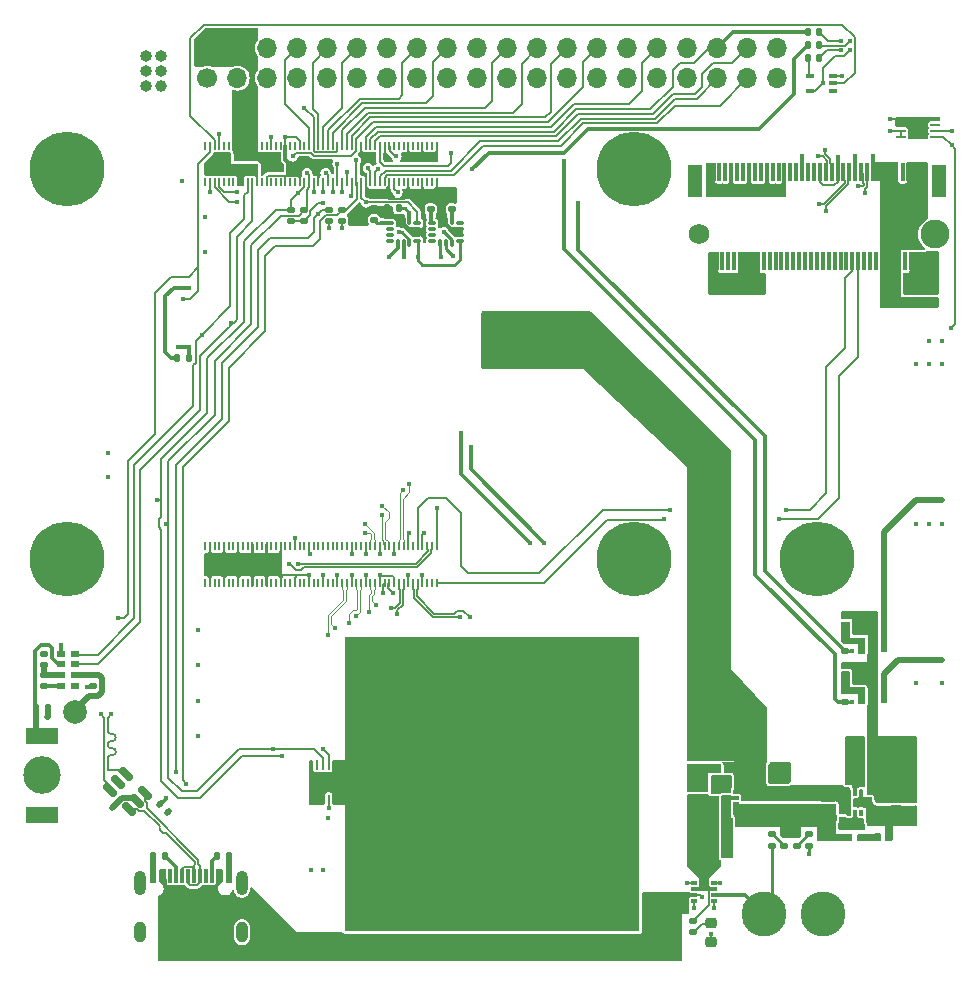
<source format=gbr>
%TF.GenerationSoftware,KiCad,Pcbnew,7.0.1*%
%TF.CreationDate,2023-05-02T11:52:01+02:00*%
%TF.ProjectId,Payload_cm4_23,5061796c-6f61-4645-9f63-6d345f32332e,rev?*%
%TF.SameCoordinates,Original*%
%TF.FileFunction,Copper,L1,Top*%
%TF.FilePolarity,Positive*%
%FSLAX46Y46*%
G04 Gerber Fmt 4.6, Leading zero omitted, Abs format (unit mm)*
G04 Created by KiCad (PCBNEW 7.0.1) date 2023-05-02 11:52:01*
%MOMM*%
%LPD*%
G01*
G04 APERTURE LIST*
G04 Aperture macros list*
%AMRoundRect*
0 Rectangle with rounded corners*
0 $1 Rounding radius*
0 $2 $3 $4 $5 $6 $7 $8 $9 X,Y pos of 4 corners*
0 Add a 4 corners polygon primitive as box body*
4,1,4,$2,$3,$4,$5,$6,$7,$8,$9,$2,$3,0*
0 Add four circle primitives for the rounded corners*
1,1,$1+$1,$2,$3*
1,1,$1+$1,$4,$5*
1,1,$1+$1,$6,$7*
1,1,$1+$1,$8,$9*
0 Add four rect primitives between the rounded corners*
20,1,$1+$1,$2,$3,$4,$5,0*
20,1,$1+$1,$4,$5,$6,$7,0*
20,1,$1+$1,$6,$7,$8,$9,0*
20,1,$1+$1,$8,$9,$2,$3,0*%
G04 Aperture macros list end*
%TA.AperFunction,ComponentPad*%
%ADD10C,6.330000*%
%TD*%
%TA.AperFunction,ComponentPad*%
%ADD11C,1.000000*%
%TD*%
%TA.AperFunction,ComponentPad*%
%ADD12O,1.000000X1.000000*%
%TD*%
%TA.AperFunction,ComponentPad*%
%ADD13C,1.700000*%
%TD*%
%TA.AperFunction,ComponentPad*%
%ADD14O,1.700000X1.700000*%
%TD*%
%TA.AperFunction,SMDPad,CuDef*%
%ADD15R,0.475000X0.300000*%
%TD*%
%TA.AperFunction,SMDPad,CuDef*%
%ADD16R,0.600000X1.300000*%
%TD*%
%TA.AperFunction,SMDPad,CuDef*%
%ADD17R,25.000000X25.000000*%
%TD*%
%TA.AperFunction,SMDPad,CuDef*%
%ADD18R,0.800000X0.500000*%
%TD*%
%TA.AperFunction,SMDPad,CuDef*%
%ADD19RoundRect,0.140000X-0.170000X0.140000X-0.170000X-0.140000X0.170000X-0.140000X0.170000X0.140000X0*%
%TD*%
%TA.AperFunction,SMDPad,CuDef*%
%ADD20RoundRect,0.140000X0.170000X-0.140000X0.170000X0.140000X-0.170000X0.140000X-0.170000X-0.140000X0*%
%TD*%
%TA.AperFunction,SMDPad,CuDef*%
%ADD21RoundRect,0.140000X-0.140000X-0.170000X0.140000X-0.170000X0.140000X0.170000X-0.140000X0.170000X0*%
%TD*%
%TA.AperFunction,SMDPad,CuDef*%
%ADD22RoundRect,0.150000X0.468458X-0.256326X-0.256326X0.468458X-0.468458X0.256326X0.256326X-0.468458X0*%
%TD*%
%TA.AperFunction,SMDPad,CuDef*%
%ADD23R,0.980000X3.400000*%
%TD*%
%TA.AperFunction,SMDPad,CuDef*%
%ADD24RoundRect,0.140000X0.140000X0.170000X-0.140000X0.170000X-0.140000X-0.170000X0.140000X-0.170000X0*%
%TD*%
%TA.AperFunction,SMDPad,CuDef*%
%ADD25R,0.650000X0.400000*%
%TD*%
%TA.AperFunction,SMDPad,CuDef*%
%ADD26RoundRect,0.250000X-0.475000X0.250000X-0.475000X-0.250000X0.475000X-0.250000X0.475000X0.250000X0*%
%TD*%
%TA.AperFunction,SMDPad,CuDef*%
%ADD27RoundRect,0.250000X-0.250000X-0.475000X0.250000X-0.475000X0.250000X0.475000X-0.250000X0.475000X0*%
%TD*%
%TA.AperFunction,SMDPad,CuDef*%
%ADD28R,0.300000X1.550000*%
%TD*%
%TA.AperFunction,ComponentPad*%
%ADD29C,1.750000*%
%TD*%
%TA.AperFunction,ComponentPad*%
%ADD30C,2.450000*%
%TD*%
%TA.AperFunction,SMDPad,CuDef*%
%ADD31R,1.200000X2.750000*%
%TD*%
%TA.AperFunction,SMDPad,CuDef*%
%ADD32RoundRect,0.140000X0.219203X0.021213X0.021213X0.219203X-0.219203X-0.021213X-0.021213X-0.219203X0*%
%TD*%
%TA.AperFunction,SMDPad,CuDef*%
%ADD33R,0.200000X0.700000*%
%TD*%
%TA.AperFunction,SMDPad,CuDef*%
%ADD34C,3.180000*%
%TD*%
%TA.AperFunction,SMDPad,CuDef*%
%ADD35R,2.790000X1.400000*%
%TD*%
%TA.AperFunction,SMDPad,CuDef*%
%ADD36R,0.600000X1.150000*%
%TD*%
%TA.AperFunction,SMDPad,CuDef*%
%ADD37R,0.300000X1.150000*%
%TD*%
%TA.AperFunction,ComponentPad*%
%ADD38O,1.000000X2.100000*%
%TD*%
%TA.AperFunction,ComponentPad*%
%ADD39O,1.000000X1.800000*%
%TD*%
%TA.AperFunction,SMDPad,CuDef*%
%ADD40RoundRect,0.218750X0.256250X-0.218750X0.256250X0.218750X-0.256250X0.218750X-0.256250X-0.218750X0*%
%TD*%
%TA.AperFunction,SMDPad,CuDef*%
%ADD41R,0.300000X0.475000*%
%TD*%
%TA.AperFunction,ComponentPad*%
%ADD42C,3.800000*%
%TD*%
%TA.AperFunction,SMDPad,CuDef*%
%ADD43R,0.400000X0.400000*%
%TD*%
%TA.AperFunction,SMDPad,CuDef*%
%ADD44RoundRect,0.062500X0.337500X0.062500X-0.337500X0.062500X-0.337500X-0.062500X0.337500X-0.062500X0*%
%TD*%
%TA.AperFunction,SMDPad,CuDef*%
%ADD45R,1.700000X1.400000*%
%TD*%
%TA.AperFunction,SMDPad,CuDef*%
%ADD46RoundRect,0.087500X0.225000X0.087500X-0.225000X0.087500X-0.225000X-0.087500X0.225000X-0.087500X0*%
%TD*%
%TA.AperFunction,SMDPad,CuDef*%
%ADD47RoundRect,0.087500X0.087500X0.225000X-0.087500X0.225000X-0.087500X-0.225000X0.087500X-0.225000X0*%
%TD*%
%TA.AperFunction,SMDPad,CuDef*%
%ADD48RoundRect,0.250000X0.475000X-0.250000X0.475000X0.250000X-0.475000X0.250000X-0.475000X-0.250000X0*%
%TD*%
%TA.AperFunction,SMDPad,CuDef*%
%ADD49RoundRect,0.062500X-0.062500X0.337500X-0.062500X-0.337500X0.062500X-0.337500X0.062500X0.337500X0*%
%TD*%
%TA.AperFunction,SMDPad,CuDef*%
%ADD50R,1.400000X1.700000*%
%TD*%
%TA.AperFunction,SMDPad,CuDef*%
%ADD51C,2.000000*%
%TD*%
%TA.AperFunction,ViaPad*%
%ADD52C,0.500000*%
%TD*%
%TA.AperFunction,ViaPad*%
%ADD53C,0.450000*%
%TD*%
%TA.AperFunction,Conductor*%
%ADD54C,0.175006*%
%TD*%
%TA.AperFunction,Conductor*%
%ADD55C,0.300000*%
%TD*%
%TA.AperFunction,Conductor*%
%ADD56C,0.500000*%
%TD*%
%TA.AperFunction,Conductor*%
%ADD57C,0.200000*%
%TD*%
%TA.AperFunction,Conductor*%
%ADD58C,0.293370*%
%TD*%
%TA.AperFunction,Conductor*%
%ADD59C,0.125984*%
%TD*%
G04 APERTURE END LIST*
D10*
%TO.P,H4,1*%
%TO.N,N/C*%
X113300000Y-70100000D03*
%TD*%
D11*
%TO.P,J6,1,Pin_1*%
%TO.N,/Compute Module 4/USB_OTG_ID*%
X121300000Y-30000000D03*
D12*
%TO.P,J6,2,Pin_2*%
%TO.N,GND*%
X120030000Y-30000000D03*
%TO.P,J6,3,Pin_3*%
%TO.N,/Compute Module 4/BOOT*%
X121300000Y-28730000D03*
%TO.P,J6,4,Pin_4*%
%TO.N,GND*%
X120030000Y-28730000D03*
%TO.P,J6,5,Pin_5*%
%TO.N,/Compute Module 4/EEPROM_nWP*%
X121300000Y-27460000D03*
%TO.P,J6,6,Pin_6*%
%TO.N,GND*%
X120030000Y-27460000D03*
%TD*%
D13*
%TO.P,J5,1,Pin_1*%
%TO.N,/3V3_LP*%
X125175000Y-29375000D03*
D14*
%TO.P,J5,2,Pin_2*%
%TO.N,/Compute Module 4/5V*%
X125175000Y-26835000D03*
%TO.P,J5,3,Pin_3*%
%TO.N,/Compute Module 4/GPIO2*%
X127715000Y-29375000D03*
%TO.P,J5,4,Pin_4*%
%TO.N,/Compute Module 4/5V*%
X127715000Y-26835000D03*
%TO.P,J5,5,Pin_5*%
%TO.N,/Compute Module 4/GPIO3*%
X130255000Y-29375000D03*
%TO.P,J5,6,Pin_6*%
%TO.N,GND*%
X130255000Y-26835000D03*
%TO.P,J5,7,Pin_7*%
%TO.N,/Compute Module 4/GPIO4*%
X132795000Y-29375000D03*
%TO.P,J5,8,Pin_8*%
%TO.N,/Compute Module 4/GPIO14*%
X132795000Y-26835000D03*
%TO.P,J5,9,Pin_9*%
%TO.N,GND*%
X135335000Y-29375000D03*
%TO.P,J5,10,Pin_10*%
%TO.N,/Compute Module 4/GPIO15*%
X135335000Y-26835000D03*
%TO.P,J5,11,Pin_11*%
%TO.N,/Compute Module 4/GPIO17*%
X137875000Y-29375000D03*
%TO.P,J5,12,Pin_12*%
%TO.N,/Compute Module 4/GPIO18*%
X137875000Y-26835000D03*
%TO.P,J5,13,Pin_13*%
%TO.N,/Compute Module 4/GPIO27*%
X140415000Y-29375000D03*
%TO.P,J5,14,Pin_14*%
%TO.N,GND*%
X140415000Y-26835000D03*
%TO.P,J5,15,Pin_15*%
%TO.N,/Compute Module 4/GPIO22*%
X142955000Y-29375000D03*
%TO.P,J5,16,Pin_16*%
%TO.N,/Compute Module 4/GPIO23*%
X142955000Y-26835000D03*
%TO.P,J5,17,Pin_17*%
%TO.N,/3V3_LP*%
X145495000Y-29375000D03*
%TO.P,J5,18,Pin_18*%
%TO.N,/Compute Module 4/GPIO24*%
X145495000Y-26835000D03*
%TO.P,J5,19,Pin_19*%
%TO.N,/Compute Module 4/GPIO10*%
X148035000Y-29375000D03*
%TO.P,J5,20,Pin_20*%
%TO.N,GND*%
X148035000Y-26835000D03*
%TO.P,J5,21,Pin_21*%
%TO.N,/Compute Module 4/GPIO9*%
X150575000Y-29375000D03*
%TO.P,J5,22,Pin_22*%
%TO.N,/Compute Module 4/GPIO25*%
X150575000Y-26835000D03*
%TO.P,J5,23,Pin_23*%
%TO.N,/Compute Module 4/GPIO11*%
X153115000Y-29375000D03*
%TO.P,J5,24,Pin_24*%
%TO.N,/Compute Module 4/GPIO8*%
X153115000Y-26835000D03*
%TO.P,J5,25,Pin_25*%
%TO.N,GND*%
X155655000Y-29375000D03*
%TO.P,J5,26,Pin_26*%
%TO.N,/Compute Module 4/GPIO7*%
X155655000Y-26835000D03*
%TO.P,J5,27,Pin_27*%
%TO.N,/Compute Module 4/ID_SDA*%
X158195000Y-29375000D03*
%TO.P,J5,28,Pin_28*%
%TO.N,/Compute Module 4/ID_SCL*%
X158195000Y-26835000D03*
%TO.P,J5,29,Pin_29*%
%TO.N,/Compute Module 4/GPIO5*%
X160735000Y-29375000D03*
%TO.P,J5,30,Pin_30*%
%TO.N,GND*%
X160735000Y-26835000D03*
%TO.P,J5,31,Pin_31*%
%TO.N,/Compute Module 4/GPIO6*%
X163275000Y-29375000D03*
%TO.P,J5,32,Pin_32*%
%TO.N,/Compute Module 4/GPIO12*%
X163275000Y-26835000D03*
%TO.P,J5,33,Pin_33*%
%TO.N,/Compute Module 4/GPIO13*%
X165815000Y-29375000D03*
%TO.P,J5,34,Pin_34*%
%TO.N,GND*%
X165815000Y-26835000D03*
%TO.P,J5,35,Pin_35*%
%TO.N,/Compute Module 4/GPIO19*%
X168355000Y-29375000D03*
%TO.P,J5,36,Pin_36*%
%TO.N,/Compute Module 4/GPIO16*%
X168355000Y-26835000D03*
%TO.P,J5,37,Pin_37*%
%TO.N,/Compute Module 4/GPIO26*%
X170895000Y-29375000D03*
%TO.P,J5,38,Pin_38*%
%TO.N,/Compute Module 4/GPIO20*%
X170895000Y-26835000D03*
%TO.P,J5,39,Pin_39*%
%TO.N,GND*%
X173435000Y-29375000D03*
%TO.P,J5,40,Pin_40*%
%TO.N,/Compute Module 4/GPIO21*%
X173435000Y-26835000D03*
%TD*%
D15*
%TO.P,IC2,1,GND_1*%
%TO.N,GND*%
X166412000Y-97500000D03*
%TO.P,IC2,2,VOUT_1*%
%TO.N,/Power/VSELECT*%
X166412000Y-98000000D03*
%TO.P,IC2,3,VIN1*%
%TO.N,/VUSB*%
X166412000Y-98500000D03*
%TO.P,IC2,4,~{ON}*%
%TO.N,GND*%
X166412000Y-99000000D03*
%TO.P,IC2,5,GND_2*%
X168088000Y-99000000D03*
%TO.P,IC2,6,VIN2*%
%TO.N,/Power/XT30_SUPPLY*%
X168088000Y-98500000D03*
%TO.P,IC2,7,VOUT_2*%
%TO.N,/Power/VSELECT*%
X168088000Y-98000000D03*
%TO.P,IC2,8,ST*%
%TO.N,Net-(D2-K)*%
X168088000Y-97500000D03*
%TD*%
D16*
%TO.P,Q2,1,G*%
%TO.N,Net-(Q2-G)*%
X180600000Y-77400000D03*
%TO.P,Q2,2,S*%
%TO.N,Net-(J9-Pin_3)*%
X182500000Y-77400000D03*
%TO.P,Q2,3,D*%
%TO.N,/3V3_HP*%
X181550000Y-75300000D03*
%TD*%
D17*
%TO.P,HS1,1*%
%TO.N,GND*%
X149300000Y-89100000D03*
%TD*%
D18*
%TO.P,IC1,1,CLKOUT*%
%TO.N,unconnected-(IC1-CLKOUT-Pad1)*%
X114000000Y-80800000D03*
%TO.P,IC1,2,~INT*%
%TO.N,Net-(IC1-~INT)*%
X114000000Y-79900000D03*
%TO.P,IC1,3,SCL*%
%TO.N,/Compute Module 4/SCL0*%
X114000000Y-79000000D03*
%TO.P,IC1,4,SDA*%
%TO.N,/Compute Module 4/SDA0*%
X114000000Y-78100000D03*
%TO.P,IC1,5,VSS*%
%TO.N,GND*%
X112800000Y-78100000D03*
%TO.P,IC1,6,VBACKUP*%
%TO.N,Net-(IC1-VBACKUP)*%
X112800000Y-79000000D03*
%TO.P,IC1,7,VDD*%
%TO.N,/3V3_LP*%
X112800000Y-79900000D03*
%TO.P,IC1,8,EVI*%
%TO.N,Net-(IC1-EVI)*%
X112800000Y-80800000D03*
%TD*%
D19*
%TO.P,C10,1*%
%TO.N,/3V3_HP*%
X185600000Y-47400000D03*
%TO.P,C10,2*%
%TO.N,GND*%
X185600000Y-48360000D03*
%TD*%
D20*
%TO.P,R19,1*%
%TO.N,/Power/XT30_SUPPLY*%
X173000000Y-94360000D03*
%TO.P,R19,2*%
%TO.N,/Compute Module 4/ADC0*%
X173000000Y-93400000D03*
%TD*%
D21*
%TO.P,C2,1*%
%TO.N,Net-(IC1-VBACKUP)*%
X110700000Y-82700000D03*
%TO.P,C2,2*%
%TO.N,GND*%
X111660000Y-82700000D03*
%TD*%
D22*
%TO.P,U8,1,I/O1*%
%TO.N,/USB Slave/USB_D_UNPROTECTED_N*%
X118582583Y-91276085D03*
%TO.P,U8,2,GND*%
%TO.N,GND*%
X119254334Y-90604334D03*
%TO.P,U8,3,I/O2*%
%TO.N,/USB Slave/USB_D_UNPROTECTED_P*%
X119926085Y-89932583D03*
%TO.P,U8,4,I/O2*%
%TO.N,/USB Slave/USB_D_P*%
X118317417Y-88323915D03*
%TO.P,U8,5,VBUS*%
%TO.N,/VUSB*%
X117645666Y-88995666D03*
%TO.P,U8,6,I/O1*%
%TO.N,/USB Slave/USB_D_N*%
X116973915Y-89667417D03*
%TD*%
D10*
%TO.P,H1,1*%
%TO.N,N/C*%
X161300000Y-37100000D03*
%TD*%
D19*
%TO.P,C9,1*%
%TO.N,/3V3_HP*%
X186700000Y-47400000D03*
%TO.P,C9,2*%
%TO.N,GND*%
X186700000Y-48360000D03*
%TD*%
%TO.P,R14,1*%
%TO.N,/Power/FB3V3*%
X179415000Y-92716462D03*
%TO.P,R14,2*%
%TO.N,GND*%
X179415000Y-93676462D03*
%TD*%
D20*
%TO.P,R18,1*%
%TO.N,/Compute Module 4/ADC0*%
X174050000Y-94360000D03*
%TO.P,R18,2*%
%TO.N,GND*%
X174050000Y-93400000D03*
%TD*%
D23*
%TO.P,L1,1,1*%
%TO.N,/Power/VSELECT*%
X166800000Y-93700000D03*
%TO.P,L1,2,2*%
%TO.N,/Power/SW5V*%
X169170000Y-93700000D03*
%TD*%
D24*
%TO.P,R3,1*%
%TO.N,Net-(D1-BK)*%
X176980000Y-25500000D03*
%TO.P,R3,2*%
%TO.N,/Compute Module 4/GPIO16*%
X176020000Y-25500000D03*
%TD*%
D20*
%TO.P,R17,1*%
%TO.N,/Power/FB5V*%
X168200000Y-88680000D03*
%TO.P,R17,2*%
%TO.N,GND*%
X168200000Y-87720000D03*
%TD*%
D25*
%TO.P,U7,1,NC*%
%TO.N,unconnected-(U7-NC-Pad1)*%
X178150000Y-30450000D03*
%TO.P,U7,2*%
%TO.N,/Compute Module 4/LED_RED*%
X178150000Y-29800000D03*
%TO.P,U7,3,GND*%
%TO.N,GND*%
X178150000Y-29150000D03*
%TO.P,U7,4*%
%TO.N,/Compute Module 4/RED_BUFFER*%
X176250000Y-29150000D03*
%TO.P,U7,5,VCC*%
%TO.N,/3V3_LP*%
X176250000Y-30450000D03*
%TD*%
D20*
%TO.P,R13,1*%
%TO.N,Net-(Q2-G)*%
X179150000Y-75760000D03*
%TO.P,R13,2*%
%TO.N,/3V3_HP*%
X179150000Y-74800000D03*
%TD*%
D21*
%TO.P,C17,1*%
%TO.N,/3V3_HP*%
X181915000Y-93616462D03*
%TO.P,C17,2*%
%TO.N,GND*%
X182875000Y-93616462D03*
%TD*%
D16*
%TO.P,Q1,1,G*%
%TO.N,Net-(Q1-G)*%
X180600000Y-81700000D03*
%TO.P,Q1,2,S*%
%TO.N,Net-(J10-Pin_3)*%
X182500000Y-81700000D03*
%TO.P,Q1,3,D*%
%TO.N,/3V3_HP*%
X181550000Y-79600000D03*
%TD*%
D26*
%TO.P,C15,1*%
%TO.N,/Compute Module 4/5V*%
X171500000Y-90100000D03*
%TO.P,C15,2*%
%TO.N,GND*%
X171500000Y-92000000D03*
%TD*%
D27*
%TO.P,C14,1*%
%TO.N,/Compute Module 4/5V*%
X171950000Y-88200000D03*
%TO.P,C14,2*%
%TO.N,GND*%
X173850000Y-88200000D03*
%TD*%
D20*
%TO.P,C1,1*%
%TO.N,/3V3_LP*%
X111400000Y-79080000D03*
%TO.P,C1,2*%
%TO.N,GND*%
X111400000Y-78120000D03*
%TD*%
D10*
%TO.P,H9,1*%
%TO.N,N/C*%
X176800000Y-70100000D03*
%TD*%
D28*
%TO.P,J4,1,GND*%
%TO.N,GND*%
X167550000Y-37325000D03*
%TO.P,J4,2,3.3V*%
%TO.N,/3V3_HP*%
X167800000Y-44875000D03*
%TO.P,J4,3,GND*%
%TO.N,GND*%
X168050000Y-37325000D03*
%TO.P,J4,4,3.3V*%
%TO.N,/3V3_HP*%
X168300000Y-44875000D03*
%TO.P,J4,5,PERn3*%
%TO.N,unconnected-(J4-PERn3-Pad5)*%
X168550000Y-37325000D03*
%TO.P,J4,6,NC*%
%TO.N,unconnected-(J4-NC-Pad6)*%
X168800000Y-44875000D03*
%TO.P,J4,7,PERp3*%
%TO.N,unconnected-(J4-PERp3-Pad7)*%
X169050000Y-37325000D03*
%TO.P,J4,8,NC*%
%TO.N,unconnected-(J4-NC-Pad8)*%
X169300000Y-44875000D03*
%TO.P,J4,9,GND*%
%TO.N,GND*%
X169550000Y-37325000D03*
%TO.P,J4,10,DAS/~{DSS}/~{LED1}*%
%TO.N,unconnected-(J4-DAS{slash}~{DSS}{slash}~{LED1}-Pad10)*%
X169800000Y-44875000D03*
%TO.P,J4,11,PETn3*%
%TO.N,unconnected-(J4-PETn3-Pad11)*%
X170050000Y-37325000D03*
%TO.P,J4,12,3.3V*%
%TO.N,/3V3_HP*%
X170300000Y-44875000D03*
%TO.P,J4,13,PETp3*%
%TO.N,unconnected-(J4-PETp3-Pad13)*%
X170550000Y-37325000D03*
%TO.P,J4,14,3.3V*%
%TO.N,/3V3_HP*%
X170800000Y-44875000D03*
%TO.P,J4,15,GND*%
%TO.N,GND*%
X171050000Y-37325000D03*
%TO.P,J4,16,3.3V*%
%TO.N,/3V3_HP*%
X171300000Y-44875000D03*
%TO.P,J4,17,PERn2*%
%TO.N,unconnected-(J4-PERn2-Pad17)*%
X171550000Y-37325000D03*
%TO.P,J4,18,3.3V*%
%TO.N,/3V3_HP*%
X171800000Y-44875000D03*
%TO.P,J4,19,PERp2*%
%TO.N,unconnected-(J4-PERp2-Pad19)*%
X172050000Y-37325000D03*
%TO.P,J4,20,NC*%
%TO.N,unconnected-(J4-NC-Pad20)*%
X172300000Y-44875000D03*
%TO.P,J4,21,GND*%
%TO.N,GND*%
X172550000Y-37325000D03*
%TO.P,J4,22,NC*%
%TO.N,unconnected-(J4-NC-Pad22)*%
X172800000Y-44875000D03*
%TO.P,J4,23,PETn2*%
%TO.N,unconnected-(J4-PETn2-Pad23)*%
X173050000Y-37325000D03*
%TO.P,J4,24,NC*%
%TO.N,unconnected-(J4-NC-Pad24)*%
X173300000Y-44875000D03*
%TO.P,J4,25,PETp2*%
%TO.N,unconnected-(J4-PETp2-Pad25)*%
X173550000Y-37325000D03*
%TO.P,J4,26,NC*%
%TO.N,unconnected-(J4-NC-Pad26)*%
X173800000Y-44875000D03*
%TO.P,J4,27,GND*%
%TO.N,GND*%
X174050000Y-37325000D03*
%TO.P,J4,28,NC*%
%TO.N,unconnected-(J4-NC-Pad28)*%
X174300000Y-44875000D03*
%TO.P,J4,29,PERn1*%
%TO.N,unconnected-(J4-PERn1-Pad29)*%
X174550000Y-37325000D03*
%TO.P,J4,30,NC*%
%TO.N,unconnected-(J4-NC-Pad30)*%
X174800000Y-44875000D03*
%TO.P,J4,31,PERp1*%
%TO.N,unconnected-(J4-PERp1-Pad31)*%
X175050000Y-37325000D03*
%TO.P,J4,32,NC*%
%TO.N,unconnected-(J4-NC-Pad32)*%
X175300000Y-44875000D03*
%TO.P,J4,33,GND*%
%TO.N,GND*%
X175550000Y-37325000D03*
%TO.P,J4,34,NC*%
%TO.N,unconnected-(J4-NC-Pad34)*%
X175800000Y-44875000D03*
%TO.P,J4,35,PETn1*%
%TO.N,unconnected-(J4-PETn1-Pad35)*%
X176050000Y-37325000D03*
%TO.P,J4,36,NC*%
%TO.N,unconnected-(J4-NC-Pad36)*%
X176300000Y-44875000D03*
%TO.P,J4,37,PETp1*%
%TO.N,unconnected-(J4-PETp1-Pad37)*%
X176550000Y-37325000D03*
%TO.P,J4,38,DEVSLP*%
%TO.N,unconnected-(J4-DEVSLP-Pad38)*%
X176800000Y-44875000D03*
%TO.P,J4,39,GND*%
%TO.N,GND*%
X177050000Y-37325000D03*
%TO.P,J4,40,NC*%
%TO.N,unconnected-(J4-NC-Pad40)*%
X177300000Y-44875000D03*
%TO.P,J4,41,PERn0/SATA-B+*%
%TO.N,/M2 SSD/PCIE_TX_N*%
X177550000Y-37325000D03*
%TO.P,J4,42,NC*%
%TO.N,unconnected-(J4-NC-Pad42)*%
X177800000Y-44875000D03*
%TO.P,J4,43,PERp0/SATA-B-*%
%TO.N,/M2 SSD/PCIE_TX_P*%
X178050000Y-37325000D03*
%TO.P,J4,44,NC*%
%TO.N,unconnected-(J4-NC-Pad44)*%
X178300000Y-44875000D03*
%TO.P,J4,45,GND*%
%TO.N,GND*%
X178550000Y-37325000D03*
%TO.P,J4,46,NC*%
%TO.N,unconnected-(J4-NC-Pad46)*%
X178800000Y-44875000D03*
%TO.P,J4,47,PETn0/SATA-A-*%
%TO.N,/M2 SSD/PCIE_RX_N*%
X179050000Y-37325000D03*
%TO.P,J4,48,NC*%
%TO.N,unconnected-(J4-NC-Pad48)*%
X179300000Y-44875000D03*
%TO.P,J4,49,PETp0/SATA-A+*%
%TO.N,/M2 SSD/PCIE_RX_P*%
X179550000Y-37325000D03*
%TO.P,J4,50,~{PERST}*%
%TO.N,/M2 SSD/PCIE_nRST*%
X179800000Y-44875000D03*
%TO.P,J4,51,GND*%
%TO.N,GND*%
X180050000Y-37325000D03*
%TO.P,J4,52,~{CLKREQ}*%
%TO.N,/M2 SSD/PCIE_CLK_nREQ*%
X180300000Y-44875000D03*
%TO.P,J4,53,REFCLKn*%
%TO.N,/M2 SSD/PCIE_CLK_N*%
X180550000Y-37325000D03*
%TO.P,J4,54,~{PEWAKE}*%
%TO.N,unconnected-(J4-~{PEWAKE}-Pad54)*%
X180800000Y-44875000D03*
%TO.P,J4,55,REFCLKp*%
%TO.N,/M2 SSD/PCIE_CLK_P*%
X181050000Y-37325000D03*
%TO.P,J4,56,NC*%
%TO.N,unconnected-(J4-NC-Pad56)*%
X181300000Y-44875000D03*
%TO.P,J4,57,GND*%
%TO.N,GND*%
X181550000Y-37325000D03*
%TO.P,J4,58,NC*%
%TO.N,unconnected-(J4-NC-Pad58)*%
X181800000Y-44875000D03*
%TO.P,J4,67,NC*%
%TO.N,unconnected-(J4-NC-Pad67)*%
X184050000Y-37325000D03*
%TO.P,J4,68,SUSCLK*%
%TO.N,unconnected-(J4-SUSCLK-Pad68)*%
X184300000Y-44875000D03*
%TO.P,J4,69,PEDET*%
%TO.N,GND*%
X184550000Y-37325000D03*
%TO.P,J4,70,3.3V*%
%TO.N,/3V3_HP*%
X184800000Y-44875000D03*
%TO.P,J4,71,GND*%
%TO.N,GND*%
X185050000Y-37325000D03*
%TO.P,J4,72,3.3V*%
%TO.N,/3V3_HP*%
X185300000Y-44875000D03*
%TO.P,J4,73,GND*%
%TO.N,GND*%
X185550000Y-37325000D03*
%TO.P,J4,74,3.3V*%
%TO.N,/3V3_HP*%
X185800000Y-44875000D03*
%TO.P,J4,75,GND*%
%TO.N,GND*%
X186050000Y-37325000D03*
D29*
%TO.P,J4,MH1*%
%TO.N,N/C*%
X166800000Y-42600000D03*
D30*
%TO.P,J4,MH2*%
X186800000Y-42600000D03*
D31*
%TO.P,J4,MP1*%
X166450000Y-38100000D03*
%TO.P,J4,MP2*%
X187150000Y-38100000D03*
%TD*%
D20*
%TO.P,R7,1*%
%TO.N,/3V3_LP*%
X132300000Y-41480000D03*
%TO.P,R7,2*%
%TO.N,/Compute Module 4/GPIO2*%
X132300000Y-40520000D03*
%TD*%
D32*
%TO.P,C5,1*%
%TO.N,/3V3_LP*%
X121890000Y-91520000D03*
%TO.P,C5,2*%
%TO.N,GND*%
X121211178Y-90841178D03*
%TD*%
D26*
%TO.P,C16,1*%
%TO.N,/Compute Module 4/5V*%
X173600000Y-90100000D03*
%TO.P,C16,2*%
%TO.N,GND*%
X173600000Y-92000000D03*
%TD*%
D10*
%TO.P,H3,1*%
%TO.N,N/C*%
X161300000Y-70100000D03*
%TD*%
D33*
%TO.P,U2,1,GND*%
%TO.N,GND*%
X144600000Y-35100000D03*
%TO.P,U2,2,GND*%
X144600000Y-38180000D03*
%TO.P,U2,3,Ethernet_Pair3_P*%
%TO.N,unconnected-(U2A-Ethernet_Pair3_P-Pad3)*%
X144200000Y-35100000D03*
%TO.P,U2,4,Ethernet_Pair1_P*%
%TO.N,unconnected-(U2A-Ethernet_Pair1_P-Pad4)*%
X144200000Y-38180000D03*
%TO.P,U2,5,Ethernet_Pair3_N*%
%TO.N,unconnected-(U2A-Ethernet_Pair3_N-Pad5)*%
X143800000Y-35100000D03*
%TO.P,U2,6,Ethernet_Pair1_N*%
%TO.N,unconnected-(U2A-Ethernet_Pair1_N-Pad6)*%
X143800000Y-38180000D03*
%TO.P,U2,7,GND*%
%TO.N,GND*%
X143400000Y-35100000D03*
%TO.P,U2,8,GND*%
X143400000Y-38180000D03*
%TO.P,U2,9,Ethernet_Pair2_N*%
%TO.N,unconnected-(U2A-Ethernet_Pair2_N-Pad9)*%
X143000000Y-35100000D03*
%TO.P,U2,10,Ethernet_Pair0_N*%
%TO.N,unconnected-(U2A-Ethernet_Pair0_N-Pad10)*%
X143000000Y-38180000D03*
%TO.P,U2,11,Ethernet_Pair2_P*%
%TO.N,unconnected-(U2A-Ethernet_Pair2_P-Pad11)*%
X142600000Y-35100000D03*
%TO.P,U2,12,Ethernet_Pair0_P*%
%TO.N,unconnected-(U2A-Ethernet_Pair0_P-Pad12)*%
X142600000Y-38180000D03*
%TO.P,U2,13,GND*%
%TO.N,GND*%
X142200000Y-35100000D03*
%TO.P,U2,14,GND*%
X142200000Y-38180000D03*
%TO.P,U2,15,~{Ethernet_nLED3}*%
%TO.N,unconnected-(U2A-~{Ethernet_nLED3}-Pad15)*%
X141800000Y-35100000D03*
%TO.P,U2,16,Ethernet_SYNC_IN*%
%TO.N,unconnected-(U2A-Ethernet_SYNC_IN-Pad16)*%
X141800000Y-38180000D03*
%TO.P,U2,17,~{Ethernet_nLED2}*%
%TO.N,unconnected-(U2A-~{Ethernet_nLED2}-Pad17)*%
X141400000Y-35100000D03*
%TO.P,U2,18,Ethernet_SYNC_OUT*%
%TO.N,unconnected-(U2A-Ethernet_SYNC_OUT-Pad18)*%
X141400000Y-38180000D03*
%TO.P,U2,19,~{Ethernet_nLED1}*%
%TO.N,unconnected-(U2A-~{Ethernet_nLED1}-Pad19)*%
X141000000Y-35100000D03*
%TO.P,U2,20,EEPROM_nWP*%
%TO.N,/Compute Module 4/EEPROM_nWP*%
X141000000Y-38180000D03*
%TO.P,U2,21,~{Pi_nLED_Activity}*%
%TO.N,/Compute Module 4/LED_GREEN*%
X140600000Y-35100000D03*
%TO.P,U2,22,GND*%
%TO.N,GND*%
X140600000Y-38180000D03*
%TO.P,U2,23,GND*%
X140200000Y-35100000D03*
%TO.P,U2,24,GPIO26*%
%TO.N,/Compute Module 4/GPIO26*%
X140200000Y-38180000D03*
%TO.P,U2,25,GPIO21*%
%TO.N,/Compute Module 4/GPIO21*%
X139800000Y-35100000D03*
%TO.P,U2,26,GPIO19*%
%TO.N,/Compute Module 4/GPIO19*%
X139800000Y-38180000D03*
%TO.P,U2,27,GPIO20*%
%TO.N,/Compute Module 4/GPIO20*%
X139400000Y-35100000D03*
%TO.P,U2,28,GPIO13*%
%TO.N,/Compute Module 4/GPIO13*%
X139400000Y-38180000D03*
%TO.P,U2,29,GPIO16*%
%TO.N,/Compute Module 4/GPIO16*%
X139000000Y-35100000D03*
%TO.P,U2,30,GPIO6*%
%TO.N,/Compute Module 4/GPIO6*%
X139000000Y-38180000D03*
%TO.P,U2,31,GPIO12*%
%TO.N,/Compute Module 4/GPIO12*%
X138600000Y-35100000D03*
%TO.P,U2,32,GND*%
%TO.N,GND*%
X138600000Y-38180000D03*
%TO.P,U2,33,GND*%
X138200000Y-35100000D03*
%TO.P,U2,34,GPIO5*%
%TO.N,/Compute Module 4/GPIO5*%
X138200000Y-38180000D03*
%TO.P,U2,35,ID_SC*%
%TO.N,/Compute Module 4/ID_SCL*%
X137800000Y-35100000D03*
%TO.P,U2,36,ID_SD*%
%TO.N,/Compute Module 4/ID_SDA*%
X137800000Y-38180000D03*
%TO.P,U2,37,GPIO7*%
%TO.N,/Compute Module 4/GPIO7*%
X137400000Y-35100000D03*
%TO.P,U2,38,GPIO11*%
%TO.N,/Compute Module 4/GPIO11*%
X137400000Y-38180000D03*
%TO.P,U2,39,GPIO8*%
%TO.N,/Compute Module 4/GPIO8*%
X137000000Y-35100000D03*
%TO.P,U2,40,GPIO9*%
%TO.N,/Compute Module 4/GPIO9*%
X137000000Y-38180000D03*
%TO.P,U2,41,GPIO25*%
%TO.N,/Compute Module 4/GPIO25*%
X136600000Y-35100000D03*
%TO.P,U2,42,GND*%
%TO.N,GND*%
X136600000Y-38180000D03*
%TO.P,U2,43,GND*%
X136200000Y-35100000D03*
%TO.P,U2,44,GPIO10*%
%TO.N,/Compute Module 4/GPIO10*%
X136200000Y-38180000D03*
%TO.P,U2,45,GPIO24*%
%TO.N,/Compute Module 4/GPIO24*%
X135800000Y-35100000D03*
%TO.P,U2,46,GPIO22*%
%TO.N,/Compute Module 4/GPIO22*%
X135800000Y-38180000D03*
%TO.P,U2,47,GPIO23*%
%TO.N,/Compute Module 4/GPIO23*%
X135400000Y-35100000D03*
%TO.P,U2,48,GPIO27*%
%TO.N,/Compute Module 4/GPIO27*%
X135400000Y-38180000D03*
%TO.P,U2,49,GPIO18*%
%TO.N,/Compute Module 4/GPIO18*%
X135000000Y-35100000D03*
%TO.P,U2,50,GPIO17*%
%TO.N,/Compute Module 4/GPIO17*%
X135000000Y-38180000D03*
%TO.P,U2,51,GPIO15*%
%TO.N,/Compute Module 4/GPIO15*%
X134600000Y-35100000D03*
%TO.P,U2,52,GND*%
%TO.N,GND*%
X134600000Y-38180000D03*
%TO.P,U2,53,GND*%
X134200000Y-35100000D03*
%TO.P,U2,54,GPIO4*%
%TO.N,/Compute Module 4/GPIO4*%
X134200000Y-38180000D03*
%TO.P,U2,55,GPIO14*%
%TO.N,/Compute Module 4/GPIO14*%
X133800000Y-35100000D03*
%TO.P,U2,56,GPIO3*%
%TO.N,/Compute Module 4/GPIO3*%
X133800000Y-38180000D03*
%TO.P,U2,57,SD_CLK*%
%TO.N,unconnected-(U2A-SD_CLK-Pad57)*%
X133400000Y-35100000D03*
%TO.P,U2,58,GPIO2*%
%TO.N,/Compute Module 4/GPIO2*%
X133400000Y-38180000D03*
%TO.P,U2,59,GND*%
%TO.N,GND*%
X133000000Y-35100000D03*
%TO.P,U2,60,GND*%
X133000000Y-38180000D03*
%TO.P,U2,61,SD_DAT3*%
%TO.N,unconnected-(U2A-SD_DAT3-Pad61)*%
X132600000Y-35100000D03*
%TO.P,U2,62,SD_CMD*%
%TO.N,unconnected-(U2A-SD_CMD-Pad62)*%
X132600000Y-38180000D03*
%TO.P,U2,63,SD_DAT0*%
%TO.N,unconnected-(U2A-SD_DAT0-Pad63)*%
X132200000Y-35100000D03*
%TO.P,U2,64,SD_DAT5*%
%TO.N,unconnected-(U2A-SD_DAT5-Pad64)*%
X132200000Y-38180000D03*
%TO.P,U2,65,GND*%
%TO.N,GND*%
X131800000Y-35100000D03*
%TO.P,U2,66,GND*%
X131800000Y-38180000D03*
%TO.P,U2,67,SD_DAT1*%
%TO.N,unconnected-(U2A-SD_DAT1-Pad67)*%
X131400000Y-35100000D03*
%TO.P,U2,68,SD_DAT4*%
%TO.N,unconnected-(U2A-SD_DAT4-Pad68)*%
X131400000Y-38180000D03*
%TO.P,U2,69,SD_DAT2*%
%TO.N,unconnected-(U2A-SD_DAT2-Pad69)*%
X131000000Y-35100000D03*
%TO.P,U2,70,SD_DAT7*%
%TO.N,unconnected-(U2A-SD_DAT7-Pad70)*%
X131000000Y-38180000D03*
%TO.P,U2,71,GND*%
%TO.N,GND*%
X130600000Y-35100000D03*
%TO.P,U2,72,SD_DAT6*%
%TO.N,unconnected-(U2A-SD_DAT6-Pad72)*%
X130600000Y-38180000D03*
%TO.P,U2,73,SD_VDD_Override*%
%TO.N,unconnected-(U2A-SD_VDD_Override-Pad73)*%
X130200000Y-35100000D03*
%TO.P,U2,74,GND*%
%TO.N,GND*%
X130200000Y-38180000D03*
%TO.P,U2,75,SD_PWR_ON*%
%TO.N,unconnected-(U2A-SD_PWR_ON-Pad75)*%
X129800000Y-35100000D03*
%TO.P,U2,76,Reserved*%
%TO.N,unconnected-(U2A-Reserved-Pad76)*%
X129800000Y-38180000D03*
%TO.P,U2,77,+5V*%
%TO.N,/Compute Module 4/5V*%
X129400000Y-35100000D03*
%TO.P,U2,78,GPIO_VREF*%
%TO.N,/3V3_LP*%
X129400000Y-38180000D03*
%TO.P,U2,79,+5V*%
%TO.N,/Compute Module 4/5V*%
X129000000Y-35100000D03*
%TO.P,U2,80,I2C_SCL0*%
%TO.N,/Compute Module 4/SCL0*%
X129000000Y-38180000D03*
%TO.P,U2,81,+5V*%
%TO.N,/Compute Module 4/5V*%
X128600000Y-35100000D03*
%TO.P,U2,82,I2C_SDA0*%
%TO.N,/Compute Module 4/SDA0*%
X128600000Y-38180000D03*
%TO.P,U2,83,+5V*%
%TO.N,/Compute Module 4/5V*%
X128200000Y-35100000D03*
%TO.P,U2,84,CM4_3.3V_Out*%
%TO.N,/3V3_LP*%
X128200000Y-38180000D03*
%TO.P,U2,85,+5V*%
%TO.N,/Compute Module 4/5V*%
X127800000Y-35100000D03*
%TO.P,U2,86,CM4_3.3V_Out*%
%TO.N,/3V3_LP*%
X127800000Y-38180000D03*
%TO.P,U2,87,+5V*%
%TO.N,/Compute Module 4/5V*%
X127400000Y-35100000D03*
%TO.P,U2,88,CM4_1.8V_Out*%
%TO.N,unconnected-(U2A-CM4_1.8V_Out-Pad88)*%
X127400000Y-38180000D03*
%TO.P,U2,89,~{WL_nDisable}*%
%TO.N,unconnected-(U2A-~{WL_nDisable}-Pad89)*%
X127000000Y-35100000D03*
%TO.P,U2,90,CM4_1.8V_Out*%
%TO.N,unconnected-(U2A-CM4_1.8V_Out-Pad90)*%
X127000000Y-38180000D03*
%TO.P,U2,91,~{BT_nDisable}*%
%TO.N,unconnected-(U2A-~{BT_nDisable}-Pad91)*%
X126600000Y-35100000D03*
%TO.P,U2,92,RUN_PG*%
%TO.N,unconnected-(U2A-RUN_PG-Pad92)*%
X126600000Y-38180000D03*
%TO.P,U2,93,~{nRPIBOOT}*%
%TO.N,/Compute Module 4/BOOT*%
X126200000Y-35100000D03*
%TO.P,U2,94,AnalogIP1*%
%TO.N,/Compute Module 4/ADC1*%
X126200000Y-38180000D03*
%TO.P,U2,95,~{PI_LED_nPWR}*%
%TO.N,/Compute Module 4/LED_RED*%
X125800000Y-35100000D03*
%TO.P,U2,96,AnalogIP0*%
%TO.N,/Compute Module 4/ADC0*%
X125800000Y-38180000D03*
%TO.P,U2,97,Camera_GPIO*%
%TO.N,/Compute Module 4/CAM_GPIO*%
X125400000Y-35100000D03*
%TO.P,U2,98,GND*%
%TO.N,GND*%
X125400000Y-38180000D03*
%TO.P,U2,99,GLOBAL_EN*%
%TO.N,unconnected-(U2A-GLOBAL_EN-Pad99)*%
X125000000Y-35100000D03*
%TO.P,U2,100,~{nEXTRST}*%
%TO.N,unconnected-(U2A-~{nEXTRST}-Pad100)*%
X125000000Y-38180000D03*
%TO.P,U2,101,USB_OTG_ID*%
%TO.N,/Compute Module 4/USB_OTG_ID*%
X144600000Y-69020000D03*
%TO.P,U2,102,~{PCIe_CLK_nREQ}*%
%TO.N,/M2 SSD/PCIE_CLK_nREQ*%
X144600000Y-72100000D03*
%TO.P,U2,103,USB_N*%
%TO.N,/USB Slave/USB_D_N*%
X144200000Y-69020000D03*
%TO.P,U2,104,Reserved*%
%TO.N,unconnected-(U2B-Reserved-Pad104)*%
X144200000Y-72100000D03*
%TO.P,U2,105,USB_P*%
%TO.N,/USB Slave/USB_D_P*%
X143800000Y-69020000D03*
%TO.P,U2,106,Reserved*%
%TO.N,unconnected-(U2B-Reserved-Pad106)*%
X143800000Y-72100000D03*
%TO.P,U2,107,GND*%
%TO.N,GND*%
X143400000Y-69020000D03*
%TO.P,U2,108,GND*%
X143400000Y-72100000D03*
%TO.P,U2,109,~{PCIe_nRST}*%
%TO.N,/M2 SSD/PCIE_nRST*%
X143000000Y-69020000D03*
%TO.P,U2,110,PCIe_CLK_P*%
%TO.N,/M2 SSD/PCIE_CLK_P*%
X143000000Y-72100000D03*
%TO.P,U2,111,VDAC_COMP*%
%TO.N,unconnected-(U2B-VDAC_COMP-Pad111)*%
X142600000Y-69020000D03*
%TO.P,U2,112,PCIe_CLK_N*%
%TO.N,/M2 SSD/PCIE_CLK_N*%
X142600000Y-72100000D03*
%TO.P,U2,113,GND*%
%TO.N,GND*%
X142200000Y-69020000D03*
%TO.P,U2,114,GND*%
X142200000Y-72100000D03*
%TO.P,U2,115,CAM1_D0_N*%
%TO.N,/Compute Module 4/CAM1_D0_N*%
X141800000Y-69020000D03*
%TO.P,U2,116,PCIe_RX_P*%
%TO.N,/M2 SSD/PCIE_RX_P*%
X141800000Y-72100000D03*
%TO.P,U2,117,CAM1_D0_P*%
%TO.N,/Compute Module 4/CAM1_D0_P*%
X141400000Y-69020000D03*
%TO.P,U2,118,PCIe_RX_N*%
%TO.N,/M2 SSD/PCIE_RX_N*%
X141400000Y-72100000D03*
%TO.P,U2,119,GND*%
%TO.N,GND*%
X141000000Y-69020000D03*
%TO.P,U2,120,GND*%
X141000000Y-72100000D03*
%TO.P,U2,121,CAM1_D1_N*%
%TO.N,/Compute Module 4/CAM1_D1_N*%
X140600000Y-69020000D03*
%TO.P,U2,122,PCIe_TX_P*%
%TO.N,/M2 SSD/PCIE_TX_P*%
X140600000Y-72100000D03*
%TO.P,U2,123,CAM1_D1_P*%
%TO.N,/Compute Module 4/CAM1_D1_P*%
X140200000Y-69020000D03*
%TO.P,U2,124,PCIe_TX_N*%
%TO.N,/M2 SSD/PCIE_TX_N*%
X140200000Y-72100000D03*
%TO.P,U2,125,GND*%
%TO.N,GND*%
X139800000Y-69020000D03*
%TO.P,U2,126,GND*%
X139800000Y-72100000D03*
%TO.P,U2,127,CAM1_C_N*%
%TO.N,/Compute Module 4/CAM1_C_N*%
X139400000Y-69020000D03*
%TO.P,U2,128,CAM0_D0_N*%
%TO.N,/Compute Module 4/CAM0_D0_N*%
X139400000Y-72100000D03*
%TO.P,U2,129,CAM1_C_P*%
%TO.N,/Compute Module 4/CAM1_C_P*%
X139000000Y-69020000D03*
%TO.P,U2,130,CAM0_D0_P*%
%TO.N,/Compute Module 4/CAM0_D0_P*%
X139000000Y-72100000D03*
%TO.P,U2,131,GND*%
%TO.N,GND*%
X138600000Y-69020000D03*
%TO.P,U2,132,GND*%
X138600000Y-72100000D03*
%TO.P,U2,133,CAM1_D2_N*%
%TO.N,unconnected-(U2B-CAM1_D2_N-Pad133)*%
X138200000Y-69020000D03*
%TO.P,U2,134,CAM0_D1_N*%
%TO.N,/Compute Module 4/CAM0_D1_N*%
X138200000Y-72100000D03*
%TO.P,U2,135,CAM1_D2_P*%
%TO.N,unconnected-(U2B-CAM1_D2_P-Pad135)*%
X137800000Y-69020000D03*
%TO.P,U2,136,CAM0_D1_P*%
%TO.N,/Compute Module 4/CAM0_D1_P*%
X137800000Y-72100000D03*
%TO.P,U2,137,GND*%
%TO.N,GND*%
X137400000Y-69020000D03*
%TO.P,U2,138,GND*%
X137400000Y-72100000D03*
%TO.P,U2,139,CAM1_D3_N*%
%TO.N,unconnected-(U2B-CAM1_D3_N-Pad139)*%
X137000000Y-69020000D03*
%TO.P,U2,140,CAM0_C_N*%
%TO.N,/Compute Module 4/CAM0_C_N*%
X137000000Y-72100000D03*
%TO.P,U2,141,CAM1_D3_P*%
%TO.N,unconnected-(U2B-CAM1_D3_P-Pad141)*%
X136600000Y-69020000D03*
%TO.P,U2,142,CAM0_C_P*%
%TO.N,/Compute Module 4/CAM0_C_P*%
X136600000Y-72100000D03*
%TO.P,U2,143,HDMI1_HOTPLUG*%
%TO.N,unconnected-(U2B-HDMI1_HOTPLUG-Pad143)*%
X136200000Y-69020000D03*
%TO.P,U2,144,GND*%
%TO.N,GND*%
X136200000Y-72100000D03*
%TO.P,U2,145,HDMI1_SDA*%
%TO.N,unconnected-(U2B-HDMI1_SDA-Pad145)*%
X135800000Y-69020000D03*
%TO.P,U2,146,HDMI1_TX2_P*%
%TO.N,unconnected-(U2B-HDMI1_TX2_P-Pad146)*%
X135800000Y-72100000D03*
%TO.P,U2,147,HDMI1_SCL*%
%TO.N,unconnected-(U2B-HDMI1_SCL-Pad147)*%
X135400000Y-69020000D03*
%TO.P,U2,148,HDMI1_TX2_N*%
%TO.N,unconnected-(U2B-HDMI1_TX2_N-Pad148)*%
X135400000Y-72100000D03*
%TO.P,U2,149,HDMI1_CEC*%
%TO.N,unconnected-(U2B-HDMI1_CEC-Pad149)*%
X135000000Y-69020000D03*
%TO.P,U2,150,GND*%
%TO.N,GND*%
X135000000Y-72100000D03*
%TO.P,U2,151,HDMI0_CEC*%
%TO.N,unconnected-(U2B-HDMI0_CEC-Pad151)*%
X134600000Y-69020000D03*
%TO.P,U2,152,HDMI1_TX1_P*%
%TO.N,unconnected-(U2B-HDMI1_TX1_P-Pad152)*%
X134600000Y-72100000D03*
%TO.P,U2,153,HDMI0_HOTPLUG*%
%TO.N,unconnected-(U2B-HDMI0_HOTPLUG-Pad153)*%
X134200000Y-69020000D03*
%TO.P,U2,154,HDMI1_TX1_N*%
%TO.N,unconnected-(U2B-HDMI1_TX1_N-Pad154)*%
X134200000Y-72100000D03*
%TO.P,U2,155,GND*%
%TO.N,GND*%
X133800000Y-69020000D03*
%TO.P,U2,156,GND*%
X133800000Y-72100000D03*
%TO.P,U2,157,DSI0_D0_N*%
%TO.N,unconnected-(U2B-DSI0_D0_N-Pad157)*%
X133400000Y-69020000D03*
%TO.P,U2,158,HDMI1_TX0_P*%
%TO.N,unconnected-(U2B-HDMI1_TX0_P-Pad158)*%
X133400000Y-72100000D03*
%TO.P,U2,159,DSI0_D0_P*%
%TO.N,unconnected-(U2B-DSI0_D0_P-Pad159)*%
X133000000Y-69020000D03*
%TO.P,U2,160,HDMI1_TX0_N*%
%TO.N,unconnected-(U2B-HDMI1_TX0_N-Pad160)*%
X133000000Y-72100000D03*
%TO.P,U2,161,GND*%
%TO.N,GND*%
X132600000Y-69020000D03*
%TO.P,U2,162,GND*%
X132600000Y-72100000D03*
%TO.P,U2,163,DSI0_D1_N*%
%TO.N,unconnected-(U2B-DSI0_D1_N-Pad163)*%
X132200000Y-69020000D03*
%TO.P,U2,164,HDMI1_CLK_P*%
%TO.N,unconnected-(U2B-HDMI1_CLK_P-Pad164)*%
X132200000Y-72100000D03*
%TO.P,U2,165,DSI0_D1_P*%
%TO.N,unconnected-(U2B-DSI0_D1_P-Pad165)*%
X131800000Y-69020000D03*
%TO.P,U2,166,HDMI1_CLK_N*%
%TO.N,unconnected-(U2B-HDMI1_CLK_N-Pad166)*%
X131800000Y-72100000D03*
%TO.P,U2,167,GND*%
%TO.N,GND*%
X131400000Y-69020000D03*
%TO.P,U2,168,GND*%
X131400000Y-72100000D03*
%TO.P,U2,169,DSI0_C_N*%
%TO.N,unconnected-(U2B-DSI0_C_N-Pad169)*%
X131000000Y-69020000D03*
%TO.P,U2,170,HDMI0_TX2_P*%
%TO.N,unconnected-(U2B-HDMI0_TX2_P-Pad170)*%
X131000000Y-72100000D03*
%TO.P,U2,171,DSI0_C_P*%
%TO.N,unconnected-(U2B-DSI0_C_P-Pad171)*%
X130600000Y-69020000D03*
%TO.P,U2,172,HDMI0_TX2_N*%
%TO.N,unconnected-(U2B-HDMI0_TX2_N-Pad172)*%
X130600000Y-72100000D03*
%TO.P,U2,173,GND*%
%TO.N,GND*%
X130200000Y-69020000D03*
%TO.P,U2,174,GND*%
X130200000Y-72100000D03*
%TO.P,U2,175,DSI1_D0_N*%
%TO.N,unconnected-(U2B-DSI1_D0_N-Pad175)*%
X129800000Y-69020000D03*
%TO.P,U2,176,HDMI0_TX1_P*%
%TO.N,unconnected-(U2B-HDMI0_TX1_P-Pad176)*%
X129800000Y-72100000D03*
%TO.P,U2,177,DSI1_D0_P*%
%TO.N,unconnected-(U2B-DSI1_D0_P-Pad177)*%
X129400000Y-69020000D03*
%TO.P,U2,178,HDMI0_TX1_N*%
%TO.N,unconnected-(U2B-HDMI0_TX1_N-Pad178)*%
X129400000Y-72100000D03*
%TO.P,U2,179,GND*%
%TO.N,GND*%
X129000000Y-69020000D03*
%TO.P,U2,180,GND*%
X129000000Y-72100000D03*
%TO.P,U2,181,DSI1_D1_N*%
%TO.N,unconnected-(U2B-DSI1_D1_N-Pad181)*%
X128600000Y-69020000D03*
%TO.P,U2,182,HDMI0_TX0_P*%
%TO.N,unconnected-(U2B-HDMI0_TX0_P-Pad182)*%
X128600000Y-72100000D03*
%TO.P,U2,183,DSI1_D1_P*%
%TO.N,unconnected-(U2B-DSI1_D1_P-Pad183)*%
X128200000Y-69020000D03*
%TO.P,U2,184,HDMI0_TX0_N*%
%TO.N,unconnected-(U2B-HDMI0_TX0_N-Pad184)*%
X128200000Y-72100000D03*
%TO.P,U2,185,GND*%
%TO.N,GND*%
X127800000Y-69020000D03*
%TO.P,U2,186,GND*%
X127800000Y-72100000D03*
%TO.P,U2,187,DSI1_C_N*%
%TO.N,unconnected-(U2B-DSI1_C_N-Pad187)*%
X127400000Y-69020000D03*
%TO.P,U2,188,HDMI0_CLK_P*%
%TO.N,unconnected-(U2B-HDMI0_CLK_P-Pad188)*%
X127400000Y-72100000D03*
%TO.P,U2,189,DSI1_C_P*%
%TO.N,unconnected-(U2B-DSI1_C_P-Pad189)*%
X127000000Y-69020000D03*
%TO.P,U2,190,HDMI0_CLK_N*%
%TO.N,unconnected-(U2B-HDMI0_CLK_N-Pad190)*%
X127000000Y-72100000D03*
%TO.P,U2,191,GND*%
%TO.N,GND*%
X126600000Y-69020000D03*
%TO.P,U2,192,GND*%
X126600000Y-72100000D03*
%TO.P,U2,193,DSI1_D2_N*%
%TO.N,unconnected-(U2B-DSI1_D2_N-Pad193)*%
X126200000Y-69020000D03*
%TO.P,U2,194,DSI1_D3_N*%
%TO.N,unconnected-(U2B-DSI1_D3_N-Pad194)*%
X126200000Y-72100000D03*
%TO.P,U2,195,DSI1_D2_P*%
%TO.N,unconnected-(U2B-DSI1_D2_P-Pad195)*%
X125800000Y-69020000D03*
%TO.P,U2,196,DSI1_D3_P*%
%TO.N,unconnected-(U2B-DSI1_D3_P-Pad196)*%
X125800000Y-72100000D03*
%TO.P,U2,197,GND*%
%TO.N,GND*%
X125400000Y-69020000D03*
%TO.P,U2,198,GND*%
X125400000Y-72100000D03*
%TO.P,U2,199,HDMI0_SDA*%
%TO.N,unconnected-(U2B-HDMI0_SDA-Pad199)*%
X125000000Y-69020000D03*
%TO.P,U2,200,HDMI0_SCL*%
%TO.N,unconnected-(U2B-HDMI0_SCL-Pad200)*%
X125000000Y-72100000D03*
%TD*%
D20*
%TO.P,R10,1*%
%TO.N,Net-(Q1-G)*%
X179150000Y-80080000D03*
%TO.P,R10,2*%
%TO.N,/3V3_HP*%
X179150000Y-79120000D03*
%TD*%
%TO.P,C18,1*%
%TO.N,/3V3_LP*%
X145900000Y-40460000D03*
%TO.P,C18,2*%
%TO.N,GND*%
X145900000Y-39500000D03*
%TD*%
D34*
%TO.P,BT2,-*%
%TO.N,GND*%
X111200000Y-88400000D03*
D35*
%TO.P,BT2,1+*%
%TO.N,Net-(IC1-VBACKUP)*%
X111200000Y-85035000D03*
%TO.P,BT2,2*%
%TO.N,N/C*%
X111200000Y-91765000D03*
%TD*%
D19*
%TO.P,C11,1*%
%TO.N,/3V3_HP*%
X184500000Y-47380000D03*
%TO.P,C11,2*%
%TO.N,GND*%
X184500000Y-48340000D03*
%TD*%
D36*
%TO.P,J1,A1,GND*%
%TO.N,GND*%
X120600000Y-96920000D03*
%TO.P,J1,A4,VBUS*%
%TO.N,/VUSB*%
X121400000Y-96920000D03*
D37*
%TO.P,J1,A5,CC1*%
%TO.N,/USB Slave/CC1*%
X122550000Y-96920000D03*
%TO.P,J1,A6,D+*%
%TO.N,/USB Slave/USB_D_UNPROTECTED_P*%
X123550000Y-96920000D03*
%TO.P,J1,A7,D-*%
%TO.N,/USB Slave/USB_D_UNPROTECTED_N*%
X124050000Y-96920000D03*
%TO.P,J1,A8,SBU1*%
%TO.N,unconnected-(J1-SBU1-PadA8)*%
X125050000Y-96920000D03*
D36*
%TO.P,J1,A9,VBUS*%
%TO.N,/VUSB*%
X126200000Y-96920000D03*
%TO.P,J1,A12,GND*%
%TO.N,GND*%
X127000000Y-96920000D03*
%TO.P,J1,B1,GND*%
X127000000Y-96920000D03*
%TO.P,J1,B4,VBUS*%
%TO.N,/VUSB*%
X126200000Y-96920000D03*
D37*
%TO.P,J1,B5,CC2*%
%TO.N,/USB Slave/CC2*%
X125550000Y-96920000D03*
%TO.P,J1,B6,D+*%
%TO.N,/USB Slave/USB_D_UNPROTECTED_P*%
X124550000Y-96920000D03*
%TO.P,J1,B7,D-*%
%TO.N,/USB Slave/USB_D_UNPROTECTED_N*%
X123050000Y-96920000D03*
%TO.P,J1,B8,SBU2*%
%TO.N,unconnected-(J1-SBU2-PadB8)*%
X122050000Y-96920000D03*
D36*
%TO.P,J1,B9,VBUS*%
%TO.N,/VUSB*%
X121400000Y-96920000D03*
%TO.P,J1,B12,GND*%
%TO.N,GND*%
X120600000Y-96920000D03*
D38*
%TO.P,J1,S1,SHIELD*%
%TO.N,unconnected-(J1-SHIELD-PadS1)*%
X119480000Y-97495000D03*
D39*
X119480000Y-101675000D03*
D38*
X128120000Y-97495000D03*
D39*
X128120000Y-101675000D03*
%TD*%
D40*
%TO.P,D2,1,K*%
%TO.N,Net-(D2-K)*%
X167800000Y-102500000D03*
%TO.P,D2,2,A*%
%TO.N,Net-(D2-A)*%
X167800000Y-100925000D03*
%TD*%
D20*
%TO.P,C19,1*%
%TO.N,/3V3_LP*%
X144100000Y-40460000D03*
%TO.P,C19,2*%
%TO.N,GND*%
X144100000Y-39500000D03*
%TD*%
D24*
%TO.P,R5,1*%
%TO.N,Net-(D1-GK)*%
X176980000Y-26600000D03*
%TO.P,R5,2*%
%TO.N,/Compute Module 4/LED_GREEN*%
X176020000Y-26600000D03*
%TD*%
D20*
%TO.P,R20,1*%
%TO.N,/VUSB*%
X176150000Y-94360000D03*
%TO.P,R20,2*%
%TO.N,/Compute Module 4/ADC1*%
X176150000Y-93400000D03*
%TD*%
%TO.P,R22,1*%
%TO.N,/3V3_HP*%
X180515000Y-93676462D03*
%TO.P,R22,2*%
%TO.N,/Power/FB3V3*%
X180515000Y-92716462D03*
%TD*%
D41*
%TO.P,IC4,1,GND*%
%TO.N,GND*%
X180515000Y-89878462D03*
%TO.P,IC4,2,SW*%
%TO.N,/Power/SW3V3*%
X180015000Y-89878462D03*
%TO.P,IC4,3,VIN*%
%TO.N,/Compute Module 4/5V*%
X179515000Y-89878462D03*
%TO.P,IC4,4,EN*%
X179515000Y-91554462D03*
%TO.P,IC4,5,FB*%
%TO.N,/Power/FB3V3*%
X180015000Y-91554462D03*
%TO.P,IC4,6,PG*%
%TO.N,unconnected-(IC4-PG-Pad6)*%
X180515000Y-91554462D03*
%TD*%
D24*
%TO.P,R1,1*%
%TO.N,GND*%
X127000000Y-95200000D03*
%TO.P,R1,2*%
%TO.N,/USB Slave/CC2*%
X126040000Y-95200000D03*
%TD*%
D20*
%TO.P,R9,1*%
%TO.N,/3V3_LP*%
X133400000Y-41500000D03*
%TO.P,R9,2*%
%TO.N,/Compute Module 4/GPIO3*%
X133400000Y-40540000D03*
%TD*%
D24*
%TO.P,C6,1*%
%TO.N,/3V3_LP*%
X123610000Y-53100000D03*
%TO.P,C6,2*%
%TO.N,GND*%
X122650000Y-53100000D03*
%TD*%
D19*
%TO.P,R16,1*%
%TO.N,/Compute Module 4/5V*%
X169300000Y-87720000D03*
%TO.P,R16,2*%
%TO.N,/Power/FB5V*%
X169300000Y-88680000D03*
%TD*%
D20*
%TO.P,R21,1*%
%TO.N,/Compute Module 4/ADC1*%
X175100000Y-94360000D03*
%TO.P,R21,2*%
%TO.N,GND*%
X175100000Y-93400000D03*
%TD*%
D42*
%TO.P,J11,1,Pin_1*%
%TO.N,GND*%
X177300000Y-100100000D03*
%TO.P,J11,2,Pin_2*%
%TO.N,/Power/XT30_SUPPLY*%
X172300000Y-100100000D03*
%TD*%
D26*
%TO.P,C7,1*%
%TO.N,/Compute Module 4/5V*%
X177715000Y-90116462D03*
%TO.P,C7,2*%
%TO.N,GND*%
X177715000Y-92016462D03*
%TD*%
%TO.P,C12,1*%
%TO.N,/3V3_HP*%
X182415000Y-90266462D03*
%TO.P,C12,2*%
%TO.N,GND*%
X182415000Y-92166462D03*
%TD*%
D43*
%TO.P,D1,1,A*%
%TO.N,/3V3_LP*%
X179600000Y-27000000D03*
%TO.P,D1,2,RK*%
%TO.N,Net-(D1-RK)*%
X178800000Y-27000000D03*
%TO.P,D1,3,BK*%
%TO.N,Net-(D1-BK)*%
X178800000Y-26200000D03*
%TO.P,D1,4,GK*%
%TO.N,Net-(D1-GK)*%
X179600000Y-26200000D03*
%TD*%
D44*
%TO.P,U5,1,SDA*%
%TO.N,/Compute Module 4/GPIO2*%
X186825000Y-34350000D03*
%TO.P,U5,2,SCL*%
%TO.N,/Compute Module 4/GPIO3*%
X186825000Y-33850000D03*
%TO.P,U5,3,Alert*%
%TO.N,unconnected-(U5-Alert-Pad3)*%
X186825000Y-33350000D03*
%TO.P,U5,4,GND*%
%TO.N,GND*%
X186825000Y-32850000D03*
%TO.P,U5,5,A2*%
X183925000Y-32850000D03*
%TO.P,U5,6,A1*%
X183925000Y-33350000D03*
%TO.P,U5,7,A0*%
%TO.N,/3V3_LP*%
X183925000Y-33850000D03*
%TO.P,U5,8,V_{DD}*%
X183925000Y-34350000D03*
D45*
%TO.P,U5,9,EP/GND*%
%TO.N,GND*%
X185375000Y-33600000D03*
%TD*%
D46*
%TO.P,U1,1,SDO/SA0*%
%TO.N,/Compute Module 4/GPIO9*%
X142962500Y-43150000D03*
%TO.P,U1,2,SDX*%
%TO.N,GND*%
X142962500Y-42650000D03*
%TO.P,U1,3,SCX*%
X142962500Y-42150000D03*
%TO.P,U1,4,INT1*%
%TO.N,/Compute Module 4/GPIO5*%
X142962500Y-41650000D03*
D47*
%TO.P,U1,5,VDDIO*%
%TO.N,/3V3_LP*%
X142300000Y-41487500D03*
%TO.P,U1,6,GND*%
%TO.N,GND*%
X141800000Y-41487500D03*
%TO.P,U1,7,GND*%
X141300000Y-41487500D03*
D46*
%TO.P,U1,8,VDD*%
%TO.N,/3V3_LP*%
X140637500Y-41650000D03*
%TO.P,U1,9,INT2*%
%TO.N,unconnected-(U1-INT2-Pad9)*%
X140637500Y-42150000D03*
%TO.P,U1,10,NC*%
%TO.N,unconnected-(U1-NC-Pad10)*%
X140637500Y-42650000D03*
%TO.P,U1,11,NC*%
%TO.N,unconnected-(U1-NC-Pad11)*%
X140637500Y-43150000D03*
D47*
%TO.P,U1,12,CS*%
%TO.N,/Compute Module 4/GPIO8*%
X141300000Y-43312500D03*
%TO.P,U1,13,SCL*%
%TO.N,/Compute Module 4/GPIO11*%
X141800000Y-43312500D03*
%TO.P,U1,14,SDA*%
%TO.N,/Compute Module 4/GPIO10*%
X142300000Y-43312500D03*
%TD*%
D24*
%TO.P,C3,1*%
%TO.N,/3V3_LP*%
X141380000Y-40400000D03*
%TO.P,C3,2*%
%TO.N,GND*%
X140420000Y-40400000D03*
%TD*%
D23*
%TO.P,L2,1,1*%
%TO.N,/Power/SW3V3*%
X180015000Y-87116462D03*
%TO.P,L2,2,2*%
%TO.N,/3V3_HP*%
X182385000Y-87116462D03*
%TD*%
D26*
%TO.P,C8,1*%
%TO.N,/3V3_HP*%
X184515000Y-90266462D03*
%TO.P,C8,2*%
%TO.N,GND*%
X184515000Y-92166462D03*
%TD*%
D20*
%TO.P,R15,1*%
%TO.N,Net-(D2-A)*%
X166300000Y-101660000D03*
%TO.P,R15,2*%
%TO.N,/Power/VSELECT*%
X166300000Y-100700000D03*
%TD*%
D48*
%TO.P,C13,1*%
%TO.N,/Power/VSELECT*%
X166700000Y-90550000D03*
%TO.P,C13,2*%
%TO.N,GND*%
X166700000Y-88650000D03*
%TD*%
D24*
%TO.P,R2,1*%
%TO.N,/USB Slave/CC1*%
X121580000Y-95200000D03*
%TO.P,R2,2*%
%TO.N,GND*%
X120620000Y-95200000D03*
%TD*%
D20*
%TO.P,R6,1*%
%TO.N,/3V3_LP*%
X135500000Y-41480000D03*
%TO.P,R6,2*%
%TO.N,/Compute Module 4/ID_SCL*%
X135500000Y-40520000D03*
%TD*%
%TO.P,R26,1*%
%TO.N,Net-(IC1-EVI)*%
X111400000Y-80860000D03*
%TO.P,R26,2*%
%TO.N,/3V3_LP*%
X111400000Y-79900000D03*
%TD*%
D24*
%TO.P,R4,1*%
%TO.N,Net-(D1-RK)*%
X176980000Y-27700000D03*
%TO.P,R4,2*%
%TO.N,/Compute Module 4/RED_BUFFER*%
X176020000Y-27700000D03*
%TD*%
D19*
%TO.P,R11,1*%
%TO.N,Net-(Q1-G)*%
X179150000Y-81220000D03*
%TO.P,R11,2*%
%TO.N,/Compute Module 4/GPIO12*%
X179150000Y-82180000D03*
%TD*%
D15*
%TO.P,IC3,1,FB*%
%TO.N,/Power/FB5V*%
X168262000Y-89800000D03*
%TO.P,IC3,2,EN*%
%TO.N,/Power/VSELECT*%
X168262000Y-90300000D03*
%TO.P,IC3,3,VIN*%
X168262000Y-90800000D03*
%TO.P,IC3,4,GND*%
%TO.N,GND*%
X169938000Y-90800000D03*
%TO.P,IC3,5,SW*%
%TO.N,/Power/SW5V*%
X169938000Y-90300000D03*
%TO.P,IC3,6,VOUT*%
%TO.N,/Compute Module 4/5V*%
X169938000Y-89800000D03*
%TD*%
D10*
%TO.P,H2,1*%
%TO.N,N/C*%
X113300000Y-37100000D03*
%TD*%
D19*
%TO.P,R12,1*%
%TO.N,Net-(Q2-G)*%
X179150000Y-76890000D03*
%TO.P,R12,2*%
%TO.N,/Compute Module 4/GPIO4*%
X179150000Y-77850000D03*
%TD*%
D20*
%TO.P,R25,1*%
%TO.N,/3V3_LP*%
X115500000Y-80860000D03*
%TO.P,R25,2*%
%TO.N,Net-(IC1-~INT)*%
X115500000Y-79900000D03*
%TD*%
D46*
%TO.P,U3,1,SDO/SA0*%
%TO.N,/Compute Module 4/GPIO9*%
X146562500Y-43162500D03*
%TO.P,U3,2,SDX*%
%TO.N,GND*%
X146562500Y-42662500D03*
%TO.P,U3,3,SCX*%
X146562500Y-42162500D03*
%TO.P,U3,4,INT1*%
%TO.N,unconnected-(U3-INT1-Pad4)*%
X146562500Y-41662500D03*
D47*
%TO.P,U3,5,VDDIO*%
%TO.N,/3V3_LP*%
X145900000Y-41500000D03*
%TO.P,U3,6,GND*%
%TO.N,GND*%
X145400000Y-41500000D03*
%TO.P,U3,7,GND*%
X144900000Y-41500000D03*
D46*
%TO.P,U3,8,VDD*%
%TO.N,/3V3_LP*%
X144237500Y-41662500D03*
%TO.P,U3,9,INT2*%
%TO.N,unconnected-(U3-INT2-Pad9)*%
X144237500Y-42162500D03*
%TO.P,U3,10,NC*%
%TO.N,unconnected-(U3-NC-Pad10)*%
X144237500Y-42662500D03*
%TO.P,U3,11,NC*%
%TO.N,unconnected-(U3-NC-Pad11)*%
X144237500Y-43162500D03*
D47*
%TO.P,U3,12,CS*%
%TO.N,/Compute Module 4/GPIO7*%
X144900000Y-43325000D03*
%TO.P,U3,13,SCL*%
%TO.N,/Compute Module 4/GPIO11*%
X145400000Y-43325000D03*
%TO.P,U3,14,SDA*%
%TO.N,/Compute Module 4/GPIO10*%
X145900000Y-43325000D03*
%TD*%
D20*
%TO.P,R8,1*%
%TO.N,/3V3_LP*%
X136600000Y-41480000D03*
%TO.P,R8,2*%
%TO.N,/Compute Module 4/ID_SDA*%
X136600000Y-40520000D03*
%TD*%
D49*
%TO.P,U4,1,SDA*%
%TO.N,/Compute Module 4/GPIO2*%
X135450000Y-87550000D03*
%TO.P,U4,2,SCL*%
%TO.N,/Compute Module 4/GPIO3*%
X134950000Y-87550000D03*
%TO.P,U4,3,Alert*%
%TO.N,unconnected-(U4-Alert-Pad3)*%
X134450000Y-87550000D03*
%TO.P,U4,4,GND*%
%TO.N,GND*%
X133950000Y-87550000D03*
%TO.P,U4,5,A2*%
X133950000Y-90450000D03*
%TO.P,U4,6,A1*%
X134450000Y-90450000D03*
%TO.P,U4,7,A0*%
X134950000Y-90450000D03*
%TO.P,U4,8,V_{DD}*%
%TO.N,/3V3_LP*%
X135450000Y-90450000D03*
D50*
%TO.P,U4,9,EP/GND*%
%TO.N,GND*%
X134700000Y-89000000D03*
%TD*%
D51*
%TO.P,TP1,1,1*%
%TO.N,Net-(IC1-~INT)*%
X114000000Y-83000000D03*
%TD*%
D20*
%TO.P,C4,1*%
%TO.N,/3V3_LP*%
X139300000Y-41360000D03*
%TO.P,C4,2*%
%TO.N,GND*%
X139300000Y-40400000D03*
%TD*%
D52*
%TO.N,GND*%
X148350000Y-84000000D03*
D53*
X126600000Y-70000000D03*
D52*
X160250000Y-78000000D03*
X158350000Y-78000000D03*
X160250000Y-80000000D03*
X160250000Y-100000000D03*
X138250000Y-88000000D03*
X156350000Y-84000000D03*
X156350000Y-90000000D03*
X142350000Y-80000000D03*
D53*
X170200000Y-91200000D03*
X165800000Y-97500000D03*
X111650000Y-83500000D03*
D52*
X146350000Y-90000000D03*
D53*
X182050000Y-91250000D03*
D52*
X146350000Y-78000000D03*
X140350000Y-94000000D03*
X142350000Y-98000000D03*
D53*
X129000000Y-70000000D03*
X168100000Y-99600000D03*
D52*
X138250000Y-82000000D03*
D53*
X173950000Y-91200000D03*
D52*
X152350000Y-94000000D03*
X150350000Y-90000000D03*
X146350000Y-82000000D03*
D53*
X185100000Y-39000000D03*
D52*
X138250000Y-86000000D03*
X148350000Y-86000000D03*
D53*
X125400000Y-39000000D03*
D52*
X152350000Y-84000000D03*
X150350000Y-78000000D03*
X156350000Y-94000000D03*
D53*
X185200000Y-67100000D03*
D52*
X150350000Y-92000000D03*
D53*
X133850000Y-69700000D03*
D52*
X158350000Y-80000000D03*
X150350000Y-88000000D03*
D53*
X143400000Y-71450000D03*
D52*
X160250000Y-98000000D03*
D53*
X141000000Y-69700000D03*
D52*
X154350000Y-86000000D03*
X152350000Y-92000000D03*
D53*
X187400000Y-67100000D03*
X166250000Y-89450000D03*
D52*
X138250000Y-90000000D03*
D53*
X177350000Y-92900000D03*
X120600000Y-96920000D03*
D52*
X154350000Y-90000000D03*
X152350000Y-82000000D03*
D53*
X137400000Y-71450000D03*
D52*
X158350000Y-88000000D03*
D53*
X127800000Y-71000000D03*
D52*
X150350000Y-100000000D03*
X146350000Y-88000000D03*
X160250000Y-84000000D03*
X156350000Y-80000000D03*
X160250000Y-86000000D03*
X154350000Y-78000000D03*
D53*
X137400000Y-69700000D03*
D52*
X152350000Y-90000000D03*
X160250000Y-92000000D03*
X158350000Y-100000000D03*
D53*
X126600000Y-71000000D03*
X123050000Y-38100000D03*
X142200000Y-38900000D03*
D52*
X140350000Y-80000000D03*
D53*
X135000000Y-71450000D03*
D52*
X160250000Y-82000000D03*
X140350000Y-78000000D03*
X146350000Y-86000000D03*
X158350000Y-96000000D03*
D53*
X139800000Y-71450000D03*
D52*
X148350000Y-90000000D03*
D53*
X136200000Y-71450000D03*
D52*
X158350000Y-92000000D03*
D53*
X187400000Y-53600000D03*
D52*
X140350000Y-96000000D03*
X154350000Y-96000000D03*
X148350000Y-98000000D03*
D53*
X138600000Y-69700000D03*
X181550000Y-36000000D03*
D52*
X148350000Y-100000000D03*
D53*
X127000000Y-96000000D03*
D52*
X142350000Y-82000000D03*
X138250000Y-80000000D03*
X160250000Y-96000000D03*
X154350000Y-94000000D03*
X150350000Y-96000000D03*
D53*
X173200000Y-91200000D03*
D52*
X138250000Y-92000000D03*
D53*
X145000000Y-41000000D03*
D52*
X144350000Y-98000000D03*
D53*
X144300000Y-36000000D03*
X185200000Y-80600000D03*
D52*
X154350000Y-82000000D03*
D53*
X138600000Y-40900000D03*
D52*
X158350000Y-94000000D03*
X158350000Y-84000000D03*
X160250000Y-90000000D03*
D53*
X129000000Y-71000000D03*
X123600000Y-47100000D03*
D52*
X140350000Y-92000000D03*
X142350000Y-78000000D03*
X156350000Y-96000000D03*
D53*
X167550000Y-38800000D03*
X127800000Y-70000000D03*
D52*
X148350000Y-78000000D03*
X144350000Y-88000000D03*
X144350000Y-96000000D03*
X142350000Y-92000000D03*
D53*
X177350000Y-93650000D03*
X171050000Y-38800000D03*
X167000000Y-89450000D03*
X124400000Y-79100000D03*
X166400000Y-99600000D03*
D52*
X138250000Y-94000000D03*
X144350000Y-92000000D03*
X140350000Y-98000000D03*
X148350000Y-80000000D03*
D53*
X180850000Y-90750000D03*
D52*
X140350000Y-88000000D03*
X148350000Y-92000000D03*
X146350000Y-84000000D03*
X146350000Y-92000000D03*
D53*
X178900000Y-29200000D03*
X125000000Y-41100000D03*
D52*
X156350000Y-92000000D03*
X144350000Y-78000000D03*
D53*
X172450000Y-91200000D03*
D52*
X158350000Y-90000000D03*
D53*
X120600000Y-96000000D03*
D52*
X154350000Y-88000000D03*
D53*
X143550000Y-67900000D03*
X132600000Y-68300000D03*
D52*
X152350000Y-80000000D03*
D53*
X175550000Y-36000000D03*
X174050000Y-38800000D03*
D52*
X146350000Y-100000000D03*
X154350000Y-92000000D03*
X156350000Y-88000000D03*
D53*
X170200000Y-91950000D03*
X184150000Y-91250000D03*
D52*
X142350000Y-88000000D03*
D53*
X140400000Y-36200000D03*
X184900000Y-91250000D03*
D52*
X144350000Y-94000000D03*
D53*
X145000000Y-40000000D03*
X142300000Y-67900000D03*
D52*
X148350000Y-96000000D03*
X148350000Y-88000000D03*
X142350000Y-86000000D03*
D53*
X180100000Y-90750000D03*
X138600000Y-71450000D03*
X117100000Y-91150000D03*
X130600000Y-34350000D03*
X111400000Y-78120000D03*
D52*
X146350000Y-80000000D03*
X138250000Y-100000000D03*
X148350000Y-94000000D03*
D53*
X169550000Y-38800000D03*
X130250000Y-71000000D03*
X142200000Y-36000000D03*
X124400000Y-76100000D03*
D52*
X144350000Y-80000000D03*
X144350000Y-100000000D03*
X154350000Y-84000000D03*
D53*
X127000000Y-96920000D03*
D52*
X140350000Y-100000000D03*
D53*
X125000000Y-44100000D03*
D52*
X140350000Y-84000000D03*
X146350000Y-96000000D03*
X138250000Y-84000000D03*
D53*
X178550000Y-36050000D03*
X142200000Y-71450000D03*
X112800000Y-77400000D03*
D52*
X156350000Y-78000000D03*
X150350000Y-98000000D03*
X138250000Y-96000000D03*
X148350000Y-82000000D03*
X158350000Y-86000000D03*
D53*
X131800000Y-34350000D03*
X173000000Y-88400000D03*
X122700000Y-47100000D03*
D52*
X142350000Y-90000000D03*
X144350000Y-84000000D03*
D53*
X187400000Y-80600000D03*
D52*
X144350000Y-82000000D03*
X154350000Y-98000000D03*
X150350000Y-84000000D03*
X144350000Y-90000000D03*
X156350000Y-86000000D03*
X140350000Y-82000000D03*
D53*
X183000000Y-32800000D03*
D52*
X152350000Y-88000000D03*
X142350000Y-100000000D03*
X154350000Y-80000000D03*
D53*
X136600000Y-39000000D03*
X186300000Y-53600000D03*
D52*
X158350000Y-98000000D03*
X152350000Y-78000000D03*
D53*
X111200000Y-88400000D03*
X172550000Y-38800000D03*
D52*
X158350000Y-82000000D03*
D53*
X124400000Y-82100000D03*
D52*
X138250000Y-98000000D03*
D53*
X186300000Y-67100000D03*
X116750000Y-61100000D03*
D52*
X140350000Y-90000000D03*
X152350000Y-98000000D03*
X160250000Y-94000000D03*
D53*
X124400000Y-85100000D03*
X173000000Y-87650000D03*
D52*
X140350000Y-86000000D03*
X156350000Y-100000000D03*
D53*
X178100000Y-93650000D03*
X125400000Y-71000000D03*
X139800000Y-69700000D03*
D52*
X146350000Y-94000000D03*
X142350000Y-94000000D03*
X142350000Y-84000000D03*
X154350000Y-100000000D03*
D53*
X170950000Y-91200000D03*
D52*
X156350000Y-82000000D03*
X146350000Y-98000000D03*
D53*
X180050000Y-36000000D03*
D52*
X150350000Y-80000000D03*
X156350000Y-98000000D03*
D53*
X167000000Y-87700000D03*
X166250000Y-87700000D03*
D52*
X160250000Y-88000000D03*
X150350000Y-94000000D03*
X150350000Y-82000000D03*
X152350000Y-100000000D03*
D53*
X135440000Y-92030000D03*
X178100000Y-92900000D03*
X133400000Y-31900000D03*
X125400000Y-70000000D03*
D52*
X138250000Y-78000000D03*
D53*
X133800000Y-71450000D03*
X171700000Y-91200000D03*
X130250000Y-70000000D03*
X143200000Y-36000000D03*
D52*
X142350000Y-96000000D03*
X152350000Y-86000000D03*
X150350000Y-86000000D03*
D53*
X121720000Y-90310000D03*
X185200000Y-53600000D03*
D52*
X144350000Y-86000000D03*
X152350000Y-96000000D03*
D53*
%TO.N,/3V3_LP*%
X187400000Y-51600000D03*
X115000000Y-80900000D03*
X116750000Y-63100000D03*
X142300000Y-40800000D03*
X111400000Y-79500000D03*
X134950000Y-39925000D03*
X186300000Y-51600000D03*
X123600000Y-52100000D03*
X135450000Y-91200000D03*
X145900000Y-41000000D03*
X125700000Y-37000000D03*
X122700000Y-52100000D03*
X126700000Y-37000000D03*
X126700000Y-36000000D03*
X177292500Y-29742500D03*
X182950000Y-33850000D03*
X125750000Y-36050000D03*
X121890000Y-91490000D03*
X134950000Y-96400000D03*
X136600000Y-42100000D03*
X133950000Y-96400000D03*
X135500000Y-42100000D03*
X144100000Y-41000000D03*
X140000000Y-41650000D03*
%TO.N,/Compute Module 4/5V*%
X149150000Y-49950000D03*
X170950000Y-89150000D03*
X170950000Y-87650000D03*
X150150000Y-52950000D03*
X149150000Y-50950000D03*
X130000000Y-37000000D03*
X149150000Y-51950000D03*
X170200000Y-89150000D03*
X130000000Y-36000000D03*
X170200000Y-87650000D03*
X131000000Y-36000000D03*
X179000000Y-89750000D03*
X128000000Y-36000000D03*
X170950000Y-88400000D03*
X150150000Y-49950000D03*
X129000000Y-36000000D03*
X149150000Y-52950000D03*
X150150000Y-51950000D03*
X179000000Y-91250000D03*
X150150000Y-50950000D03*
X179000000Y-90500000D03*
X131000000Y-37000000D03*
X170200000Y-88400000D03*
%TO.N,/3V3_HP*%
X184650000Y-87950000D03*
X169950000Y-46200000D03*
X167950000Y-47200000D03*
X170950000Y-47200000D03*
X186400000Y-45300000D03*
X167950000Y-46200000D03*
X168950000Y-47200000D03*
X168950000Y-46200000D03*
X184650000Y-85700000D03*
X186400000Y-46300000D03*
X183900000Y-87950000D03*
X183900000Y-87200000D03*
X183900000Y-86450000D03*
X183900000Y-85700000D03*
X171950000Y-47200000D03*
X171950000Y-46200000D03*
X185400000Y-46300000D03*
X183900000Y-88700000D03*
X184650000Y-87200000D03*
X184400000Y-46300000D03*
X184650000Y-86450000D03*
X170950000Y-46200000D03*
X169950000Y-47200000D03*
X184650000Y-88700000D03*
X181276462Y-93676462D03*
X186400000Y-44400000D03*
%TO.N,/Compute Module 4/SCL0*%
X127200000Y-50100000D03*
%TO.N,/Compute Module 4/SDA0*%
X124700000Y-51100000D03*
%TO.N,/VUSB*%
X176150000Y-95100000D03*
X167100000Y-98700000D03*
X121800000Y-100100000D03*
X117350000Y-88700000D03*
%TO.N,/USB Slave/USB_D_P*%
X117000000Y-83250000D03*
X132900000Y-70473608D03*
%TO.N,/USB Slave/USB_D_N*%
X132100000Y-70473608D03*
X116200000Y-83250000D03*
%TO.N,/Compute Module 4/CAM0_D0_N*%
X139482843Y-74017157D03*
%TO.N,/Compute Module 4/CAM0_D0_P*%
X138917157Y-74582843D03*
%TO.N,/Compute Module 4/CAM0_D1_N*%
X137782843Y-74917157D03*
%TO.N,/Compute Module 4/CAM0_D1_P*%
X137217157Y-75482843D03*
%TO.N,/Compute Module 4/CAM0_C_N*%
X135982843Y-75917157D03*
%TO.N,/Compute Module 4/CAM0_C_P*%
X135417157Y-76482843D03*
%TO.N,/Compute Module 4/CAM_GPIO*%
X117600000Y-75100000D03*
X123100000Y-48100000D03*
%TO.N,/Compute Module 4/ID_SCL*%
X132400000Y-36000000D03*
X134570000Y-40850000D03*
X122500000Y-88100000D03*
%TO.N,/Compute Module 4/ID_SDA*%
X123400000Y-89100000D03*
X137800000Y-36300000D03*
%TO.N,/Compute Module 4/CAM1_D0_N*%
X142282843Y-63717157D03*
%TO.N,/Compute Module 4/CAM1_D0_P*%
X141717157Y-64282843D03*
%TO.N,/Compute Module 4/CAM1_D1_N*%
X140017344Y-65600000D03*
%TO.N,/Compute Module 4/CAM1_D1_P*%
X140017344Y-66400000D03*
%TO.N,/Compute Module 4/CAM1_C_N*%
X138517344Y-67100000D03*
%TO.N,/Compute Module 4/CAM1_C_P*%
X138517344Y-67900000D03*
%TO.N,/M2 SSD/PCIE_TX_N*%
X176917157Y-35982843D03*
X140100000Y-73000000D03*
%TO.N,/M2 SSD/PCIE_TX_P*%
X177482843Y-35417157D03*
X140900000Y-73000000D03*
%TO.N,/M2 SSD/PCIE_RX_N*%
X140717157Y-74217157D03*
X177017157Y-40017157D03*
%TO.N,/M2 SSD/PCIE_RX_P*%
X177582843Y-40582843D03*
X141282843Y-74782843D03*
%TO.N,/M2 SSD/PCIE_nRST*%
X164400000Y-65900000D03*
X174200000Y-65900000D03*
%TO.N,/M2 SSD/PCIE_CLK_nREQ*%
X163850000Y-66700000D03*
X173600000Y-66700000D03*
%TO.N,/M2 SSD/PCIE_CLK_N*%
X180317157Y-38531659D03*
X146600000Y-75000000D03*
%TO.N,/M2 SSD/PCIE_CLK_P*%
X147400000Y-75000000D03*
X180882843Y-39097345D03*
%TO.N,/Compute Module 4/GPIO2*%
X135000000Y-86200000D03*
X131550000Y-86800000D03*
X188200000Y-35050000D03*
X132900000Y-39100000D03*
X120900000Y-65100000D03*
X188175000Y-50550000D03*
%TO.N,/Compute Module 4/GPIO3*%
X121700000Y-67100000D03*
X133600000Y-37400000D03*
X130750000Y-86150000D03*
X188200000Y-33850000D03*
%TO.N,/Compute Module 4/GPIO4*%
X179800000Y-77850000D03*
X134214500Y-39000000D03*
X156550000Y-39950000D03*
%TO.N,/Compute Module 4/GPIO17*%
X135000000Y-39000000D03*
%TO.N,/Compute Module 4/GPIO27*%
X135200000Y-37400000D03*
%TO.N,/Compute Module 4/GPIO22*%
X135800000Y-39000000D03*
%TO.N,/Compute Module 4/GPIO10*%
X141400000Y-42400000D03*
X145200000Y-42400000D03*
X136200000Y-36600000D03*
%TO.N,/Compute Module 4/GPIO9*%
X137000000Y-37300000D03*
X143000000Y-44500000D03*
%TO.N,/Compute Module 4/GPIO11*%
X146000000Y-44450000D03*
X137350000Y-39350000D03*
X141800000Y-44500000D03*
%TO.N,/Compute Module 4/GPIO7*%
X145000000Y-44500000D03*
%TO.N,/Compute Module 4/GPIO5*%
X138600000Y-39900000D03*
%TO.N,/Compute Module 4/GPIO6*%
X138800000Y-37000000D03*
%TO.N,/Compute Module 4/GPIO12*%
X179800000Y-82150000D03*
X155400000Y-36400000D03*
%TO.N,/Compute Module 4/GPIO13*%
X139600000Y-37100000D03*
%TO.N,/Compute Module 4/GPIO21*%
X145800000Y-35700000D03*
%TO.N,/Compute Module 4/BOOT*%
X126200000Y-34100000D03*
%TO.N,/Compute Module 4/USB_OTG_ID*%
X144600000Y-65800000D03*
%TO.N,/Compute Module 4/EEPROM_nWP*%
X141300000Y-39050000D03*
%TO.N,Net-(J9-Pin_3)*%
X186350000Y-65075000D03*
X185200000Y-65075000D03*
X187375000Y-65075000D03*
%TO.N,Net-(J10-Pin_3)*%
X185200000Y-78675000D03*
X186289160Y-78675000D03*
X187400000Y-78675000D03*
%TO.N,/Compute Module 4/LED_GREEN*%
X147600000Y-37100000D03*
X141200000Y-35985500D03*
%TO.N,/Compute Module 4/ADC0*%
X152500000Y-68700000D03*
X173000000Y-93400000D03*
X127690000Y-39830000D03*
X146700000Y-59400000D03*
%TO.N,/Compute Module 4/ADC1*%
X153700000Y-68700000D03*
X147500000Y-60600000D03*
X176150000Y-93400000D03*
X127675000Y-39000000D03*
%TO.N,Net-(D2-K)*%
X168600000Y-97500000D03*
X167800000Y-101825000D03*
%TO.N,/Compute Module 4/GPIO8*%
X140550000Y-44500000D03*
%TD*%
D54*
%TO.N,/USB Slave/USB_D_P*%
X116738303Y-83511697D02*
X117000000Y-83250000D01*
X116738303Y-83950000D02*
X116738303Y-83511697D01*
X116738303Y-84600000D02*
X116738303Y-83950000D01*
X117148053Y-84900000D02*
X117038303Y-84900000D01*
X117148063Y-86100000D02*
X117038303Y-86100000D01*
X117038303Y-86700000D02*
X117148063Y-86700000D01*
X116738303Y-87892713D02*
X116738303Y-87000000D01*
X116818798Y-87973208D02*
X116738303Y-87892713D01*
X118317417Y-88323915D02*
X117969521Y-88323915D01*
X116738300Y-84600000D02*
G75*
G03*
X117038303Y-84900000I300000J0D01*
G01*
X117038303Y-85500000D02*
X117148053Y-85500000D01*
X117038303Y-85500003D02*
G75*
G03*
X116738303Y-85800000I-3J-299997D01*
G01*
X117618814Y-87973208D02*
X116818798Y-87973208D01*
X117448100Y-86400000D02*
G75*
G03*
X117148063Y-86100000I-300000J0D01*
G01*
X117148053Y-85499953D02*
G75*
G03*
X117448053Y-85200000I47J299953D01*
G01*
X117969521Y-88323915D02*
X117618814Y-87973208D01*
X117148063Y-86699963D02*
G75*
G03*
X117448063Y-86400000I37J299963D01*
G01*
X116738300Y-85800000D02*
G75*
G03*
X117038303Y-86100000I300000J0D01*
G01*
X117038303Y-86700003D02*
G75*
G03*
X116738303Y-87000000I-3J-299997D01*
G01*
X117448100Y-85200000D02*
G75*
G03*
X117148053Y-84900000I-300000J0D01*
G01*
%TO.N,/USB Slave/USB_D_UNPROTECTED_N*%
X119250793Y-91276085D02*
X118582583Y-91276085D01*
X119375003Y-91400295D02*
X119250793Y-91276085D01*
X119854705Y-91400295D02*
X119375003Y-91400295D01*
X121160989Y-92706579D02*
X119854705Y-91400295D01*
X121160989Y-92848531D02*
X121160988Y-92848529D01*
X121443303Y-93272795D02*
X121160989Y-92990481D01*
X121443301Y-93272794D02*
X121443303Y-93272795D01*
X121585254Y-93272794D02*
X121585253Y-93272794D01*
X124161697Y-95707287D02*
X121727205Y-93272795D01*
X124161697Y-95945802D02*
X124161697Y-95707287D01*
X124050000Y-96057499D02*
X124161697Y-95945802D01*
X124050000Y-96920000D02*
X124050000Y-96057499D01*
X121160983Y-92848525D02*
G75*
G03*
X121160989Y-92990481I71017J-70975D01*
G01*
X121443301Y-93272794D02*
G75*
G03*
X121585253Y-93272794I70976J70973D01*
G01*
X121161034Y-92848575D02*
G75*
G03*
X121160987Y-92706578I-71034J70975D01*
G01*
X121727176Y-93272824D02*
G75*
G03*
X121585254Y-93272794I-70976J-70976D01*
G01*
X121160988Y-92706577D02*
X121160989Y-92706579D01*
D55*
%TO.N,Net-(IC1-VBACKUP)*%
X110600000Y-77872599D02*
X110600000Y-83350000D01*
D56*
X110700000Y-84535000D02*
X111200000Y-85035000D01*
D55*
X111750000Y-77400000D02*
X111072599Y-77400000D01*
X112000000Y-77650000D02*
X111750000Y-77400000D01*
X112570000Y-79000000D02*
X112000000Y-78430000D01*
D56*
X110700000Y-82700000D02*
X110700000Y-84535000D01*
D55*
X111072599Y-77400000D02*
X110600000Y-77872599D01*
X112800000Y-79000000D02*
X112570000Y-79000000D01*
X112000000Y-78430000D02*
X112000000Y-77650000D01*
D57*
%TO.N,GND*%
X140600000Y-38500000D02*
X140600000Y-38180000D01*
X139300000Y-40400000D02*
X139100000Y-40400000D01*
X183925000Y-33350000D02*
X185125000Y-33350000D01*
X132600000Y-71670000D02*
X132820000Y-71450000D01*
X178850000Y-29150000D02*
X178900000Y-29200000D01*
D55*
X122150000Y-53100000D02*
X121600000Y-52550000D01*
X168200000Y-87720000D02*
X167630000Y-87720000D01*
D57*
X178150000Y-29150000D02*
X178850000Y-29150000D01*
X168088000Y-99000000D02*
X168088000Y-99588000D01*
X130250000Y-71000000D02*
X130700000Y-71450000D01*
X143400000Y-38730000D02*
X142830000Y-39300000D01*
X141960000Y-39460000D02*
X141810000Y-39610000D01*
D55*
X175550000Y-37325000D02*
X175550000Y-36000000D01*
D57*
X134600000Y-36750000D02*
X133250000Y-36750000D01*
D56*
X111660000Y-82700000D02*
X111660000Y-83490000D01*
D57*
X178280000Y-38400000D02*
X178550000Y-38130000D01*
D55*
X131800000Y-36300000D02*
X132000000Y-36500000D01*
D57*
X133950000Y-90450000D02*
X133950000Y-89750000D01*
X139450000Y-39460000D02*
X138600000Y-38610000D01*
D56*
X119254334Y-90604334D02*
X118967627Y-90317627D01*
D57*
X139800000Y-69020000D02*
X139800000Y-69700000D01*
X141960000Y-39460000D02*
X142000000Y-39420000D01*
X138400000Y-36600000D02*
X138200000Y-36800000D01*
D56*
X127000000Y-96000000D02*
X127000000Y-96920000D01*
D57*
X139910000Y-71560000D02*
X139800000Y-71670000D01*
X138200000Y-37350000D02*
X138600000Y-37750000D01*
X133950000Y-88250000D02*
X134700000Y-89000000D01*
X141000000Y-72100000D02*
X141000000Y-71670000D01*
X130310000Y-37640000D02*
X131550000Y-37640000D01*
X134330000Y-35640000D02*
X134200000Y-35510000D01*
D55*
X144900000Y-40300000D02*
X144900000Y-41500000D01*
D57*
X184625000Y-32850000D02*
X185375000Y-33600000D01*
X141000000Y-69020000D02*
X141000000Y-69700000D01*
D56*
X134700000Y-89000000D02*
X149200000Y-89000000D01*
D55*
X142962500Y-42150000D02*
X142962500Y-42650000D01*
D57*
X134200000Y-32700000D02*
X133400000Y-31900000D01*
D55*
X112800000Y-78100000D02*
X112800000Y-77400000D01*
D57*
X144600000Y-35100000D02*
X144600000Y-35700000D01*
X134950000Y-89250000D02*
X134700000Y-89000000D01*
D56*
X127000000Y-96000000D02*
X127000000Y-95200000D01*
X120600000Y-96000000D02*
X120600000Y-96920000D01*
D57*
X134600000Y-38180000D02*
X134600000Y-36750000D01*
D55*
X145400000Y-41775655D02*
X145400000Y-41500000D01*
D57*
X142200000Y-38180000D02*
X142200000Y-38900000D01*
X142200000Y-68000000D02*
X142300000Y-67900000D01*
X138600000Y-72100000D02*
X138600000Y-71450000D01*
X140400000Y-39420000D02*
X140400000Y-38700000D01*
D55*
X142962500Y-42150000D02*
X142186845Y-42150000D01*
X167550000Y-37325000D02*
X167550000Y-38800000D01*
D57*
X131700000Y-71450000D02*
X133800000Y-71450000D01*
D56*
X120620000Y-95200000D02*
X120600000Y-95220000D01*
D55*
X181550000Y-37325000D02*
X181550000Y-36000000D01*
D58*
X177715000Y-92016462D02*
X173700000Y-92016462D01*
D55*
X171050000Y-37325000D02*
X171050000Y-38800000D01*
D57*
X177320000Y-38400000D02*
X178280000Y-38400000D01*
X134950000Y-90450000D02*
X134950000Y-89250000D01*
X132680000Y-34350000D02*
X133000000Y-34670000D01*
X132820000Y-71450000D02*
X133800000Y-71450000D01*
X143400000Y-68050000D02*
X143400000Y-69020000D01*
X142200000Y-72100000D02*
X142200000Y-71450000D01*
X136200000Y-35500000D02*
X136200000Y-35100000D01*
X135000000Y-72100000D02*
X135000000Y-71450000D01*
D55*
X174050000Y-37325000D02*
X174050000Y-38800000D01*
D57*
X138600000Y-37750000D02*
X138600000Y-38180000D01*
X186825000Y-32850000D02*
X186125000Y-32850000D01*
D56*
X120600000Y-95220000D02*
X120600000Y-96000000D01*
D57*
X143400000Y-38180000D02*
X143400000Y-38730000D01*
X130700000Y-71450000D02*
X131700000Y-71450000D01*
X130200000Y-38180000D02*
X130200000Y-37750000D01*
X143550000Y-67900000D02*
X143400000Y-68050000D01*
X133800000Y-72100000D02*
X133800000Y-71450000D01*
X183925000Y-32850000D02*
X184625000Y-32850000D01*
X134200000Y-35100000D02*
X134200000Y-32700000D01*
X136600000Y-38180000D02*
X136600000Y-39000000D01*
X131400000Y-71670000D02*
X131620000Y-71450000D01*
X136060000Y-35640000D02*
X134330000Y-35640000D01*
X131690000Y-37640000D02*
X131800000Y-37750000D01*
X132600000Y-37400000D02*
X132600000Y-37640000D01*
X134450000Y-89250000D02*
X134700000Y-89000000D01*
X138600000Y-69020000D02*
X138600000Y-69700000D01*
X138600000Y-38610000D02*
X138600000Y-38180000D01*
X131620000Y-71450000D02*
X131700000Y-71450000D01*
X142000000Y-39100000D02*
X142200000Y-38900000D01*
D55*
X178550000Y-36050000D02*
X178550000Y-37325000D01*
X122700000Y-47100000D02*
X123600000Y-47100000D01*
D57*
X136200000Y-35500000D02*
X136060000Y-35640000D01*
X130600000Y-35100000D02*
X130600000Y-34350000D01*
X131800000Y-37750000D02*
X131800000Y-38180000D01*
X133950000Y-87550000D02*
X133950000Y-88250000D01*
X133000000Y-37750000D02*
X133000000Y-38180000D01*
X140440000Y-39460000D02*
X139450000Y-39460000D01*
X144100000Y-39500000D02*
X144100000Y-39490000D01*
X168088000Y-99588000D02*
X168100000Y-99600000D01*
D55*
X169550000Y-37325000D02*
X169550000Y-38800000D01*
D57*
X132890000Y-37640000D02*
X133000000Y-37750000D01*
X140590000Y-39610000D02*
X140440000Y-39460000D01*
X185125000Y-33350000D02*
X185375000Y-33600000D01*
X131550000Y-37640000D02*
X131690000Y-37640000D01*
X177050000Y-37325000D02*
X177050000Y-38130000D01*
X141000000Y-71670000D02*
X140890000Y-71560000D01*
X140890000Y-71560000D02*
X139910000Y-71560000D01*
X134450000Y-90450000D02*
X134450000Y-89250000D01*
X143400000Y-72100000D02*
X143400000Y-71450000D01*
X185050000Y-37325000D02*
X185050000Y-38950000D01*
X183050000Y-32850000D02*
X183000000Y-32800000D01*
X142670000Y-39460000D02*
X141960000Y-39460000D01*
X133000000Y-34670000D02*
X133000000Y-35100000D01*
X140200000Y-36000000D02*
X140200000Y-35100000D01*
X133800000Y-69020000D02*
X133800000Y-69650000D01*
X134200000Y-35510000D02*
X134200000Y-35100000D01*
D56*
X149200000Y-89000000D02*
X149300000Y-89100000D01*
D57*
X140420000Y-40400000D02*
X139300000Y-40400000D01*
X140420000Y-40607500D02*
X141300000Y-41487500D01*
X131800000Y-35100000D02*
X131800000Y-34350000D01*
X140400000Y-36200000D02*
X140200000Y-36000000D01*
D55*
X122650000Y-53100000D02*
X122150000Y-53100000D01*
D57*
X131400000Y-72100000D02*
X131400000Y-71670000D01*
X143400000Y-35800000D02*
X143200000Y-36000000D01*
X186125000Y-32850000D02*
X185375000Y-33600000D01*
X133250000Y-36750000D02*
X132600000Y-37400000D01*
X131800000Y-34350000D02*
X132680000Y-34350000D01*
D56*
X117932373Y-90317627D02*
X117100000Y-91150000D01*
D55*
X144100000Y-39500000D02*
X144500000Y-39500000D01*
D57*
X139800000Y-71670000D02*
X139800000Y-72100000D01*
D55*
X145400000Y-41500000D02*
X144900000Y-41500000D01*
D57*
X144600000Y-38180000D02*
X144600000Y-38610000D01*
D55*
X141800000Y-41487500D02*
X141300000Y-41487500D01*
X121600000Y-47850000D02*
X122350000Y-47100000D01*
D57*
X141810000Y-39610000D02*
X140590000Y-39610000D01*
X185050000Y-38950000D02*
X185100000Y-39000000D01*
D55*
X142186845Y-42150000D02*
X141800000Y-41763155D01*
D57*
X132600000Y-72100000D02*
X132600000Y-71670000D01*
X166412000Y-97500000D02*
X165800000Y-97500000D01*
X178550000Y-38130000D02*
X178550000Y-37325000D01*
X137400000Y-72100000D02*
X137400000Y-71450000D01*
X142200000Y-69020000D02*
X142200000Y-68000000D01*
X133800000Y-69650000D02*
X133850000Y-69700000D01*
D55*
X145500000Y-39500000D02*
X145900000Y-39500000D01*
D57*
X140420000Y-40400000D02*
X140420000Y-40607500D01*
X137400000Y-69020000D02*
X137400000Y-69700000D01*
D58*
X121211178Y-90841178D02*
X121211178Y-90818822D01*
D57*
X177050000Y-38130000D02*
X177320000Y-38400000D01*
D55*
X132000000Y-36500000D02*
X132000000Y-37550000D01*
D57*
X138200000Y-35800000D02*
X138400000Y-36000000D01*
X142200000Y-35100000D02*
X142200000Y-36000000D01*
X132600000Y-69020000D02*
X132600000Y-68300000D01*
X183925000Y-32850000D02*
X183050000Y-32850000D01*
D55*
X167630000Y-87720000D02*
X166700000Y-88650000D01*
D57*
X142830000Y-39300000D02*
X142670000Y-39460000D01*
D55*
X146562500Y-42162500D02*
X146562500Y-42662500D01*
X146562500Y-42162500D02*
X145786845Y-42162500D01*
D57*
X138400000Y-36000000D02*
X138400000Y-36600000D01*
D55*
X141800000Y-41763155D02*
X141800000Y-41487500D01*
D57*
X136200000Y-72100000D02*
X136200000Y-71450000D01*
D55*
X144100000Y-39500000D02*
X144900000Y-40300000D01*
D57*
X143400000Y-35100000D02*
X143400000Y-35800000D01*
X139800000Y-72100000D02*
X139800000Y-71450000D01*
D55*
X145900000Y-39500000D02*
X145700000Y-39500000D01*
D57*
X143910000Y-39300000D02*
X142830000Y-39300000D01*
X144600000Y-38610000D02*
X143910000Y-39300000D01*
D55*
X172550000Y-37325000D02*
X172550000Y-38800000D01*
X131800000Y-35100000D02*
X131800000Y-36300000D01*
D57*
X140400000Y-38700000D02*
X140600000Y-38500000D01*
D55*
X145700000Y-39500000D02*
X144900000Y-40300000D01*
D57*
X139100000Y-40400000D02*
X138600000Y-40900000D01*
X144100000Y-39490000D02*
X143910000Y-39300000D01*
D58*
X121211178Y-90818822D02*
X121720000Y-90310000D01*
D57*
X133950000Y-89750000D02*
X134700000Y-89000000D01*
X138200000Y-36800000D02*
X138200000Y-37350000D01*
D55*
X145786845Y-42162500D02*
X145400000Y-41775655D01*
D56*
X111660000Y-83490000D02*
X111650000Y-83500000D01*
D57*
X130200000Y-37750000D02*
X130310000Y-37640000D01*
X125400000Y-38180000D02*
X125400000Y-39000000D01*
X131550000Y-37640000D02*
X132600000Y-37640000D01*
X140440000Y-39460000D02*
X140400000Y-39420000D01*
D55*
X144500000Y-39500000D02*
X145500000Y-39500000D01*
D57*
X142000000Y-39420000D02*
X142000000Y-39100000D01*
D55*
X180050000Y-37325000D02*
X180050000Y-36000000D01*
D57*
X144600000Y-35700000D02*
X144300000Y-36000000D01*
D56*
X118967627Y-90317627D02*
X117932373Y-90317627D01*
D55*
X122350000Y-47100000D02*
X122700000Y-47100000D01*
D57*
X166412000Y-99588000D02*
X166400000Y-99600000D01*
X166412000Y-99000000D02*
X166412000Y-99588000D01*
D55*
X167550000Y-37325000D02*
X168050000Y-37325000D01*
D57*
X132600000Y-37640000D02*
X132890000Y-37640000D01*
D58*
X173700000Y-91900000D02*
X173600000Y-92000000D01*
D57*
X138200000Y-35100000D02*
X138200000Y-35800000D01*
D55*
X121600000Y-52550000D02*
X121600000Y-47850000D01*
D57*
%TO.N,/3V3_LP*%
X133900000Y-41000000D02*
X133400000Y-41500000D01*
D55*
X140637500Y-41637500D02*
X140012500Y-41637500D01*
D58*
X139550000Y-41650000D02*
X140000000Y-41650000D01*
D57*
X135450000Y-90450000D02*
X135450000Y-91200000D01*
X179100000Y-27500000D02*
X178300000Y-27500000D01*
D58*
X139300000Y-41400000D02*
X139550000Y-41650000D01*
D57*
X134950000Y-39925000D02*
X134575000Y-39925000D01*
D56*
X112800000Y-79900000D02*
X111400000Y-79900000D01*
D57*
X132300000Y-41480000D02*
X133380000Y-41480000D01*
D58*
X121890000Y-91490000D02*
X121890000Y-91520000D01*
D55*
X123600000Y-52100000D02*
X122700000Y-52100000D01*
X142300000Y-41475000D02*
X142300000Y-40800000D01*
X145900000Y-41500000D02*
X145900000Y-41000000D01*
X115000000Y-80900000D02*
X115460000Y-80900000D01*
X140012500Y-41637500D02*
X140000000Y-41650000D01*
D57*
X133900000Y-40600000D02*
X133900000Y-41000000D01*
D55*
X145900000Y-40460000D02*
X145900000Y-41000000D01*
D58*
X139300000Y-41360000D02*
X139300000Y-41400000D01*
D57*
X183925000Y-34350000D02*
X183925000Y-33850000D01*
X179600000Y-27000000D02*
X179100000Y-27500000D01*
X134575000Y-39925000D02*
X133900000Y-40600000D01*
D58*
X141900000Y-40400000D02*
X142300000Y-40800000D01*
D55*
X144100000Y-41525000D02*
X144237500Y-41662500D01*
D57*
X133380000Y-41480000D02*
X133400000Y-41500000D01*
D55*
X123610000Y-52110000D02*
X123600000Y-52100000D01*
D57*
X129400000Y-37750000D02*
X128650000Y-37000000D01*
X176650000Y-30450000D02*
X176250000Y-30450000D01*
X135500000Y-41480000D02*
X135500000Y-42100000D01*
D55*
X144100000Y-40460000D02*
X144100000Y-41000000D01*
X115460000Y-80900000D02*
X115500000Y-80860000D01*
D57*
X177292500Y-29807500D02*
X176650000Y-30450000D01*
X129400000Y-38180000D02*
X129400000Y-37750000D01*
X178300000Y-27500000D02*
X177292500Y-28507500D01*
X177292500Y-28507500D02*
X177292500Y-29807500D01*
D55*
X144100000Y-41000000D02*
X144100000Y-41525000D01*
D58*
X141380000Y-40400000D02*
X141900000Y-40400000D01*
D55*
X123610000Y-53100000D02*
X123610000Y-52110000D01*
D57*
X183925000Y-33850000D02*
X182950000Y-33850000D01*
D56*
X111400000Y-79500000D02*
X111400000Y-79080000D01*
D57*
X128650000Y-37000000D02*
X126700000Y-37000000D01*
X136600000Y-41480000D02*
X136600000Y-42100000D01*
D56*
X111400000Y-79500000D02*
X111400000Y-79900000D01*
D55*
%TO.N,/Compute Module 4/5V*%
X169300000Y-87720000D02*
X169780000Y-87720000D01*
D56*
X125175000Y-26835000D02*
X127715000Y-26835000D01*
D55*
X179000000Y-89750000D02*
X178871538Y-89878462D01*
X170750000Y-87500000D02*
X170970000Y-87720000D01*
X170220000Y-87720000D02*
X170530000Y-87720000D01*
X179515000Y-91554462D02*
X179515000Y-89878462D01*
X171200000Y-89800000D02*
X170500000Y-89800000D01*
X170530000Y-87720000D02*
X170750000Y-87500000D01*
D57*
X127400000Y-35100000D02*
X129400000Y-35100000D01*
D55*
X173600000Y-90100000D02*
X173300000Y-89800000D01*
X170500000Y-89800000D02*
X169938000Y-89800000D01*
X179515000Y-89878462D02*
X179128462Y-89878462D01*
X171950000Y-89650000D02*
X171500000Y-90100000D01*
X173300000Y-89800000D02*
X170500000Y-89800000D01*
X179128462Y-89878462D02*
X179000000Y-89750000D01*
X170970000Y-87720000D02*
X171470000Y-87720000D01*
X169780000Y-87720000D02*
X170000000Y-87500000D01*
X178871538Y-89878462D02*
X178077000Y-89878462D01*
X171470000Y-87720000D02*
X171950000Y-88200000D01*
X171950000Y-88200000D02*
X171950000Y-89650000D01*
X170000000Y-87500000D02*
X170220000Y-87720000D01*
X171500000Y-90100000D02*
X171200000Y-89800000D01*
%TO.N,/3V3_HP*%
X181855000Y-93676462D02*
X181915000Y-93616462D01*
X181276462Y-93676462D02*
X181855000Y-93676462D01*
X181276462Y-93676462D02*
X180515000Y-93676462D01*
X182385000Y-87116462D02*
X182385000Y-90236462D01*
D58*
X179150000Y-79120000D02*
X181070000Y-79120000D01*
D55*
X182385000Y-90236462D02*
X182415000Y-90266462D01*
D58*
X181070000Y-79120000D02*
X181550000Y-79600000D01*
D56*
X186728823Y-47400000D02*
X186700000Y-47400000D01*
D55*
%TO.N,/Power/VSELECT*%
X166700000Y-90550000D02*
X166800000Y-90650000D01*
X168012000Y-90550000D02*
X168262000Y-90800000D01*
D57*
X166800000Y-96500000D02*
X167600000Y-97300000D01*
X166800000Y-93700000D02*
X166800000Y-96500000D01*
X167650000Y-99350000D02*
X166300000Y-100700000D01*
D55*
X168012000Y-90550000D02*
X168262000Y-90300000D01*
D57*
X166412000Y-98000000D02*
X167200000Y-98000000D01*
D55*
X166800000Y-90650000D02*
X166800000Y-93700000D01*
D57*
X167500000Y-98000000D02*
X168088000Y-98000000D01*
X167600000Y-97900000D02*
X167500000Y-98000000D01*
D55*
X166700000Y-90550000D02*
X168012000Y-90550000D01*
D57*
X167500000Y-98000000D02*
X167650000Y-98150000D01*
X167650000Y-98150000D02*
X167650000Y-99350000D01*
X167200000Y-98000000D02*
X167500000Y-98000000D01*
X167600000Y-97300000D02*
X167600000Y-97900000D01*
%TO.N,Net-(D1-RK)*%
X176980000Y-27700000D02*
X177680000Y-27000000D01*
X177680000Y-27000000D02*
X178800000Y-27000000D01*
%TO.N,Net-(D1-BK)*%
X176980000Y-25500000D02*
X177000000Y-25500000D01*
X177000000Y-25500000D02*
X177700000Y-26200000D01*
X177700000Y-26200000D02*
X178800000Y-26200000D01*
%TO.N,Net-(D1-GK)*%
X176980000Y-26600000D02*
X176990000Y-26610000D01*
X176990000Y-26610000D02*
X179190000Y-26610000D01*
X179190000Y-26610000D02*
X179600000Y-26200000D01*
D56*
%TO.N,Net-(IC1-~INT)*%
X116275000Y-81387500D02*
X115962500Y-81700000D01*
X115200000Y-81700000D02*
X114000000Y-82900000D01*
X115500000Y-79900000D02*
X114000000Y-79900000D01*
X115975000Y-79900000D02*
X116275000Y-80200000D01*
X115500000Y-79900000D02*
X115975000Y-79900000D01*
X115962500Y-81700000D02*
X115200000Y-81700000D01*
X114000000Y-82900000D02*
X114000000Y-83000000D01*
X116275000Y-80200000D02*
X116275000Y-81387500D01*
D57*
%TO.N,/Compute Module 4/SCL0*%
X119500000Y-75400000D02*
X115900000Y-79000000D01*
X127050000Y-50450000D02*
X124600000Y-52900000D01*
X127700000Y-42800000D02*
X129000000Y-41500000D01*
X124600000Y-52900000D02*
X124600000Y-57450000D01*
X114000000Y-79000000D02*
X114100000Y-78900000D01*
X129000000Y-41500000D02*
X129000000Y-38180000D01*
X124600000Y-57450000D02*
X119500000Y-62550000D01*
X115900000Y-79000000D02*
X114000000Y-79000000D01*
X127600000Y-49900000D02*
X127700000Y-49800000D01*
X127050000Y-50450000D02*
X127600000Y-49900000D01*
X127700000Y-49800000D02*
X127700000Y-42800000D01*
X119500000Y-62550000D02*
X119500000Y-75400000D01*
%TO.N,/Compute Module 4/SDA0*%
X119000000Y-75100000D02*
X119000000Y-62150000D01*
X127100000Y-48700000D02*
X127100000Y-42500000D01*
X128600000Y-39000000D02*
X128600000Y-38180000D01*
X114100000Y-78200000D02*
X115900000Y-78200000D01*
X128300000Y-41300000D02*
X128300000Y-39300000D01*
X119000000Y-62150000D02*
X124000000Y-57150000D01*
X124000000Y-53700000D02*
X124200000Y-53500000D01*
X124000000Y-57150000D02*
X124000000Y-53700000D01*
X128300000Y-39300000D02*
X128600000Y-39000000D01*
X124200000Y-53500000D02*
X124200000Y-51600000D01*
X124700000Y-51100000D02*
X127100000Y-48700000D01*
X124200000Y-51600000D02*
X124700000Y-51100000D01*
X115900000Y-78200000D02*
X119000000Y-75100000D01*
X127100000Y-42500000D02*
X128300000Y-41300000D01*
X114000000Y-78100000D02*
X114100000Y-78200000D01*
D55*
%TO.N,Net-(IC1-EVI)*%
X111460000Y-80800000D02*
X111400000Y-80860000D01*
X112800000Y-80800000D02*
X111460000Y-80800000D01*
D57*
%TO.N,/VUSB*%
X166900000Y-98500000D02*
X167100000Y-98700000D01*
X166088000Y-98500000D02*
X161988000Y-102600000D01*
X126200000Y-96920000D02*
X126011000Y-97109000D01*
X121800000Y-100100000D02*
X121710000Y-100010000D01*
X126011000Y-99811000D02*
X126300000Y-100100000D01*
X166412000Y-98500000D02*
X166088000Y-98500000D01*
D56*
X117645666Y-88995666D02*
X117350000Y-88700000D01*
D57*
X126300000Y-100100000D02*
X125150000Y-100100000D01*
X132800000Y-102600000D02*
X130300000Y-100100000D01*
D58*
X176150000Y-94360000D02*
X176150000Y-95100000D01*
D57*
X121710000Y-100010000D02*
X121710000Y-97230000D01*
X121710000Y-97230000D02*
X121400000Y-96920000D01*
X130300000Y-100100000D02*
X126300000Y-100100000D01*
X166412000Y-98500000D02*
X166900000Y-98500000D01*
X161988000Y-102600000D02*
X132800000Y-102600000D01*
X126011000Y-97109000D02*
X126011000Y-99811000D01*
D58*
%TO.N,/Power/XT30_SUPPLY*%
X173000000Y-99400000D02*
X172300000Y-100100000D01*
X173000000Y-94360000D02*
X173000000Y-99400000D01*
D55*
X172300000Y-100100000D02*
X170700000Y-98500000D01*
X170700000Y-98500000D02*
X168088000Y-98500000D01*
%TO.N,/Power/FB5V*%
X168262000Y-88742000D02*
X168200000Y-88680000D01*
X168262000Y-89800000D02*
X168262000Y-88742000D01*
X168200000Y-88680000D02*
X169300000Y-88680000D01*
%TO.N,/Power/SW5V*%
X169938000Y-90300000D02*
X169400500Y-90300000D01*
X169400500Y-90300000D02*
X169200000Y-90500500D01*
X169200000Y-90500500D02*
X169200000Y-93700000D01*
%TO.N,/Power/SW3V3*%
X180015000Y-89878462D02*
X180015000Y-87116462D01*
%TO.N,/Power/FB3V3*%
X180015000Y-92116462D02*
X180015000Y-92216462D01*
X180015000Y-92116462D02*
X179415000Y-92716462D01*
X180015000Y-91554462D02*
X180015000Y-92116462D01*
X180015000Y-92216462D02*
X180515000Y-92716462D01*
%TO.N,/USB Slave/CC1*%
X122550000Y-96170000D02*
X121580000Y-95200000D01*
X122550000Y-96920000D02*
X122550000Y-96170000D01*
D54*
%TO.N,/USB Slave/USB_D_P*%
X143861697Y-69331697D02*
X143861697Y-69442713D01*
X142830802Y-70473608D02*
X132900000Y-70473608D01*
X143800000Y-69270000D02*
X143861697Y-69331697D01*
X143800000Y-69020000D02*
X143800000Y-69270000D01*
X143861697Y-69442713D02*
X142830802Y-70473608D01*
%TO.N,/USB Slave/USB_D_N*%
X144200000Y-69020000D02*
X144200000Y-69270000D01*
X144138303Y-69557287D02*
X142945376Y-70750214D01*
X116973915Y-89319521D02*
X116461697Y-88807303D01*
X144138303Y-69331697D02*
X144138303Y-69557287D01*
X144200000Y-69270000D02*
X144138303Y-69331697D01*
X116461697Y-83511697D02*
X116200000Y-83250000D01*
X132152191Y-70473608D02*
X132100000Y-70473608D01*
X142945376Y-70750214D02*
X133399786Y-70750214D01*
X116973915Y-89667417D02*
X116973915Y-89319521D01*
X132678583Y-71000000D02*
X132152191Y-70473608D01*
X133150000Y-71000000D02*
X132678583Y-71000000D01*
X133399786Y-70750214D02*
X133150000Y-71000000D01*
X116461697Y-88807303D02*
X116461697Y-83511697D01*
%TO.N,/USB Slave/USB_D_UNPROTECTED_P*%
X124550000Y-96920000D02*
X124550000Y-96057499D01*
X124550000Y-96057499D02*
X124438303Y-95945802D01*
D57*
X124550000Y-97450000D02*
X124550000Y-96920000D01*
D54*
X119926085Y-90600793D02*
X119926085Y-89932583D01*
X120050295Y-90725003D02*
X119926085Y-90600793D01*
X120050295Y-91204705D02*
X120050295Y-90725003D01*
D57*
X123550000Y-96920000D02*
X123550000Y-97525000D01*
D54*
X124438303Y-95945802D02*
X124438303Y-95592713D01*
D57*
X123550000Y-97525000D02*
X123710000Y-97685000D01*
X123710000Y-97685000D02*
X124315000Y-97685000D01*
X124315000Y-97685000D02*
X124550000Y-97450000D01*
D54*
X124438303Y-95592713D02*
X120050295Y-91204705D01*
D59*
%TO.N,/Compute Module 4/CAM0_D0_N*%
X139144741Y-73679055D02*
X139144741Y-73216187D01*
X139313792Y-72711209D02*
X139400000Y-72625001D01*
X139313792Y-73047136D02*
X139313792Y-72711209D01*
X139400000Y-72625001D02*
X139400000Y-72100000D01*
X139482843Y-74017157D02*
X139144741Y-73679055D01*
X139144741Y-73216187D02*
X139313792Y-73047136D01*
%TO.N,/Compute Module 4/CAM0_D0_P*%
X139086208Y-72711209D02*
X139000000Y-72625001D01*
X138917157Y-74582843D02*
X138917157Y-73121915D01*
X138917157Y-73121915D02*
X139086208Y-72952864D01*
X139000000Y-72625001D02*
X139000000Y-72100000D01*
X139086208Y-72952864D02*
X139086208Y-72711209D01*
%TO.N,/Compute Module 4/CAM0_D1_N*%
X137782843Y-74917157D02*
X138113792Y-74586208D01*
X138113792Y-72711209D02*
X138200000Y-72625001D01*
X138113792Y-74586208D02*
X138113792Y-72711209D01*
X138200000Y-72625001D02*
X138200000Y-72100000D01*
%TO.N,/Compute Module 4/CAM0_D1_P*%
X137550000Y-74400000D02*
X137797808Y-74400000D01*
X137797808Y-74400000D02*
X137897808Y-74300000D01*
X137217157Y-74732843D02*
X137550000Y-74400000D01*
X137800000Y-72625001D02*
X137800000Y-72100000D01*
X137897808Y-72722809D02*
X137800000Y-72625001D01*
X137897808Y-74300000D02*
X137897808Y-72722809D01*
X137217157Y-75482843D02*
X137217157Y-74732843D01*
%TO.N,/Compute Module 4/CAM0_C_N*%
X135644741Y-75579055D02*
X135644741Y-74916187D01*
X136913792Y-72711209D02*
X137000000Y-72625001D01*
X136913792Y-73647136D02*
X136913792Y-72711209D01*
X137000000Y-72625001D02*
X137000000Y-72100000D01*
X135982843Y-75917157D02*
X135644741Y-75579055D01*
X135644741Y-74916187D02*
X136913792Y-73647136D01*
%TO.N,/Compute Module 4/CAM0_C_P*%
X136600000Y-72625001D02*
X136600000Y-72100000D01*
X135417157Y-74821915D02*
X136686208Y-73552864D01*
X136686208Y-73552864D02*
X136686208Y-72711209D01*
X136686208Y-72711209D02*
X136600000Y-72625001D01*
X135417157Y-76482843D02*
X135417157Y-74821915D01*
D57*
%TO.N,/Compute Module 4/CAM_GPIO*%
X120800000Y-47550000D02*
X120800000Y-59500000D01*
X123600000Y-46200000D02*
X122150000Y-46200000D01*
X124400000Y-44900000D02*
X124400000Y-47400000D01*
X125400000Y-35100000D02*
X125400000Y-35650000D01*
X125400000Y-35650000D02*
X124400000Y-36650000D01*
X118500000Y-74700000D02*
X118100000Y-75100000D01*
X122150000Y-46200000D02*
X120800000Y-47550000D01*
X124400000Y-45400000D02*
X123600000Y-46200000D01*
X118500000Y-61800000D02*
X118500000Y-74700000D01*
X123700000Y-48100000D02*
X123100000Y-48100000D01*
X118100000Y-75100000D02*
X117600000Y-75100000D01*
X124400000Y-36650000D02*
X124400000Y-44900000D01*
X120800000Y-59500000D02*
X118500000Y-61800000D01*
X124400000Y-44900000D02*
X124400000Y-45400000D01*
X124400000Y-47400000D02*
X123700000Y-48100000D01*
%TO.N,/Compute Module 4/ID_SCL*%
X157000000Y-30100000D02*
X157000000Y-28030000D01*
X134570000Y-40850000D02*
X134200000Y-41220000D01*
X129500000Y-50400000D02*
X126400000Y-53500000D01*
X126400000Y-58200000D02*
X122500000Y-62100000D01*
X133979878Y-35700000D02*
X134209878Y-35930000D01*
X154000000Y-33100000D02*
X157000000Y-30100000D01*
X137800000Y-34500000D02*
X139200000Y-33100000D01*
X134200000Y-41220000D02*
X134200000Y-42400000D01*
X134570000Y-40850000D02*
X134900000Y-40520000D01*
X134200000Y-42400000D02*
X133700000Y-42900000D01*
X139200000Y-33100000D02*
X154000000Y-33100000D01*
X122500000Y-62100000D02*
X122500000Y-88100000D01*
X137800000Y-35500000D02*
X137800000Y-35100000D01*
X137370000Y-35930000D02*
X137800000Y-35500000D01*
X157000000Y-28030000D02*
X158195000Y-26835000D01*
X132400000Y-36000000D02*
X132700000Y-35700000D01*
X132700000Y-35700000D02*
X133979878Y-35700000D01*
X129500000Y-43900000D02*
X129500000Y-50400000D01*
X137800000Y-35100000D02*
X137800000Y-34500000D01*
X130500000Y-42900000D02*
X129500000Y-43900000D01*
X133700000Y-42900000D02*
X130500000Y-42900000D01*
X134900000Y-40520000D02*
X135500000Y-40520000D01*
X134209878Y-35930000D02*
X137370000Y-35930000D01*
X126400000Y-53500000D02*
X126400000Y-58200000D01*
%TO.N,/Compute Module 4/ID_SDA*%
X137875000Y-38255000D02*
X137875000Y-39580061D01*
X137875000Y-39580061D02*
X136935061Y-40520000D01*
X135203310Y-41000000D02*
X136200000Y-41000000D01*
X137800000Y-38180000D02*
X137800000Y-36300000D01*
X130100000Y-44400000D02*
X130900000Y-43600000D01*
X123100000Y-62300000D02*
X127000000Y-58400000D01*
X130900000Y-43600000D02*
X134100000Y-43600000D01*
X127000000Y-53900000D02*
X130100000Y-50800000D01*
X134100000Y-43600000D02*
X134700000Y-43000000D01*
X136200000Y-41000000D02*
X136600000Y-40600000D01*
X123100000Y-88800000D02*
X123100000Y-62300000D01*
X136600000Y-40600000D02*
X136600000Y-40520000D01*
X136935061Y-40520000D02*
X136600000Y-40520000D01*
X123400000Y-89100000D02*
X123100000Y-88800000D01*
X130100000Y-50800000D02*
X130100000Y-44400000D01*
X137800000Y-38180000D02*
X137875000Y-38255000D01*
X134700000Y-43000000D02*
X134700000Y-41503310D01*
X127000000Y-58400000D02*
X127000000Y-53900000D01*
X134700000Y-41503310D02*
X135203310Y-41000000D01*
D59*
%TO.N,/Compute Module 4/CAM1_D0_N*%
X141713792Y-68408791D02*
X141800000Y-68494999D01*
X141800000Y-68494999D02*
X141800000Y-69020000D01*
X142282843Y-64442157D02*
X141713792Y-65011208D01*
X142282843Y-63717157D02*
X142282843Y-64442157D01*
X141713792Y-65011208D02*
X141713792Y-68408791D01*
%TO.N,/Compute Module 4/CAM1_D0_P*%
X141486208Y-68408791D02*
X141400000Y-68494999D01*
X141400000Y-68494999D02*
X141400000Y-69020000D01*
X141717157Y-64282843D02*
X141486208Y-64513792D01*
X141486208Y-64513792D02*
X141486208Y-68408791D01*
%TO.N,/Compute Module 4/CAM1_D1_N*%
X140244928Y-68387118D02*
X140452992Y-68595182D01*
X140244928Y-66955072D02*
X140244928Y-68387118D01*
X140550000Y-66132656D02*
X140550000Y-66650000D01*
X140452992Y-68595182D02*
X140452992Y-68872992D01*
X140452992Y-68872992D02*
X140600000Y-69020000D01*
X140017344Y-65600000D02*
X140550000Y-66132656D01*
X140550000Y-66650000D02*
X140244928Y-66955072D01*
%TO.N,/Compute Module 4/CAM1_D1_P*%
X140017344Y-68517008D02*
X140052992Y-68517008D01*
X140200000Y-68941853D02*
X140200000Y-69020000D01*
X140052992Y-68794845D02*
X140200000Y-68941853D01*
X140017344Y-66400000D02*
X140017344Y-68517008D01*
X140052992Y-68517008D02*
X140052992Y-68794845D01*
%TO.N,/Compute Module 4/CAM1_C_N*%
X138517344Y-67100000D02*
X139313792Y-67896448D01*
X139400000Y-68494999D02*
X139400000Y-69020000D01*
X139313792Y-68408791D02*
X139400000Y-68494999D01*
X139313792Y-67896448D02*
X139313792Y-68408791D01*
%TO.N,/Compute Module 4/CAM1_C_P*%
X138517344Y-67900000D02*
X138995491Y-67900000D01*
X139000000Y-68494999D02*
X139000000Y-69020000D01*
X138995491Y-67900000D02*
X139086208Y-67990717D01*
X139086208Y-67990717D02*
X139086208Y-68408791D01*
X139086208Y-68408791D02*
X139000000Y-68494999D01*
D54*
%TO.N,/M2 SSD/PCIE_TX_N*%
X140100000Y-72208820D02*
X140200000Y-72108820D01*
X140200000Y-72108820D02*
X140200000Y-72100000D01*
X177661697Y-36357287D02*
X177287253Y-35982843D01*
X177550000Y-37325000D02*
X177550000Y-36700000D01*
X177550000Y-36700000D02*
X177661697Y-36588303D01*
X140100000Y-73000000D02*
X140100000Y-72208820D01*
X177287253Y-35982843D02*
X176917157Y-35982843D01*
X177661697Y-36588303D02*
X177661697Y-36357287D01*
%TO.N,/M2 SSD/PCIE_TX_P*%
X178050000Y-37325000D02*
X178050000Y-36700000D01*
X140477503Y-72577503D02*
X140477503Y-72222497D01*
X177482843Y-35787253D02*
X177482843Y-35417157D01*
X178050000Y-36700000D02*
X177938303Y-36588303D01*
X177938303Y-36242713D02*
X177482843Y-35787253D01*
X177938303Y-36588303D02*
X177938303Y-36242713D01*
X140900000Y-73000000D02*
X140477503Y-72577503D01*
X140477503Y-72222497D02*
X140600000Y-72100000D01*
%TO.N,/M2 SSD/PCIE_RX_N*%
X141461697Y-73842713D02*
X141087253Y-74217157D01*
X141087253Y-74217157D02*
X140717157Y-74217157D01*
X179050000Y-37950000D02*
X179161697Y-38061697D01*
X179161697Y-38061697D02*
X179161697Y-38242713D01*
X141400000Y-72100000D02*
X141400000Y-72625001D01*
X179050000Y-37325000D02*
X179050000Y-37950000D01*
X141400000Y-72625001D02*
X141461697Y-72686698D01*
X179161697Y-38242713D02*
X177387253Y-40017157D01*
X141461697Y-72686698D02*
X141461697Y-73842713D01*
X177387253Y-40017157D02*
X177017157Y-40017157D01*
%TO.N,/M2 SSD/PCIE_RX_P*%
X179550000Y-37325000D02*
X179550000Y-37950000D01*
X179438303Y-38357287D02*
X177582843Y-40212747D01*
X141738303Y-73957287D02*
X141282843Y-74412747D01*
X179550000Y-37950000D02*
X179438303Y-38061697D01*
X141800000Y-72100000D02*
X141800000Y-72625001D01*
X179438303Y-38061697D02*
X179438303Y-38357287D01*
X141282843Y-74412747D02*
X141282843Y-74782843D01*
X141738303Y-72686698D02*
X141738303Y-73957287D01*
X177582843Y-40212747D02*
X177582843Y-40582843D01*
X141800000Y-72625001D02*
X141738303Y-72686698D01*
D57*
%TO.N,/M2 SSD/PCIE_nRST*%
X177600000Y-64500000D02*
X177600000Y-63500000D01*
X179800000Y-45680000D02*
X179800000Y-44875000D01*
X174200000Y-65900000D02*
X176200000Y-65900000D01*
X177600000Y-53800000D02*
X179200000Y-52200000D01*
X176200000Y-65900000D02*
X177600000Y-64500000D01*
X143000000Y-65800000D02*
X143000000Y-69020000D01*
X153300000Y-71300000D02*
X147300000Y-71300000D01*
X145400000Y-64900000D02*
X143900000Y-64900000D01*
X179200000Y-46280000D02*
X179800000Y-45680000D01*
X143900000Y-64900000D02*
X143000000Y-65800000D01*
X147300000Y-71300000D02*
X146700000Y-70700000D01*
X177600000Y-63500000D02*
X177600000Y-53800000D01*
X158700000Y-65900000D02*
X153300000Y-71300000D01*
X179200000Y-52200000D02*
X179200000Y-46280000D01*
X146700000Y-66200000D02*
X145400000Y-64900000D01*
X146700000Y-70700000D02*
X146700000Y-66200000D01*
X164400000Y-65900000D02*
X158700000Y-65900000D01*
%TO.N,/M2 SSD/PCIE_CLK_nREQ*%
X178700000Y-64900000D02*
X178700000Y-54600000D01*
X163805000Y-66745000D02*
X159055000Y-66745000D01*
X163850000Y-66700000D02*
X163805000Y-66745000D01*
X180300000Y-53000000D02*
X180300000Y-44875000D01*
X176900000Y-66700000D02*
X178700000Y-64900000D01*
X159055000Y-66745000D02*
X153700000Y-72100000D01*
X178700000Y-54600000D02*
X180300000Y-53000000D01*
X153700000Y-72100000D02*
X144600000Y-72100000D01*
X173600000Y-66700000D02*
X176900000Y-66700000D01*
D54*
%TO.N,/M2 SSD/PCIE_CLK_N*%
X180722497Y-38277503D02*
X180773394Y-38277503D01*
X144304410Y-75000000D02*
X142661697Y-73357287D01*
X142600000Y-72625001D02*
X142600000Y-72100000D01*
X142661697Y-72686698D02*
X142600000Y-72625001D01*
X180687253Y-38531659D02*
X180317157Y-38531659D01*
X146600000Y-75000000D02*
X144304410Y-75000000D01*
X180773394Y-38277503D02*
X180773394Y-38445518D01*
X180773394Y-38445518D02*
X180687253Y-38531659D01*
X142661697Y-73357287D02*
X142661697Y-72686698D01*
X180550000Y-37325000D02*
X180722497Y-37497497D01*
X180722497Y-37497497D02*
X180722497Y-38277503D01*
%TO.N,/M2 SSD/PCIE_CLK_P*%
X181050000Y-38560092D02*
X180882843Y-38727249D01*
X143000000Y-72625001D02*
X143000000Y-72100000D01*
X146325000Y-74475000D02*
X146100000Y-74700000D01*
X144395590Y-74700000D02*
X142938303Y-73242713D01*
X146100000Y-74700000D02*
X144395590Y-74700000D01*
X142938303Y-72686698D02*
X143000000Y-72625001D01*
X146875000Y-74475000D02*
X146325000Y-74475000D01*
X142938303Y-73242713D02*
X142938303Y-72686698D01*
X147400000Y-75000000D02*
X146875000Y-74475000D01*
X180882843Y-38727249D02*
X180882843Y-39097345D01*
X181050000Y-37325000D02*
X181050000Y-38560092D01*
D57*
%TO.N,/Compute Module 4/GPIO2*%
X128100000Y-86800000D02*
X131550000Y-86800000D01*
X121100000Y-67400000D02*
X121300000Y-67600000D01*
X121300000Y-61600000D02*
X121300000Y-65100000D01*
X188500000Y-50225000D02*
X188500000Y-35350000D01*
X132300000Y-39700000D02*
X132300000Y-40520000D01*
X133400000Y-38600000D02*
X133400000Y-38180000D01*
X130980000Y-40520000D02*
X128300000Y-43200000D01*
X121100000Y-66700000D02*
X121100000Y-67400000D01*
X132900000Y-39100000D02*
X133400000Y-38600000D01*
X135450000Y-87550000D02*
X135450000Y-86650000D01*
X120900000Y-65100000D02*
X121300000Y-65100000D01*
X121300000Y-88900000D02*
X122700000Y-90300000D01*
X187500000Y-34350000D02*
X188200000Y-35050000D01*
X128300000Y-43200000D02*
X128300000Y-50000000D01*
X132900000Y-39100000D02*
X132300000Y-39700000D01*
X125200000Y-53100000D02*
X125200000Y-57700000D01*
X132300000Y-40520000D02*
X130980000Y-40520000D01*
X125200000Y-57700000D02*
X121300000Y-61600000D01*
X122700000Y-90300000D02*
X124600000Y-90300000D01*
X121300000Y-65100000D02*
X121300000Y-66500000D01*
X128300000Y-50000000D02*
X125200000Y-53100000D01*
X121300000Y-67600000D02*
X121300000Y-88900000D01*
X135450000Y-86650000D02*
X135000000Y-86200000D01*
X121300000Y-66500000D02*
X121100000Y-66700000D01*
X188175000Y-50550000D02*
X188500000Y-50225000D01*
X188500000Y-35350000D02*
X188200000Y-35050000D01*
X186825000Y-34350000D02*
X187500000Y-34350000D01*
X124600000Y-90300000D02*
X128100000Y-86800000D01*
%TO.N,/Compute Module 4/GPIO3*%
X128900000Y-43500000D02*
X128900000Y-50200000D01*
X133690000Y-38720122D02*
X133600000Y-38810122D01*
X125800000Y-53300000D02*
X125800000Y-57900000D01*
X133800000Y-38180000D02*
X133800000Y-37600000D01*
X121900000Y-61800000D02*
X121900000Y-67100000D01*
X133800000Y-38180000D02*
X133800000Y-38600000D01*
X121900000Y-67100000D02*
X121700000Y-67100000D01*
X186825000Y-33850000D02*
X188200000Y-33850000D01*
X133600000Y-38810122D02*
X133600000Y-40340000D01*
X133800000Y-38600000D02*
X133690000Y-38710000D01*
X134950000Y-86922911D02*
X134950000Y-87550000D01*
X121900000Y-88600000D02*
X123050000Y-89750000D01*
X133400000Y-40540000D02*
X132930000Y-41010000D01*
X133690000Y-38710000D02*
X133690000Y-38720122D01*
X128900000Y-50200000D02*
X125800000Y-53300000D01*
X121900000Y-67100000D02*
X121900000Y-88600000D01*
X133600000Y-40340000D02*
X133400000Y-40540000D01*
X132930000Y-41010000D02*
X131390000Y-41010000D01*
X125800000Y-57900000D02*
X121900000Y-61800000D01*
X131390000Y-41010000D02*
X128900000Y-43500000D01*
X134227089Y-86200000D02*
X134950000Y-86922911D01*
X124300000Y-89750000D02*
X127850000Y-86200000D01*
X133800000Y-37600000D02*
X133600000Y-37400000D01*
X123050000Y-89750000D02*
X124300000Y-89750000D01*
X127850000Y-86200000D02*
X134227089Y-86200000D01*
%TO.N,/Compute Module 4/GPIO4*%
X134200000Y-38985500D02*
X134214500Y-39000000D01*
D55*
X156550000Y-39950000D02*
X156600000Y-40000000D01*
X172400000Y-71100000D02*
X179150000Y-77850000D01*
X172400000Y-59700000D02*
X172400000Y-71100000D01*
X156600000Y-43900000D02*
X172400000Y-59700000D01*
D58*
X179150000Y-77850000D02*
X179800000Y-77850000D01*
D57*
X134200000Y-38180000D02*
X134200000Y-38985500D01*
D55*
X156600000Y-40000000D02*
X156600000Y-43900000D01*
D57*
%TO.N,/Compute Module 4/GPIO14*%
X131755000Y-31555000D02*
X131755000Y-27875000D01*
X131755000Y-27875000D02*
X132795000Y-26835000D01*
X133800000Y-35100000D02*
X133800000Y-33600000D01*
X133800000Y-33600000D02*
X131755000Y-31555000D01*
%TO.N,/Compute Module 4/GPIO15*%
X134100000Y-31950000D02*
X134600000Y-32450000D01*
X134100000Y-28070000D02*
X134100000Y-31950000D01*
X134600000Y-32450000D02*
X134600000Y-35100000D01*
X135335000Y-26835000D02*
X134100000Y-28070000D01*
%TO.N,/Compute Module 4/GPIO17*%
X135000000Y-38180000D02*
X135000000Y-39000000D01*
%TO.N,/Compute Module 4/GPIO18*%
X136600000Y-28110000D02*
X136600000Y-31900000D01*
X135000000Y-33500000D02*
X135000000Y-35100000D01*
X136600000Y-31900000D02*
X135000000Y-33500000D01*
X137875000Y-26835000D02*
X136600000Y-28110000D01*
%TO.N,/Compute Module 4/GPIO27*%
X135200000Y-37400000D02*
X135400000Y-37600000D01*
X135400000Y-37600000D02*
X135400000Y-38180000D01*
%TO.N,/Compute Module 4/GPIO22*%
X135800000Y-38180000D02*
X135800000Y-39000000D01*
%TO.N,/Compute Module 4/GPIO23*%
X141700000Y-30800000D02*
X141400000Y-31100000D01*
X141400000Y-31100000D02*
X138100000Y-31100000D01*
X141700000Y-28090000D02*
X141700000Y-30800000D01*
X135400000Y-33800000D02*
X135400000Y-35100000D01*
X142955000Y-26835000D02*
X141700000Y-28090000D01*
X138100000Y-31100000D02*
X135400000Y-33800000D01*
%TO.N,/Compute Module 4/GPIO24*%
X144300000Y-30900000D02*
X143700000Y-31500000D01*
X135800000Y-34000000D02*
X135800000Y-35100000D01*
X143700000Y-31500000D02*
X138300000Y-31500000D01*
X144300000Y-28030000D02*
X144300000Y-30900000D01*
X138300000Y-31500000D02*
X135800000Y-34000000D01*
X145495000Y-26835000D02*
X144300000Y-28030000D01*
D58*
%TO.N,/Compute Module 4/GPIO10*%
X145900000Y-43054033D02*
X145245967Y-42400000D01*
X141658467Y-42400000D02*
X142300000Y-43041533D01*
X145245967Y-42400000D02*
X145200000Y-42400000D01*
X145900000Y-43325000D02*
X145900000Y-43054033D01*
X141400000Y-42400000D02*
X141658467Y-42400000D01*
D57*
X136200000Y-38180000D02*
X136200000Y-36600000D01*
D58*
X142300000Y-43041533D02*
X142300000Y-43312500D01*
%TO.N,/Compute Module 4/GPIO9*%
X143000000Y-44500000D02*
X143000000Y-43187500D01*
X146100000Y-45200000D02*
X146562500Y-44737500D01*
X143400000Y-45200000D02*
X146100000Y-45200000D01*
X143000000Y-44500000D02*
X143000000Y-44800000D01*
D57*
X137000000Y-38180000D02*
X137000000Y-37300000D01*
D58*
X146562500Y-44737500D02*
X146562500Y-43162500D01*
X143000000Y-44800000D02*
X143400000Y-45200000D01*
X143000000Y-43187500D02*
X142962500Y-43150000D01*
D57*
%TO.N,/Compute Module 4/GPIO25*%
X148700000Y-31900000D02*
X149300000Y-31300000D01*
X149300000Y-28110000D02*
X150575000Y-26835000D01*
X136600000Y-33800000D02*
X138500000Y-31900000D01*
X138500000Y-31900000D02*
X148700000Y-31900000D01*
X136600000Y-35100000D02*
X136600000Y-33800000D01*
X149300000Y-31300000D02*
X149300000Y-28110000D01*
D58*
%TO.N,/Compute Module 4/GPIO11*%
X146000000Y-44450000D02*
X145400000Y-43850000D01*
D57*
X137400000Y-39300000D02*
X137400000Y-38180000D01*
D58*
X145400000Y-43850000D02*
X145400000Y-43325000D01*
D55*
X141800000Y-43300000D02*
X141800000Y-44500000D01*
D57*
X137350000Y-39350000D02*
X137400000Y-39300000D01*
%TO.N,/Compute Module 4/GPIO7*%
X154300000Y-32200000D02*
X154300000Y-28190000D01*
X137400000Y-34300000D02*
X139000000Y-32700000D01*
D58*
X144900000Y-44400000D02*
X144900000Y-43325000D01*
X145000000Y-44500000D02*
X144900000Y-44400000D01*
D57*
X153800000Y-32700000D02*
X154300000Y-32200000D01*
X139000000Y-32700000D02*
X153800000Y-32700000D01*
X154300000Y-28190000D02*
X155655000Y-26835000D01*
X137400000Y-35100000D02*
X137400000Y-34300000D01*
%TO.N,/Compute Module 4/GPIO5*%
X138600000Y-39900000D02*
X142150000Y-39900000D01*
D55*
X138650000Y-39850000D02*
X138600000Y-39900000D01*
D57*
X142150000Y-39900000D02*
X142962500Y-40712500D01*
X142962500Y-40712500D02*
X142962500Y-41650000D01*
X138200000Y-39500000D02*
X138200000Y-38180000D01*
X138600000Y-39900000D02*
X138200000Y-39500000D01*
%TO.N,/Compute Module 4/GPIO6*%
X138800000Y-37000000D02*
X139000000Y-37200000D01*
X139000000Y-37200000D02*
X139000000Y-38180000D01*
%TO.N,/Compute Module 4/GPIO12*%
X138600000Y-34344939D02*
X138600000Y-35100000D01*
X156200000Y-31600000D02*
X154300000Y-33500000D01*
D55*
X155400000Y-43800000D02*
X155400000Y-36400000D01*
X178300000Y-78100000D02*
X171600000Y-71400000D01*
D57*
X139444939Y-33500000D02*
X138600000Y-34344939D01*
D55*
X171600000Y-71400000D02*
X171600000Y-60000000D01*
D57*
X162000000Y-28110000D02*
X162000000Y-30500000D01*
D55*
X171600000Y-60000000D02*
X155400000Y-43800000D01*
D58*
X179770000Y-82180000D02*
X179800000Y-82150000D01*
D57*
X162000000Y-30500000D02*
X160900000Y-31600000D01*
D55*
X179150000Y-82180000D02*
X178580000Y-82180000D01*
D57*
X160900000Y-31600000D02*
X156200000Y-31600000D01*
D55*
X178580000Y-82180000D02*
X178300000Y-81900000D01*
D58*
X179150000Y-82180000D02*
X179770000Y-82180000D01*
D55*
X178300000Y-81900000D02*
X178300000Y-78100000D01*
D57*
X154300000Y-33500000D02*
X139444939Y-33500000D01*
X163275000Y-26835000D02*
X162000000Y-28110000D01*
%TO.N,/Compute Module 4/GPIO13*%
X139400000Y-37300000D02*
X139400000Y-38180000D01*
X139600000Y-37100000D02*
X139400000Y-37300000D01*
%TO.N,/Compute Module 4/GPIO19*%
X139800000Y-38180000D02*
X139800000Y-37694939D01*
X154900000Y-34700000D02*
X156800000Y-32800000D01*
X140294939Y-37200000D02*
X145800000Y-37200000D01*
X164800000Y-31100000D02*
X166630000Y-31100000D01*
X145800000Y-37200000D02*
X148300000Y-34700000D01*
X163100000Y-32800000D02*
X164800000Y-31100000D01*
X166630000Y-31100000D02*
X168355000Y-29375000D01*
X156800000Y-32800000D02*
X163100000Y-32800000D01*
X148300000Y-34700000D02*
X154900000Y-34700000D01*
X139800000Y-37694939D02*
X140294939Y-37200000D01*
%TO.N,/Compute Module 4/GPIO16*%
X162700000Y-32000000D02*
X164600000Y-30100000D01*
X139000000Y-34500000D02*
X139600000Y-33900000D01*
D55*
X176020000Y-25500000D02*
X169690000Y-25500000D01*
D57*
X154500000Y-33900000D02*
X156400000Y-32000000D01*
X166400000Y-28100000D02*
X167665000Y-26835000D01*
X164600000Y-28700000D02*
X165200000Y-28100000D01*
X139600000Y-33900000D02*
X154500000Y-33900000D01*
X165200000Y-28100000D02*
X166400000Y-28100000D01*
X164600000Y-30100000D02*
X164600000Y-28700000D01*
X156400000Y-32000000D02*
X162700000Y-32000000D01*
X139000000Y-35100000D02*
X139000000Y-34500000D01*
X167665000Y-26835000D02*
X168355000Y-26835000D01*
D55*
X169690000Y-25500000D02*
X168355000Y-26835000D01*
D57*
%TO.N,/Compute Module 4/GPIO26*%
X164800000Y-31700000D02*
X168570000Y-31700000D01*
X148550000Y-35100000D02*
X155100000Y-35100000D01*
X155100000Y-35100000D02*
X157000000Y-33200000D01*
X140200000Y-37800000D02*
X140400000Y-37600000D01*
X163300000Y-33200000D02*
X164800000Y-31700000D01*
X168570000Y-31700000D02*
X170895000Y-29375000D01*
X140400000Y-37600000D02*
X146050000Y-37600000D01*
X140200000Y-38180000D02*
X140200000Y-37800000D01*
X157000000Y-33200000D02*
X163300000Y-33200000D01*
X146050000Y-37600000D02*
X148550000Y-35100000D01*
%TO.N,/Compute Module 4/GPIO20*%
X139400000Y-34670000D02*
X139400000Y-35100000D01*
X170895000Y-26835000D02*
X169630000Y-28100000D01*
X167100000Y-30100000D02*
X166500000Y-30700000D01*
X164600000Y-30700000D02*
X162900000Y-32400000D01*
X162900000Y-32400000D02*
X156600000Y-32400000D01*
X169630000Y-28100000D02*
X168000000Y-28100000D01*
X154700000Y-34300000D02*
X139770000Y-34300000D01*
X166500000Y-30700000D02*
X164600000Y-30700000D01*
X156600000Y-32400000D02*
X154700000Y-34300000D01*
X167100000Y-29000000D02*
X167100000Y-30100000D01*
X139770000Y-34300000D02*
X139400000Y-34670000D01*
X168000000Y-28100000D02*
X167100000Y-29000000D01*
%TO.N,/Compute Module 4/GPIO21*%
X145800000Y-36550000D02*
X145550000Y-36800000D01*
X139799500Y-36449500D02*
X139799500Y-35100500D01*
X145800000Y-35700000D02*
X145800000Y-36550000D01*
X140150000Y-36800000D02*
X139799500Y-36449500D01*
X139799500Y-35100500D02*
X139800000Y-35100000D01*
X145550000Y-36800000D02*
X140150000Y-36800000D01*
%TO.N,/Compute Module 4/BOOT*%
X126200000Y-35100000D02*
X126200000Y-34100000D01*
%TO.N,/Compute Module 4/USB_OTG_ID*%
X144600000Y-65800000D02*
X144600000Y-69020000D01*
%TO.N,/Compute Module 4/EEPROM_nWP*%
X141000000Y-38750000D02*
X141000000Y-38180000D01*
X141300000Y-39050000D02*
X141000000Y-38750000D01*
D56*
%TO.N,Net-(J9-Pin_3)*%
X187375000Y-65075000D02*
X185200000Y-65075000D01*
X182500000Y-67775000D02*
X185200000Y-65075000D01*
X182500000Y-77400000D02*
X182500000Y-67775000D01*
%TO.N,Net-(J10-Pin_3)*%
X183675000Y-78675000D02*
X185200000Y-78675000D01*
X186289160Y-78675000D02*
X187400000Y-78675000D01*
X186289160Y-78675000D02*
X185200000Y-78675000D01*
X182500000Y-79850000D02*
X183675000Y-78675000D01*
X182500000Y-81700000D02*
X182500000Y-79850000D01*
D58*
%TO.N,Net-(Q1-G)*%
X180600000Y-81700000D02*
X180600000Y-81300000D01*
X180600000Y-81300000D02*
X179230000Y-81300000D01*
X179230000Y-81300000D02*
X179150000Y-81220000D01*
X179150000Y-80080000D02*
X179150000Y-81220000D01*
%TO.N,Net-(Q2-G)*%
X179150000Y-75760000D02*
X179150000Y-76890000D01*
X179150000Y-76890000D02*
X179440000Y-76890000D01*
X179440000Y-76890000D02*
X179550000Y-77000000D01*
X179550000Y-77000000D02*
X180200000Y-77000000D01*
X180200000Y-77000000D02*
X180600000Y-77400000D01*
D57*
%TO.N,/Compute Module 4/RED_BUFFER*%
X176100000Y-29000000D02*
X176100000Y-27780000D01*
X176250000Y-29150000D02*
X176100000Y-29000000D01*
X176100000Y-27780000D02*
X176020000Y-27700000D01*
D55*
%TO.N,/Compute Module 4/LED_GREEN*%
X171905000Y-33695000D02*
X157405000Y-33695000D01*
X174900000Y-30700000D02*
X171905000Y-33695000D01*
X176020000Y-26600000D02*
X174900000Y-27720000D01*
D57*
X141055500Y-35985500D02*
X141200000Y-35985500D01*
X140629500Y-35559500D02*
X141055500Y-35985500D01*
X140629500Y-35129500D02*
X140629500Y-35559500D01*
D55*
X174900000Y-27720000D02*
X174900000Y-30700000D01*
D57*
X140600000Y-35100000D02*
X140629500Y-35129500D01*
D55*
X157405000Y-33695000D02*
X155400000Y-35700000D01*
X149000000Y-35700000D02*
X147600000Y-37100000D01*
X155400000Y-35700000D02*
X149000000Y-35700000D01*
D57*
%TO.N,/Compute Module 4/ADC0*%
X125800000Y-38620122D02*
X125800000Y-38180000D01*
D55*
X146700000Y-62900000D02*
X152500000Y-68700000D01*
D57*
X127009878Y-39830000D02*
X125800000Y-38620122D01*
X127690000Y-39830000D02*
X127009878Y-39830000D01*
D55*
X146700000Y-59400000D02*
X146700000Y-62900000D01*
D58*
X173090000Y-93400000D02*
X174050000Y-94360000D01*
X173000000Y-93400000D02*
X173090000Y-93400000D01*
D57*
%TO.N,/Compute Module 4/ADC1*%
X126590000Y-39000000D02*
X126200000Y-38610000D01*
D58*
X176060000Y-93400000D02*
X175100000Y-94360000D01*
D55*
X153700000Y-68700000D02*
X147500000Y-62500000D01*
X147500000Y-62500000D02*
X147500000Y-60600000D01*
D58*
X176150000Y-93400000D02*
X176060000Y-93400000D01*
D57*
X126200000Y-38610000D02*
X126200000Y-38180000D01*
X127675000Y-39000000D02*
X126590000Y-39000000D01*
%TO.N,/Compute Module 4/LED_RED*%
X179990000Y-25890000D02*
X178950000Y-24850000D01*
X179990000Y-28910000D02*
X179990000Y-25890000D01*
X123740000Y-32540000D02*
X125800000Y-34600000D01*
X125800000Y-34600000D02*
X125800000Y-35100000D01*
X178950000Y-24850000D02*
X124890000Y-24850000D01*
X123740000Y-26000000D02*
X123740000Y-32540000D01*
X179100000Y-29800000D02*
X179990000Y-28910000D01*
X178150000Y-29800000D02*
X179100000Y-29800000D01*
X124890000Y-24850000D02*
X123740000Y-26000000D01*
%TO.N,/USB Slave/USB_D_UNPROTECTED_N*%
X123245000Y-96155000D02*
X123050000Y-96350000D01*
X123050000Y-96350000D02*
X123050000Y-96920000D01*
X123890000Y-96155000D02*
X123245000Y-96155000D01*
X124050000Y-96920000D02*
X124050000Y-96315000D01*
X124050000Y-96315000D02*
X123890000Y-96155000D01*
D55*
%TO.N,/USB Slave/CC2*%
X125550000Y-96920000D02*
X125550000Y-95690000D01*
X125550000Y-95690000D02*
X126040000Y-95200000D01*
D57*
%TO.N,Net-(D2-K)*%
X168088000Y-97500000D02*
X168600000Y-97500000D01*
X167800000Y-102500000D02*
X167800000Y-101825000D01*
%TO.N,Net-(D2-A)*%
X167067500Y-101025000D02*
X166300000Y-101792500D01*
X167800000Y-101025000D02*
X167067500Y-101025000D01*
%TO.N,/Compute Module 4/GPIO8*%
X151800000Y-28150000D02*
X153115000Y-26835000D01*
D55*
X141300000Y-43750000D02*
X140550000Y-44500000D01*
D57*
X137000000Y-34100000D02*
X138800000Y-32300000D01*
X151100000Y-32300000D02*
X151800000Y-31600000D01*
X138800000Y-32300000D02*
X151100000Y-32300000D01*
X137000000Y-35100000D02*
X137000000Y-34100000D01*
X151800000Y-31600000D02*
X151800000Y-28150000D01*
D55*
X141300000Y-43300000D02*
X141300000Y-43750000D01*
%TD*%
%TA.AperFunction,Conductor*%
%TO.N,GND*%
G36*
X187188000Y-32666613D02*
G01*
X187233387Y-32712000D01*
X187250000Y-32774000D01*
X187250000Y-32900500D01*
X187233387Y-32962500D01*
X187188000Y-33007887D01*
X187126000Y-33024500D01*
X186461602Y-33024500D01*
X186384881Y-33039760D01*
X186297888Y-33097887D01*
X186239759Y-33184884D01*
X186224500Y-33261597D01*
X186224500Y-33438398D01*
X186239760Y-33515118D01*
X186250446Y-33531111D01*
X186268960Y-33575809D01*
X186268961Y-33624190D01*
X186250447Y-33668888D01*
X186239760Y-33684882D01*
X186224500Y-33761597D01*
X186224500Y-33938398D01*
X186224501Y-33938401D01*
X186239760Y-34015117D01*
X186250446Y-34031110D01*
X186268960Y-34075806D01*
X186268961Y-34124189D01*
X186250446Y-34168888D01*
X186239759Y-34184882D01*
X186224500Y-34261597D01*
X186224500Y-34391114D01*
X186208158Y-34452642D01*
X186163440Y-34497953D01*
X186102131Y-34515103D01*
X184651130Y-34534195D01*
X184588443Y-34518133D01*
X184542385Y-34472676D01*
X184525499Y-34410209D01*
X184525499Y-34261600D01*
X184510240Y-34184883D01*
X184499552Y-34168887D01*
X184481038Y-34124189D01*
X184481039Y-34075806D01*
X184499552Y-34031111D01*
X184510240Y-34015117D01*
X184525500Y-33938401D01*
X184525499Y-33761600D01*
X184510240Y-33684883D01*
X184497470Y-33665772D01*
X184452112Y-33597888D01*
X184379694Y-33549500D01*
X184365117Y-33539760D01*
X184365116Y-33539759D01*
X184365115Y-33539759D01*
X184288401Y-33524500D01*
X183573999Y-33524500D01*
X183512000Y-33507888D01*
X183466613Y-33462501D01*
X183450000Y-33400501D01*
X183450000Y-32774000D01*
X183466613Y-32712000D01*
X183512000Y-32666613D01*
X183574000Y-32650000D01*
X187126000Y-32650000D01*
X187188000Y-32666613D01*
G37*
%TD.AperFunction*%
%TD*%
%TA.AperFunction,Conductor*%
%TO.N,/Compute Module 4/5V*%
G36*
X157570907Y-49102327D02*
G01*
X157572997Y-49102738D01*
X157617313Y-49120871D01*
X157619096Y-49122046D01*
X157637797Y-49137163D01*
X162574133Y-53990534D01*
X169461307Y-60761957D01*
X169477032Y-60780831D01*
X169478241Y-60782615D01*
X169497134Y-60827669D01*
X169497559Y-60829783D01*
X169500000Y-60854264D01*
X169500000Y-79360399D01*
X169507025Y-79397216D01*
X169507025Y-79397217D01*
X169507026Y-79397218D01*
X169527113Y-79428863D01*
X169527115Y-79428865D01*
X172564856Y-82662588D01*
X172579178Y-82681049D01*
X172580305Y-82682825D01*
X172597402Y-82725991D01*
X172597797Y-82728061D01*
X172600000Y-82751326D01*
X172600000Y-87300000D01*
X172498530Y-87298507D01*
X172498530Y-87298508D01*
X167061697Y-87218554D01*
X165922953Y-87201808D01*
X165875982Y-87191816D01*
X165875430Y-87191580D01*
X165835866Y-87164582D01*
X165809486Y-87124601D01*
X165809259Y-87124047D01*
X165800000Y-87077032D01*
X165800000Y-62392967D01*
X165799999Y-62392966D01*
X165791878Y-62353490D01*
X165768832Y-62320425D01*
X157028939Y-54027459D01*
X157028938Y-54027458D01*
X157023231Y-54023805D01*
X156997162Y-54007118D01*
X156978633Y-54003558D01*
X156960107Y-54000000D01*
X156960105Y-54000000D01*
X148524664Y-54000000D01*
X148477148Y-53990534D01*
X148476673Y-53990337D01*
X148436466Y-53963440D01*
X148409610Y-53923202D01*
X148409416Y-53922733D01*
X148400000Y-53875336D01*
X148400000Y-49224664D01*
X148409379Y-49177355D01*
X148409577Y-49176878D01*
X148436513Y-49136513D01*
X148476878Y-49109577D01*
X148477355Y-49109379D01*
X148524664Y-49100000D01*
X157546995Y-49100000D01*
X157570907Y-49102327D01*
G37*
%TD.AperFunction*%
%TD*%
%TA.AperFunction,Conductor*%
%TO.N,GND*%
G36*
X170150500Y-90668263D02*
G01*
X170186737Y-90704500D01*
X170200000Y-90754000D01*
X170200000Y-90800000D01*
X170960768Y-90800000D01*
X170970008Y-90800432D01*
X170970733Y-90800500D01*
X170970734Y-90800500D01*
X172029266Y-90800500D01*
X172029267Y-90800500D01*
X172029992Y-90800432D01*
X172039232Y-90800000D01*
X173060768Y-90800000D01*
X173070008Y-90800432D01*
X173070733Y-90800500D01*
X173070734Y-90800500D01*
X174129266Y-90800500D01*
X174129267Y-90800500D01*
X174129992Y-90800432D01*
X174139232Y-90800000D01*
X174600000Y-90800000D01*
X174600000Y-92650000D01*
X173700000Y-92650000D01*
X173700000Y-92800000D01*
X169959500Y-92800000D01*
X169910000Y-92786737D01*
X169873763Y-92750500D01*
X169860500Y-92701000D01*
X169860500Y-91980253D01*
X169860500Y-91980252D01*
X169848867Y-91921769D01*
X169816685Y-91873606D01*
X169800000Y-91818604D01*
X169800000Y-91800001D01*
X169800000Y-91800000D01*
X169799999Y-91800000D01*
X169798351Y-91798352D01*
X169755000Y-91786737D01*
X169718763Y-91750500D01*
X169705500Y-91701000D01*
X169705500Y-90754000D01*
X169718763Y-90704500D01*
X169755000Y-90668263D01*
X169804500Y-90655000D01*
X170101000Y-90655000D01*
X170150500Y-90668263D01*
G37*
%TD.AperFunction*%
%TD*%
%TA.AperFunction,Conductor*%
%TO.N,/3V3_HP*%
G36*
X186537157Y-44001350D02*
G01*
X186681880Y-44025500D01*
X186918119Y-44025500D01*
X186918120Y-44025500D01*
X186945431Y-44020942D01*
X186984706Y-44014389D01*
X187040768Y-44021378D01*
X187083880Y-44057891D01*
X187100000Y-44112039D01*
X187100000Y-47595500D01*
X187086737Y-47645000D01*
X187050500Y-47681237D01*
X187001000Y-47694500D01*
X184204500Y-47694500D01*
X184155000Y-47681237D01*
X184118763Y-47645000D01*
X184105500Y-47595500D01*
X184105500Y-45949500D01*
X184118763Y-45900000D01*
X184155000Y-45863763D01*
X184204500Y-45850500D01*
X184469747Y-45850500D01*
X184469748Y-45850500D01*
X184528231Y-45838867D01*
X184594552Y-45794552D01*
X184638867Y-45728231D01*
X184650500Y-45669748D01*
X184650500Y-44204000D01*
X184663763Y-44154500D01*
X184700000Y-44118263D01*
X184749500Y-44105000D01*
X184969397Y-44105000D01*
X184974251Y-44105119D01*
X184977017Y-44105254D01*
X184982011Y-44105500D01*
X185117988Y-44105500D01*
X185117989Y-44105500D01*
X185122982Y-44105254D01*
X185125749Y-44105119D01*
X185130603Y-44105000D01*
X185469397Y-44105000D01*
X185474251Y-44105119D01*
X185477017Y-44105254D01*
X185482011Y-44105500D01*
X185617988Y-44105500D01*
X185617989Y-44105500D01*
X185622982Y-44105254D01*
X185625749Y-44105119D01*
X185630603Y-44105000D01*
X185860366Y-44105000D01*
X185923060Y-44095203D01*
X185980587Y-44076774D01*
X186037305Y-44048317D01*
X186057762Y-44028277D01*
X186089627Y-44007342D01*
X186127040Y-44000000D01*
X186520862Y-44000000D01*
X186537157Y-44001350D01*
G37*
%TD.AperFunction*%
%TD*%
%TA.AperFunction,Conductor*%
%TO.N,/Power/SW5V*%
G36*
X169589071Y-90116684D02*
G01*
X169622269Y-90138867D01*
X169680752Y-90150500D01*
X169680753Y-90150500D01*
X170101000Y-90150500D01*
X170150500Y-90163763D01*
X170186737Y-90200000D01*
X170200000Y-90249500D01*
X170200000Y-90350500D01*
X170186737Y-90400000D01*
X170150500Y-90436237D01*
X170101000Y-90449500D01*
X169680752Y-90449500D01*
X169651510Y-90455316D01*
X169622268Y-90461133D01*
X169589072Y-90483315D01*
X169534070Y-90500000D01*
X169500000Y-90500000D01*
X169500000Y-90500001D01*
X169500000Y-92501000D01*
X169486737Y-92550500D01*
X169450500Y-92586737D01*
X169401000Y-92600000D01*
X168799000Y-92600000D01*
X168749500Y-92586737D01*
X168713263Y-92550500D01*
X168700000Y-92501000D01*
X168700000Y-90199000D01*
X168713263Y-90149500D01*
X168749500Y-90113263D01*
X168799000Y-90100000D01*
X169534070Y-90100000D01*
X169589071Y-90116684D01*
G37*
%TD.AperFunction*%
%TD*%
%TA.AperFunction,Conductor*%
%TO.N,/3V3_HP*%
G36*
X181090566Y-76500000D02*
G01*
X179904500Y-76500000D01*
X179855000Y-76486737D01*
X179818763Y-76450500D01*
X179805500Y-76401000D01*
X179805500Y-75499000D01*
X179798498Y-75445815D01*
X179785235Y-75396316D01*
X179759718Y-75334708D01*
X179759960Y-75334607D01*
X179755254Y-75325801D01*
X179750000Y-75293979D01*
X179750000Y-75150001D01*
X179750000Y-75150000D01*
X179749999Y-75150000D01*
X178949000Y-75150000D01*
X178899500Y-75136737D01*
X178863263Y-75100500D01*
X178850000Y-75051000D01*
X178850000Y-74599000D01*
X178863263Y-74549500D01*
X178899500Y-74513263D01*
X178949000Y-74500000D01*
X181100000Y-74500000D01*
X181090566Y-76500000D01*
G37*
%TD.AperFunction*%
%TD*%
%TA.AperFunction,Conductor*%
%TO.N,/Compute Module 4/5V*%
G36*
X172591584Y-87299876D02*
G01*
X172573899Y-87328253D01*
X172560592Y-87342734D01*
X172531116Y-87384081D01*
X172512677Y-87431400D01*
X172500773Y-87478462D01*
X172494500Y-87528850D01*
X172494500Y-89001000D01*
X172501501Y-89054184D01*
X172514764Y-89103683D01*
X172535293Y-89153248D01*
X172535294Y-89153249D01*
X172567953Y-89195810D01*
X172604190Y-89232047D01*
X172646751Y-89264706D01*
X172696315Y-89285235D01*
X172745815Y-89298498D01*
X172799000Y-89305500D01*
X174371498Y-89305500D01*
X174371501Y-89305500D01*
X174421427Y-89299342D01*
X174421430Y-89299341D01*
X174421432Y-89299341D01*
X174468100Y-89287651D01*
X174515038Y-89269545D01*
X174515039Y-89269543D01*
X174515042Y-89269543D01*
X174556164Y-89240581D01*
X174556170Y-89240577D01*
X174572643Y-89225646D01*
X174600000Y-89208789D01*
X174600000Y-90594500D01*
X174139230Y-90594500D01*
X174129637Y-90594723D01*
X174126042Y-90594892D01*
X174121419Y-90595000D01*
X173078581Y-90595000D01*
X173073958Y-90594892D01*
X173070362Y-90594723D01*
X173060770Y-90594500D01*
X173060768Y-90594500D01*
X172039232Y-90594500D01*
X172039230Y-90594500D01*
X172029637Y-90594723D01*
X172026042Y-90594892D01*
X172021419Y-90595000D01*
X170978581Y-90595000D01*
X170973958Y-90594892D01*
X170970362Y-90594723D01*
X170960770Y-90594500D01*
X170960768Y-90594500D01*
X170474864Y-90594500D01*
X170428195Y-90582810D01*
X170392548Y-90550501D01*
X170376341Y-90505202D01*
X170383401Y-90457613D01*
X170383834Y-90456565D01*
X170385235Y-90453185D01*
X170398498Y-90403685D01*
X170405500Y-90350500D01*
X170405500Y-90249500D01*
X170398498Y-90196315D01*
X170385235Y-90146815D01*
X170377535Y-90128226D01*
X170371902Y-90109655D01*
X170364367Y-90071769D01*
X170320087Y-90005500D01*
X170320052Y-90005447D01*
X170253731Y-89961133D01*
X170253730Y-89961132D01*
X170195248Y-89949500D01*
X170195247Y-89949500D01*
X170141669Y-89949500D01*
X170128747Y-89948653D01*
X170101000Y-89945000D01*
X169799000Y-89945000D01*
X169749500Y-89931737D01*
X169713263Y-89895500D01*
X169700000Y-89846000D01*
X169700000Y-89843765D01*
X169700847Y-89830843D01*
X169705500Y-89795501D01*
X169705500Y-89684659D01*
X169712135Y-89649027D01*
X169731150Y-89618171D01*
X169740568Y-89607780D01*
X169740571Y-89607777D01*
X169769543Y-89566641D01*
X169787651Y-89519699D01*
X169799341Y-89473030D01*
X169805500Y-89423097D01*
X169805500Y-88904368D01*
X169806347Y-88891446D01*
X169810500Y-88859901D01*
X169810499Y-88500100D01*
X169810499Y-88500096D01*
X169803972Y-88450514D01*
X169797723Y-88437112D01*
X169791823Y-88420903D01*
X169785235Y-88396315D01*
X169764706Y-88346751D01*
X169732047Y-88304190D01*
X169728993Y-88301136D01*
X169707536Y-88269022D01*
X169700000Y-88231136D01*
X169700000Y-88200001D01*
X169700000Y-88200000D01*
X169699999Y-88200000D01*
X169549265Y-88200000D01*
X169536343Y-88199153D01*
X169501001Y-88194500D01*
X169501000Y-88194500D01*
X169004500Y-88194500D01*
X168955000Y-88181237D01*
X168918763Y-88145000D01*
X168905500Y-88095500D01*
X168905500Y-87545727D01*
X168905500Y-87545724D01*
X168898627Y-87493023D01*
X168885605Y-87443944D01*
X168865448Y-87394768D01*
X168865447Y-87394765D01*
X168833355Y-87352408D01*
X168828484Y-87347465D01*
X168807397Y-87315527D01*
X168800000Y-87277978D01*
X168800000Y-87244118D01*
X172591584Y-87299876D01*
G37*
%TD.AperFunction*%
%TD*%
%TA.AperFunction,Conductor*%
%TO.N,GND*%
G36*
X134062500Y-87116613D02*
G01*
X134107887Y-87162000D01*
X134124500Y-87224000D01*
X134124500Y-87913397D01*
X134139760Y-87990118D01*
X134197887Y-88077111D01*
X134197888Y-88077112D01*
X134284883Y-88135240D01*
X134361599Y-88150500D01*
X134538400Y-88150499D01*
X134615117Y-88135240D01*
X134631108Y-88124554D01*
X134675808Y-88106039D01*
X134724191Y-88106039D01*
X134768887Y-88124552D01*
X134784883Y-88135240D01*
X134861599Y-88150500D01*
X135038400Y-88150499D01*
X135115117Y-88135240D01*
X135131108Y-88124554D01*
X135175808Y-88106039D01*
X135224191Y-88106039D01*
X135268887Y-88124552D01*
X135284883Y-88135240D01*
X135361599Y-88150500D01*
X135538400Y-88150499D01*
X135615117Y-88135240D01*
X135702112Y-88077112D01*
X135760240Y-87990117D01*
X135775500Y-87913401D01*
X135775499Y-87223999D01*
X135792112Y-87162000D01*
X135837499Y-87116613D01*
X135899499Y-87100000D01*
X136776000Y-87100000D01*
X136838000Y-87116613D01*
X136883387Y-87162000D01*
X136900000Y-87224000D01*
X136900000Y-90776000D01*
X136883387Y-90838000D01*
X136838000Y-90883387D01*
X136776000Y-90900000D01*
X135899500Y-90900000D01*
X135837500Y-90883387D01*
X135792113Y-90838000D01*
X135775500Y-90776000D01*
X135775499Y-90086602D01*
X135775499Y-90086600D01*
X135760240Y-90009883D01*
X135702112Y-89922888D01*
X135615117Y-89864760D01*
X135615116Y-89864759D01*
X135615115Y-89864759D01*
X135538402Y-89849500D01*
X135361601Y-89849500D01*
X135284881Y-89864760D01*
X135197888Y-89922887D01*
X135139759Y-90009884D01*
X135124500Y-90086598D01*
X135124501Y-90776000D01*
X135107888Y-90838000D01*
X135062501Y-90883387D01*
X135000501Y-90900000D01*
X133924000Y-90900000D01*
X133862000Y-90883387D01*
X133816613Y-90838000D01*
X133800000Y-90776000D01*
X133800000Y-87224000D01*
X133816613Y-87162000D01*
X133862000Y-87116613D01*
X133924000Y-87100000D01*
X134000500Y-87100000D01*
X134062500Y-87116613D01*
G37*
%TD.AperFunction*%
%TD*%
%TA.AperFunction,Conductor*%
%TO.N,GND*%
G36*
X168137500Y-36566613D02*
G01*
X168182887Y-36612000D01*
X168199500Y-36674000D01*
X168199500Y-38119749D01*
X168211132Y-38178230D01*
X168255447Y-38244552D01*
X168321769Y-38288867D01*
X168380251Y-38300500D01*
X168380252Y-38300500D01*
X168719746Y-38300500D01*
X168719748Y-38300500D01*
X168775813Y-38289348D01*
X168824187Y-38289348D01*
X168880252Y-38300500D01*
X169219748Y-38300500D01*
X169219749Y-38300500D01*
X169248989Y-38294683D01*
X169278231Y-38288867D01*
X169344552Y-38244552D01*
X169388867Y-38178231D01*
X169400500Y-38119748D01*
X169400500Y-36674000D01*
X169417113Y-36612000D01*
X169462500Y-36566613D01*
X169524500Y-36550000D01*
X169575500Y-36550000D01*
X169637500Y-36566613D01*
X169682887Y-36612000D01*
X169699500Y-36674000D01*
X169699500Y-38119749D01*
X169711132Y-38178230D01*
X169755447Y-38244552D01*
X169821769Y-38288867D01*
X169880251Y-38300500D01*
X169880252Y-38300500D01*
X170219746Y-38300500D01*
X170219748Y-38300500D01*
X170275813Y-38289348D01*
X170324187Y-38289348D01*
X170380252Y-38300500D01*
X170719748Y-38300500D01*
X170719749Y-38300500D01*
X170748989Y-38294683D01*
X170778231Y-38288867D01*
X170844552Y-38244552D01*
X170888867Y-38178231D01*
X170900500Y-38119748D01*
X170900500Y-36674000D01*
X170917113Y-36612000D01*
X170962500Y-36566613D01*
X171024500Y-36550000D01*
X171075500Y-36550000D01*
X171137500Y-36566613D01*
X171182887Y-36612000D01*
X171199500Y-36674000D01*
X171199500Y-38119749D01*
X171211132Y-38178230D01*
X171255447Y-38244552D01*
X171321769Y-38288867D01*
X171380251Y-38300500D01*
X171380252Y-38300500D01*
X171719746Y-38300500D01*
X171719748Y-38300500D01*
X171775813Y-38289348D01*
X171824187Y-38289348D01*
X171880252Y-38300500D01*
X172219748Y-38300500D01*
X172219749Y-38300500D01*
X172248989Y-38294683D01*
X172278231Y-38288867D01*
X172344552Y-38244552D01*
X172388867Y-38178231D01*
X172400500Y-38119748D01*
X172400500Y-36674000D01*
X172417113Y-36612000D01*
X172462500Y-36566613D01*
X172524500Y-36550000D01*
X172575500Y-36550000D01*
X172637500Y-36566613D01*
X172682887Y-36612000D01*
X172699500Y-36674000D01*
X172699500Y-38119749D01*
X172711132Y-38178230D01*
X172755447Y-38244552D01*
X172821769Y-38288867D01*
X172880251Y-38300500D01*
X172880252Y-38300500D01*
X173219746Y-38300500D01*
X173219748Y-38300500D01*
X173275813Y-38289348D01*
X173324187Y-38289348D01*
X173380252Y-38300500D01*
X173719748Y-38300500D01*
X173719749Y-38300500D01*
X173748989Y-38294683D01*
X173778231Y-38288867D01*
X173844552Y-38244552D01*
X173888867Y-38178231D01*
X173900500Y-38119748D01*
X173900500Y-36674000D01*
X173917113Y-36612000D01*
X173962500Y-36566613D01*
X174024500Y-36550000D01*
X174075336Y-36550000D01*
X174122828Y-36559455D01*
X174122995Y-36559524D01*
X174163202Y-36586408D01*
X174190067Y-36626629D01*
X174199500Y-36674068D01*
X174199500Y-38129396D01*
X174200000Y-38134473D01*
X174200000Y-39325336D01*
X174190498Y-39372938D01*
X174190390Y-39373202D01*
X174190303Y-39373411D01*
X174163486Y-39413486D01*
X174123411Y-39440302D01*
X174122938Y-39440498D01*
X174075336Y-39450000D01*
X167524664Y-39450000D01*
X167477148Y-39440534D01*
X167476673Y-39440337D01*
X167436466Y-39413440D01*
X167409610Y-39373202D01*
X167409502Y-39372942D01*
X167409415Y-39372732D01*
X167400000Y-39325336D01*
X167400000Y-36674664D01*
X167409379Y-36627355D01*
X167409577Y-36626878D01*
X167436513Y-36586513D01*
X167476878Y-36559577D01*
X167477355Y-36559379D01*
X167524664Y-36550000D01*
X168075500Y-36550000D01*
X168137500Y-36566613D01*
G37*
%TD.AperFunction*%
%TD*%
%TA.AperFunction,Conductor*%
%TO.N,GND*%
G36*
X174550500Y-87313263D02*
G01*
X174586737Y-87349500D01*
X174600000Y-87399000D01*
X174600000Y-88913253D01*
X174589790Y-88957039D01*
X174561268Y-88991795D01*
X174522592Y-89009318D01*
X174454689Y-89054690D01*
X174453813Y-89056002D01*
X174418166Y-89088310D01*
X174371498Y-89100000D01*
X172799000Y-89100000D01*
X172749500Y-89086737D01*
X172713263Y-89050500D01*
X172700000Y-89001000D01*
X172700000Y-87528853D01*
X172711905Y-87481784D01*
X172743659Y-87447229D01*
X172744235Y-87446376D01*
X172744238Y-87446375D01*
X172789567Y-87379339D01*
X172789567Y-87379338D01*
X172789698Y-87379145D01*
X172808128Y-87338636D01*
X172842864Y-87310183D01*
X172886596Y-87300000D01*
X174501000Y-87300000D01*
X174550500Y-87313263D01*
G37*
%TD.AperFunction*%
%TD*%
%TA.AperFunction,Conductor*%
%TO.N,/3V3_HP*%
G36*
X181070283Y-80800000D02*
G01*
X180991090Y-80800000D01*
X180950163Y-80791144D01*
X180877172Y-80758004D01*
X180836244Y-80749148D01*
X180792784Y-80744500D01*
X180792780Y-80744500D01*
X179904500Y-80744500D01*
X179855000Y-80731237D01*
X179818763Y-80695000D01*
X179805500Y-80645500D01*
X179805500Y-79699000D01*
X179798498Y-79645815D01*
X179785235Y-79596316D01*
X179759718Y-79534708D01*
X179759960Y-79534607D01*
X179755254Y-79525801D01*
X179750000Y-79493979D01*
X179750000Y-79450001D01*
X179750000Y-79450000D01*
X179749999Y-79450000D01*
X179706021Y-79450000D01*
X179674199Y-79444746D01*
X179665392Y-79440039D01*
X179665292Y-79440282D01*
X179603683Y-79414764D01*
X179554184Y-79401501D01*
X179501000Y-79394500D01*
X179370178Y-79394500D01*
X179356739Y-79394940D01*
X179356736Y-79394940D01*
X179356558Y-79394946D01*
X179353318Y-79394999D01*
X178949000Y-79395000D01*
X178899500Y-79381737D01*
X178863264Y-79345500D01*
X178850000Y-79296000D01*
X178850000Y-78899000D01*
X178863263Y-78849500D01*
X178899500Y-78813263D01*
X178949000Y-78800000D01*
X181079716Y-78800000D01*
X181079717Y-78800000D01*
X181070283Y-80800000D01*
G37*
%TD.AperFunction*%
%TD*%
%TA.AperFunction,Conductor*%
%TO.N,GND*%
G36*
X177130857Y-90805555D02*
G01*
X177141993Y-90809451D01*
X177155301Y-90814108D01*
X177161387Y-90814678D01*
X177185730Y-90816962D01*
X177185734Y-90816962D01*
X178244266Y-90816962D01*
X178244270Y-90816962D01*
X178264554Y-90815059D01*
X178274699Y-90814108D01*
X178291931Y-90808077D01*
X178299143Y-90805555D01*
X178331839Y-90800000D01*
X178351000Y-90800000D01*
X178400500Y-90813263D01*
X178436737Y-90849500D01*
X178450000Y-90899000D01*
X178450000Y-91902932D01*
X178446627Y-91928554D01*
X178442001Y-91945815D01*
X178435000Y-91999000D01*
X178435000Y-92291267D01*
X178429445Y-92323964D01*
X178411587Y-92374997D01*
X178402958Y-92408449D01*
X178397405Y-92441134D01*
X178394500Y-92475572D01*
X178394500Y-92901000D01*
X178401501Y-92954184D01*
X178414764Y-93003683D01*
X178440282Y-93065292D01*
X178440039Y-93065392D01*
X178444746Y-93074199D01*
X178450000Y-93106021D01*
X178450000Y-93350000D01*
X179651000Y-93350000D01*
X179700500Y-93363263D01*
X179736737Y-93399500D01*
X179750000Y-93449000D01*
X179750000Y-93901000D01*
X179736737Y-93950500D01*
X179700500Y-93986737D01*
X179651000Y-94000000D01*
X176899000Y-94000000D01*
X176849500Y-93986737D01*
X176813263Y-93950500D01*
X176800000Y-93901000D01*
X176800000Y-92800001D01*
X176800000Y-92800000D01*
X176799999Y-92800000D01*
X175450001Y-92800000D01*
X175450000Y-92800000D01*
X175450000Y-92650000D01*
X174600000Y-92650000D01*
X174600000Y-90800000D01*
X177098161Y-90800000D01*
X177130857Y-90805555D01*
G37*
%TD.AperFunction*%
%TD*%
%TA.AperFunction,Conductor*%
%TO.N,Net-(Q2-G)*%
G36*
X179550500Y-75413263D02*
G01*
X179586737Y-75449500D01*
X179600000Y-75499000D01*
X179600000Y-76750000D01*
X180796000Y-76750000D01*
X180845500Y-76763263D01*
X180881737Y-76799500D01*
X180895000Y-76849000D01*
X180895000Y-78039757D01*
X180893098Y-78059068D01*
X180890862Y-78070311D01*
X180872307Y-78111266D01*
X180837552Y-78139790D01*
X180793764Y-78150000D01*
X180349000Y-78150000D01*
X180299500Y-78136737D01*
X180263263Y-78100500D01*
X180250000Y-78051000D01*
X180250000Y-77300001D01*
X180250000Y-77300000D01*
X180249999Y-77300000D01*
X179136690Y-77300000D01*
X179098804Y-77292464D01*
X179066686Y-77271004D01*
X178878996Y-77083314D01*
X178857536Y-77051196D01*
X178850000Y-77013310D01*
X178850000Y-75499000D01*
X178863263Y-75449500D01*
X178899500Y-75413263D01*
X178949000Y-75400000D01*
X179501000Y-75400000D01*
X179550500Y-75413263D01*
G37*
%TD.AperFunction*%
%TD*%
%TA.AperFunction,Conductor*%
%TO.N,GND*%
G36*
X144690545Y-38518488D02*
G01*
X144728338Y-38568415D01*
X144729288Y-38570710D01*
X144729289Y-38570711D01*
X144800000Y-38600000D01*
X146175336Y-38600000D01*
X146222732Y-38609415D01*
X146223203Y-38609611D01*
X146263440Y-38636466D01*
X146290337Y-38676673D01*
X146290534Y-38677148D01*
X146300000Y-38724664D01*
X146300000Y-39863132D01*
X146280581Y-39929757D01*
X146228405Y-39975514D01*
X146159815Y-39986071D01*
X146109902Y-39979500D01*
X145690102Y-39979500D01*
X145640511Y-39986028D01*
X145531682Y-40036776D01*
X145446775Y-40121683D01*
X145396027Y-40230512D01*
X145389500Y-40280097D01*
X145389500Y-40639897D01*
X145396028Y-40689488D01*
X145446776Y-40798317D01*
X145449030Y-40800571D01*
X145479280Y-40849934D01*
X145483822Y-40907650D01*
X145469195Y-40999999D01*
X145490280Y-41133125D01*
X145510985Y-41173760D01*
X145524500Y-41230054D01*
X145524500Y-41768007D01*
X145527292Y-41792078D01*
X145555825Y-41856700D01*
X145566034Y-41916172D01*
X145546963Y-41973421D01*
X145503129Y-42014891D01*
X145444911Y-42030759D01*
X145386095Y-42017270D01*
X145333124Y-41990280D01*
X145200000Y-41969195D01*
X145066875Y-41990280D01*
X144933060Y-42058462D01*
X144899016Y-42079000D01*
X144839553Y-42082436D01*
X144785347Y-42057749D01*
X144748906Y-42010635D01*
X144727690Y-41962586D01*
X144717124Y-41912498D01*
X144727690Y-41862413D01*
X144747707Y-41817080D01*
X144750500Y-41793005D01*
X144750499Y-41531996D01*
X144749049Y-41519496D01*
X144747707Y-41507919D01*
X144704215Y-41409420D01*
X144628079Y-41333284D01*
X144568105Y-41306803D01*
X144516763Y-41264700D01*
X144494503Y-41202145D01*
X144507708Y-41137073D01*
X144508021Y-41136457D01*
X144509719Y-41133126D01*
X144530804Y-41000000D01*
X144516177Y-40907648D01*
X144520719Y-40849932D01*
X144550969Y-40800571D01*
X144553224Y-40798316D01*
X144603972Y-40689487D01*
X144610500Y-40639901D01*
X144610499Y-40280100D01*
X144603972Y-40230513D01*
X144553224Y-40121684D01*
X144553223Y-40121683D01*
X144553223Y-40121682D01*
X144468316Y-40036775D01*
X144359487Y-39986027D01*
X144309902Y-39979500D01*
X143890102Y-39979500D01*
X143840511Y-39986028D01*
X143731682Y-40036776D01*
X143646775Y-40121683D01*
X143596027Y-40230512D01*
X143589500Y-40280097D01*
X143589500Y-40639897D01*
X143596028Y-40689488D01*
X143646776Y-40798317D01*
X143649030Y-40800571D01*
X143679280Y-40849934D01*
X143683822Y-40907650D01*
X143669195Y-40999999D01*
X143690280Y-41133124D01*
X143690280Y-41133125D01*
X143690281Y-41133126D01*
X143728390Y-41207920D01*
X143735985Y-41222825D01*
X143749500Y-41279120D01*
X143749500Y-41431469D01*
X143738934Y-41481556D01*
X143727293Y-41507919D01*
X143724500Y-41531995D01*
X143724500Y-41793007D01*
X143727292Y-41817077D01*
X143727292Y-41817079D01*
X143727293Y-41817080D01*
X143735079Y-41834714D01*
X143747310Y-41862413D01*
X143757875Y-41912498D01*
X143747310Y-41962583D01*
X143727293Y-42007917D01*
X143724500Y-42031996D01*
X143724500Y-42293007D01*
X143727292Y-42317077D01*
X143747310Y-42362413D01*
X143757875Y-42412498D01*
X143747310Y-42462583D01*
X143727293Y-42507917D01*
X143724500Y-42531996D01*
X143724500Y-42793007D01*
X143727292Y-42817077D01*
X143727292Y-42817079D01*
X143727293Y-42817080D01*
X143747310Y-42862415D01*
X143757875Y-42912499D01*
X143747310Y-42962584D01*
X143727293Y-43007918D01*
X143725950Y-43019495D01*
X143724500Y-43031995D01*
X143724500Y-43160933D01*
X143724501Y-43225999D01*
X143707888Y-43288000D01*
X143662501Y-43333387D01*
X143600501Y-43350000D01*
X143599500Y-43350000D01*
X143537500Y-43333387D01*
X143492113Y-43288000D01*
X143475500Y-43226001D01*
X143475499Y-43019492D01*
X143472707Y-42995419D01*
X143429215Y-42896920D01*
X143353079Y-42820784D01*
X143254582Y-42777293D01*
X143238529Y-42775430D01*
X143230504Y-42774500D01*
X142694492Y-42774500D01*
X142670419Y-42777292D01*
X142648462Y-42786988D01*
X142600285Y-42797539D01*
X142551807Y-42788477D01*
X142510695Y-42761235D01*
X141918514Y-42169054D01*
X141911203Y-42161076D01*
X141898420Y-42145841D01*
X141889498Y-42126368D01*
X141868080Y-42120125D01*
X141849867Y-42109609D01*
X141840748Y-42103800D01*
X141807053Y-42080207D01*
X141779529Y-42068805D01*
X141739000Y-42061658D01*
X141728445Y-42059318D01*
X141689193Y-42048801D01*
X141689191Y-42048801D01*
X141688266Y-42048553D01*
X141622338Y-42035736D01*
X141533126Y-41990280D01*
X141399999Y-41969195D01*
X141275326Y-41988941D01*
X141210067Y-41981675D01*
X141157668Y-41942103D01*
X141132822Y-41881323D01*
X141142496Y-41816380D01*
X141147707Y-41804580D01*
X141150500Y-41780505D01*
X141150499Y-41519496D01*
X141149156Y-41507919D01*
X141147707Y-41495419D01*
X141104215Y-41396920D01*
X141028079Y-41320784D01*
X140929582Y-41277293D01*
X140913529Y-41275430D01*
X140905504Y-41274500D01*
X140369492Y-41274500D01*
X140340701Y-41277839D01*
X140297279Y-41287000D01*
X140254587Y-41287000D01*
X140198292Y-41273485D01*
X140133124Y-41240280D01*
X139999999Y-41219195D01*
X139945135Y-41227885D01*
X139880286Y-41220782D01*
X139828018Y-41181746D01*
X139813505Y-41147128D01*
X139812039Y-41147812D01*
X139753223Y-41021682D01*
X139668316Y-40936775D01*
X139559487Y-40886027D01*
X139509902Y-40879500D01*
X139090102Y-40879500D01*
X139040511Y-40886028D01*
X138931682Y-40936776D01*
X138846775Y-41021683D01*
X138796027Y-41130512D01*
X138789500Y-41180097D01*
X138789500Y-41539897D01*
X138796028Y-41589488D01*
X138835248Y-41673595D01*
X138846601Y-41734110D01*
X138827447Y-41792625D01*
X138782509Y-41834714D01*
X138722866Y-41850000D01*
X137226868Y-41850000D01*
X137160243Y-41830581D01*
X137114486Y-41778405D01*
X137103929Y-41709815D01*
X137108697Y-41673595D01*
X137110500Y-41659901D01*
X137110499Y-41300100D01*
X137103972Y-41250513D01*
X137089368Y-41219195D01*
X137061618Y-41159684D01*
X137050000Y-41107279D01*
X137050000Y-40892720D01*
X137061617Y-40840318D01*
X137071511Y-40819099D01*
X137096207Y-40783825D01*
X137107823Y-40772207D01*
X137107826Y-40772206D01*
X137112724Y-40767307D01*
X137135126Y-40749563D01*
X137141013Y-40745919D01*
X137157114Y-40724595D01*
X137168374Y-40711656D01*
X137971249Y-39908781D01*
X138029981Y-39875890D01*
X138097246Y-39878533D01*
X138153218Y-39915932D01*
X138181401Y-39977065D01*
X138190280Y-40033124D01*
X138251472Y-40153221D01*
X138346778Y-40248527D01*
X138346780Y-40248528D01*
X138466874Y-40309719D01*
X138600000Y-40330804D01*
X138733126Y-40309719D01*
X138853220Y-40248528D01*
X138853221Y-40248526D01*
X138864930Y-40236819D01*
X138905158Y-40209939D01*
X138952611Y-40200500D01*
X140775500Y-40200500D01*
X140837500Y-40217113D01*
X140882887Y-40262500D01*
X140899500Y-40324500D01*
X140899500Y-40609897D01*
X140906028Y-40659488D01*
X140956776Y-40768317D01*
X141041683Y-40853224D01*
X141150512Y-40903972D01*
X141158029Y-40904961D01*
X141200099Y-40910500D01*
X141559900Y-40910499D01*
X141609487Y-40903972D01*
X141717534Y-40853588D01*
X141773180Y-40842013D01*
X141828147Y-40856483D01*
X141870883Y-40893958D01*
X141880028Y-40916308D01*
X141881365Y-40915627D01*
X141890280Y-40933125D01*
X141890281Y-40933126D01*
X141935985Y-41022825D01*
X141949500Y-41079120D01*
X141949500Y-41118969D01*
X141938934Y-41169056D01*
X141927293Y-41195419D01*
X141924500Y-41219495D01*
X141924500Y-41755507D01*
X141927292Y-41779580D01*
X141970784Y-41878079D01*
X142017764Y-41925059D01*
X142033652Y-41951242D01*
X142043499Y-41952704D01*
X142046920Y-41954214D01*
X142046921Y-41954215D01*
X142145420Y-41997707D01*
X142169495Y-42000500D01*
X142430504Y-42000499D01*
X142430507Y-42000499D01*
X142440822Y-41999302D01*
X142454580Y-41997707D01*
X142484105Y-41984670D01*
X142534188Y-41974105D01*
X142584275Y-41984671D01*
X142670417Y-42022706D01*
X142670420Y-42022707D01*
X142694495Y-42025500D01*
X143230504Y-42025499D01*
X143230507Y-42025499D01*
X143254580Y-42022707D01*
X143353079Y-41979215D01*
X143429215Y-41903079D01*
X143447172Y-41862411D01*
X143472707Y-41804580D01*
X143475500Y-41780505D01*
X143475499Y-41519496D01*
X143474156Y-41507919D01*
X143472707Y-41495419D01*
X143429215Y-41396920D01*
X143353080Y-41320785D01*
X143336915Y-41313648D01*
X143297980Y-41286534D01*
X143272077Y-41246783D01*
X143263000Y-41200213D01*
X143263000Y-40781747D01*
X143265744Y-40764921D01*
X143265273Y-40754737D01*
X143265274Y-40754736D01*
X143263131Y-40708399D01*
X143263000Y-40702675D01*
X143263000Y-40683682D01*
X143261320Y-40669204D01*
X143260086Y-40642509D01*
X143257288Y-40636172D01*
X143248830Y-40608859D01*
X143247561Y-40602067D01*
X143233502Y-40579361D01*
X143225494Y-40564169D01*
X143214706Y-40539735D01*
X143209809Y-40534838D01*
X143192063Y-40512433D01*
X143188419Y-40506548D01*
X143167102Y-40490450D01*
X143154148Y-40479177D01*
X142411450Y-39736479D01*
X142401497Y-39722645D01*
X142359681Y-39684524D01*
X142355540Y-39680569D01*
X142342110Y-39667139D01*
X142330678Y-39658083D01*
X142310934Y-39640084D01*
X142304468Y-39637579D01*
X142279192Y-39624256D01*
X142273481Y-39620344D01*
X142273480Y-39620343D01*
X142273478Y-39620342D01*
X142247484Y-39614228D01*
X142231087Y-39609151D01*
X142206173Y-39599500D01*
X142199249Y-39599500D01*
X142170859Y-39596206D01*
X142164119Y-39594621D01*
X142164118Y-39594621D01*
X142152757Y-39596206D01*
X142137666Y-39598311D01*
X142120535Y-39599500D01*
X141651611Y-39599500D01*
X141595316Y-39585985D01*
X141551293Y-39548385D01*
X141529138Y-39494898D01*
X141533680Y-39437182D01*
X141563930Y-39387819D01*
X141648527Y-39303221D01*
X141674004Y-39253220D01*
X141709719Y-39183126D01*
X141730804Y-39050000D01*
X141730006Y-39044964D01*
X141714976Y-38950066D01*
X141709719Y-38916874D01*
X141706621Y-38910795D01*
X141693202Y-38849633D01*
X141711378Y-38789711D01*
X141756517Y-38746311D01*
X141817106Y-38730500D01*
X141919749Y-38730500D01*
X141971881Y-38720130D01*
X141978231Y-38718867D01*
X142044552Y-38674552D01*
X142088867Y-38608231D01*
X142088867Y-38608229D01*
X142096898Y-38596211D01*
X142141547Y-38555744D01*
X142200000Y-38541102D01*
X142258453Y-38555744D01*
X142303102Y-38596211D01*
X142311132Y-38608229D01*
X142311133Y-38608231D01*
X142330112Y-38636634D01*
X142355448Y-38674552D01*
X142421769Y-38718867D01*
X142480251Y-38730500D01*
X142480252Y-38730500D01*
X142719746Y-38730500D01*
X142719748Y-38730500D01*
X142775813Y-38719348D01*
X142824187Y-38719348D01*
X142880252Y-38730500D01*
X143119748Y-38730500D01*
X143119749Y-38730500D01*
X143171881Y-38720130D01*
X143178231Y-38718867D01*
X143244552Y-38674552D01*
X143288867Y-38608231D01*
X143288867Y-38608229D01*
X143296898Y-38596211D01*
X143341547Y-38555744D01*
X143400000Y-38541102D01*
X143458453Y-38555744D01*
X143503102Y-38596211D01*
X143511132Y-38608229D01*
X143511133Y-38608231D01*
X143530112Y-38636634D01*
X143555448Y-38674552D01*
X143621769Y-38718867D01*
X143680251Y-38730500D01*
X143680252Y-38730500D01*
X143919746Y-38730500D01*
X143919748Y-38730500D01*
X143975813Y-38719348D01*
X144024187Y-38719348D01*
X144080252Y-38730500D01*
X144319748Y-38730500D01*
X144319749Y-38730500D01*
X144371881Y-38720130D01*
X144378231Y-38718867D01*
X144444552Y-38674552D01*
X144488867Y-38608231D01*
X144492159Y-38591676D01*
X144519487Y-38535336D01*
X144570859Y-38499531D01*
X144633175Y-38493394D01*
X144690545Y-38518488D01*
G37*
%TD.AperFunction*%
%TA.AperFunction,Conductor*%
G36*
X146184275Y-41997171D02*
G01*
X146270417Y-42035206D01*
X146270420Y-42035207D01*
X146294495Y-42038000D01*
X146726000Y-42037999D01*
X146788000Y-42054612D01*
X146833387Y-42099999D01*
X146850000Y-42161999D01*
X146850000Y-42663000D01*
X146833387Y-42725000D01*
X146788000Y-42770387D01*
X146726000Y-42787000D01*
X146294492Y-42787000D01*
X146270419Y-42789792D01*
X146248462Y-42799488D01*
X146200285Y-42810039D01*
X146151807Y-42800977D01*
X146110695Y-42773735D01*
X145629720Y-42292760D01*
X145606918Y-42261376D01*
X145559781Y-42168866D01*
X145546293Y-42110052D01*
X145562162Y-42051834D01*
X145603632Y-42007999D01*
X145660882Y-41988929D01*
X145720353Y-41999138D01*
X145745420Y-42010207D01*
X145769495Y-42013000D01*
X146030504Y-42012999D01*
X146030507Y-42012999D01*
X146040822Y-42011802D01*
X146054580Y-42010207D01*
X146084105Y-41997170D01*
X146134188Y-41986605D01*
X146184275Y-41997171D01*
G37*
%TD.AperFunction*%
%TA.AperFunction,Conductor*%
G36*
X138680795Y-38591284D02*
G01*
X138727602Y-38632878D01*
X138755447Y-38674552D01*
X138821769Y-38718867D01*
X138880251Y-38730500D01*
X138880252Y-38730500D01*
X139119746Y-38730500D01*
X139119748Y-38730500D01*
X139175813Y-38719348D01*
X139224187Y-38719348D01*
X139280252Y-38730500D01*
X139519746Y-38730500D01*
X139519748Y-38730500D01*
X139575813Y-38719348D01*
X139624187Y-38719348D01*
X139680252Y-38730500D01*
X139919746Y-38730500D01*
X139919748Y-38730500D01*
X139975813Y-38719348D01*
X140024187Y-38719348D01*
X140080252Y-38730500D01*
X140319748Y-38730500D01*
X140319749Y-38730500D01*
X140371881Y-38720130D01*
X140378231Y-38718867D01*
X140444552Y-38674552D01*
X140469890Y-38636630D01*
X140515676Y-38595565D01*
X140575567Y-38581551D01*
X140634824Y-38598041D01*
X140678866Y-38640978D01*
X140696858Y-38699796D01*
X140698008Y-38724664D01*
X140699247Y-38751472D01*
X140699368Y-38754077D01*
X140699500Y-38759805D01*
X140699500Y-38778819D01*
X140701181Y-38793307D01*
X140702415Y-38819993D01*
X140705213Y-38826330D01*
X140713666Y-38853626D01*
X140714938Y-38860434D01*
X140728997Y-38883140D01*
X140737002Y-38898327D01*
X140747792Y-38922763D01*
X140752688Y-38927659D01*
X140770434Y-38950063D01*
X140774080Y-38955951D01*
X140774081Y-38955952D01*
X140795396Y-38972048D01*
X140808351Y-38983322D01*
X140839608Y-39014579D01*
X140862412Y-39045965D01*
X140874400Y-39082862D01*
X140890280Y-39183124D01*
X140951472Y-39303221D01*
X141036070Y-39387819D01*
X141066320Y-39437182D01*
X141070862Y-39494898D01*
X141048707Y-39548385D01*
X141004684Y-39585985D01*
X140948389Y-39599500D01*
X138952611Y-39599500D01*
X138905158Y-39590061D01*
X138864930Y-39563181D01*
X138853221Y-39551472D01*
X138733124Y-39490280D01*
X138632862Y-39474400D01*
X138595965Y-39462412D01*
X138564579Y-39439608D01*
X138536819Y-39411848D01*
X138509939Y-39371620D01*
X138500500Y-39324167D01*
X138500500Y-38701769D01*
X138516310Y-38641180D01*
X138559710Y-38596042D01*
X138619632Y-38577865D01*
X138680795Y-38591284D01*
G37*
%TD.AperFunction*%
%TA.AperFunction,Conductor*%
G36*
X133851498Y-36009939D02*
G01*
X133891726Y-36036819D01*
X133948428Y-36093521D01*
X133958385Y-36107358D01*
X133965919Y-36114226D01*
X133965920Y-36114228D01*
X133979307Y-36126432D01*
X134000194Y-36145474D01*
X134004335Y-36149429D01*
X134017766Y-36162860D01*
X134029206Y-36171922D01*
X134048943Y-36189915D01*
X134048944Y-36189915D01*
X134048945Y-36189916D01*
X134055218Y-36192346D01*
X134055401Y-36192417D01*
X134080688Y-36205745D01*
X134086397Y-36209656D01*
X134112392Y-36215769D01*
X134128788Y-36220846D01*
X134153705Y-36230500D01*
X134160629Y-36230500D01*
X134189018Y-36233793D01*
X134195759Y-36235379D01*
X134222211Y-36231688D01*
X134239343Y-36230500D01*
X135708370Y-36230500D01*
X135768959Y-36246311D01*
X135814097Y-36289710D01*
X135832274Y-36349632D01*
X135818855Y-36410795D01*
X135790280Y-36466875D01*
X135769195Y-36599999D01*
X135790280Y-36733124D01*
X135851472Y-36853221D01*
X135863181Y-36864930D01*
X135890061Y-36905158D01*
X135899500Y-36952611D01*
X135899500Y-37399479D01*
X135881526Y-37463780D01*
X135832813Y-37509439D01*
X135767485Y-37523220D01*
X135704481Y-37501127D01*
X135662065Y-37449565D01*
X135652206Y-37427235D01*
X135652204Y-37427233D01*
X135648737Y-37419380D01*
X135637587Y-37404034D01*
X135625599Y-37367136D01*
X135609719Y-37266875D01*
X135609719Y-37266874D01*
X135548528Y-37146780D01*
X135548527Y-37146778D01*
X135453221Y-37051472D01*
X135333124Y-36990280D01*
X135199999Y-36969195D01*
X135066875Y-36990280D01*
X134946778Y-37051472D01*
X134851472Y-37146778D01*
X134790280Y-37266875D01*
X134769195Y-37400000D01*
X134791397Y-37540176D01*
X134802812Y-37589133D01*
X134787799Y-37646674D01*
X134763712Y-37673079D01*
X134703102Y-37763788D01*
X134658453Y-37804255D01*
X134600000Y-37818897D01*
X134541547Y-37804255D01*
X134496898Y-37763788D01*
X134444552Y-37685447D01*
X134378230Y-37641132D01*
X134319749Y-37629500D01*
X134319748Y-37629500D01*
X134220585Y-37629500D01*
X134160245Y-37613829D01*
X134115157Y-37570776D01*
X134108842Y-37550382D01*
X134106950Y-37551218D01*
X134097585Y-37530009D01*
X134094786Y-37523671D01*
X134086332Y-37496367D01*
X134085061Y-37489568D01*
X134085061Y-37489567D01*
X134070997Y-37466853D01*
X134062994Y-37451669D01*
X134048739Y-37419383D01*
X134037587Y-37404034D01*
X134025599Y-37367136D01*
X134009719Y-37266875D01*
X134009719Y-37266874D01*
X133948528Y-37146780D01*
X133948527Y-37146778D01*
X133853221Y-37051472D01*
X133733124Y-36990280D01*
X133599999Y-36969195D01*
X133466875Y-36990280D01*
X133346778Y-37051472D01*
X133251472Y-37146778D01*
X133190280Y-37266875D01*
X133169195Y-37400000D01*
X133191397Y-37540176D01*
X133202812Y-37589133D01*
X133187799Y-37646674D01*
X133163712Y-37673079D01*
X133103102Y-37763788D01*
X133058453Y-37804255D01*
X133000000Y-37818897D01*
X132941547Y-37804255D01*
X132896898Y-37763788D01*
X132844552Y-37685447D01*
X132778230Y-37641132D01*
X132719749Y-37629500D01*
X132719748Y-37629500D01*
X132480252Y-37629500D01*
X132424188Y-37640651D01*
X132375809Y-37640651D01*
X132345511Y-37634624D01*
X132319748Y-37629500D01*
X132161228Y-37629500D01*
X132102775Y-37614858D01*
X132058126Y-37574391D01*
X132037825Y-37517655D01*
X132046667Y-37458048D01*
X132050000Y-37450001D01*
X132050000Y-36501566D01*
X132065810Y-36440977D01*
X132109210Y-36395839D01*
X132169132Y-36377662D01*
X132230294Y-36391080D01*
X132266874Y-36409719D01*
X132400000Y-36430804D01*
X132533126Y-36409719D01*
X132653220Y-36348528D01*
X132748528Y-36253220D01*
X132809719Y-36133126D01*
X132812712Y-36114228D01*
X132814158Y-36105102D01*
X132836313Y-36051615D01*
X132880336Y-36014015D01*
X132936631Y-36000500D01*
X133804045Y-36000500D01*
X133851498Y-36009939D01*
G37*
%TD.AperFunction*%
%TA.AperFunction,Conductor*%
G36*
X138266466Y-35493802D02*
G01*
X138317198Y-35537308D01*
X138333301Y-35561407D01*
X138355448Y-35594552D01*
X138421769Y-35638867D01*
X138480251Y-35650500D01*
X138480252Y-35650500D01*
X138719747Y-35650500D01*
X138719748Y-35650500D01*
X138775813Y-35639348D01*
X138824187Y-35639348D01*
X138880252Y-35650500D01*
X139119747Y-35650500D01*
X139119748Y-35650500D01*
X139175813Y-35639348D01*
X139224187Y-35639348D01*
X139280252Y-35650500D01*
X139375000Y-35650500D01*
X139437000Y-35667113D01*
X139482387Y-35712500D01*
X139499000Y-35774500D01*
X139499000Y-36380257D01*
X139496256Y-36397077D01*
X139498868Y-36453579D01*
X139499000Y-36459305D01*
X139499000Y-36478319D01*
X139500681Y-36492807D01*
X139501915Y-36519493D01*
X139504713Y-36525830D01*
X139513167Y-36553129D01*
X139515508Y-36565652D01*
X139513967Y-36618311D01*
X139490702Y-36665579D01*
X139449914Y-36698922D01*
X139346778Y-36751472D01*
X139337681Y-36760570D01*
X139282094Y-36792664D01*
X139217906Y-36792664D01*
X139162319Y-36760570D01*
X139053221Y-36651472D01*
X138933124Y-36590280D01*
X138800000Y-36569195D01*
X138666875Y-36590280D01*
X138546778Y-36651472D01*
X138451472Y-36746778D01*
X138390280Y-36866875D01*
X138369195Y-37000000D01*
X138390280Y-37133124D01*
X138451472Y-37253221D01*
X138546779Y-37348528D01*
X138631794Y-37391845D01*
X138681227Y-37437540D01*
X138699500Y-37502330D01*
X138699500Y-37658231D01*
X138683690Y-37718820D01*
X138640290Y-37763958D01*
X138580368Y-37782135D01*
X138519205Y-37768716D01*
X138472398Y-37727122D01*
X138444552Y-37685447D01*
X138378230Y-37641132D01*
X138319749Y-37629500D01*
X138319748Y-37629500D01*
X138224500Y-37629500D01*
X138162500Y-37612887D01*
X138117113Y-37567500D01*
X138100500Y-37505500D01*
X138100500Y-36652611D01*
X138109939Y-36605158D01*
X138136819Y-36564930D01*
X138148527Y-36553221D01*
X138148574Y-36553129D01*
X138209719Y-36433126D01*
X138230804Y-36300000D01*
X138209719Y-36166874D01*
X138148528Y-36046780D01*
X138148527Y-36046778D01*
X138053220Y-35951471D01*
X138021844Y-35935484D01*
X137978670Y-35899039D01*
X137956148Y-35847222D01*
X137958952Y-35790792D01*
X137986500Y-35741465D01*
X138015488Y-35709666D01*
X138019379Y-35705590D01*
X138032174Y-35692797D01*
X138032178Y-35692790D01*
X138032867Y-35692102D01*
X138041922Y-35680671D01*
X138051711Y-35669933D01*
X138059916Y-35660933D01*
X138062415Y-35654479D01*
X138075743Y-35629192D01*
X138079657Y-35623481D01*
X138080236Y-35621021D01*
X138085773Y-35597479D01*
X138090848Y-35581086D01*
X138098473Y-35561403D01*
X138138517Y-35507898D01*
X138200519Y-35482947D01*
X138266466Y-35493802D01*
G37*
%TD.AperFunction*%
%TA.AperFunction,Conductor*%
G36*
X143458453Y-35475744D02*
G01*
X143503102Y-35516211D01*
X143511132Y-35528229D01*
X143511133Y-35528231D01*
X143533301Y-35561407D01*
X143555448Y-35594552D01*
X143621769Y-35638867D01*
X143680251Y-35650500D01*
X143680252Y-35650500D01*
X143919747Y-35650500D01*
X143919748Y-35650500D01*
X143975813Y-35639348D01*
X144024187Y-35639348D01*
X144080252Y-35650500D01*
X144319748Y-35650500D01*
X144319749Y-35650500D01*
X144348989Y-35644683D01*
X144378231Y-35638867D01*
X144444552Y-35594552D01*
X144463046Y-35566874D01*
X144472898Y-35552130D01*
X144519706Y-35510536D01*
X144580869Y-35497117D01*
X144640790Y-35515294D01*
X144684190Y-35560432D01*
X144700000Y-35621021D01*
X144700000Y-36375500D01*
X144683387Y-36437500D01*
X144638000Y-36482887D01*
X144576000Y-36499500D01*
X141587111Y-36499500D01*
X141530816Y-36485985D01*
X141486793Y-36448385D01*
X141464638Y-36394898D01*
X141469180Y-36337182D01*
X141499430Y-36287819D01*
X141548527Y-36238721D01*
X141550230Y-36235379D01*
X141609719Y-36118626D01*
X141630804Y-35985500D01*
X141625691Y-35953220D01*
X141609719Y-35852373D01*
X141598724Y-35830794D01*
X141585305Y-35769631D01*
X141603482Y-35709710D01*
X141648620Y-35666310D01*
X141709209Y-35650500D01*
X141919749Y-35650500D01*
X141948989Y-35644683D01*
X141978231Y-35638867D01*
X142044552Y-35594552D01*
X142088867Y-35528231D01*
X142088867Y-35528229D01*
X142096898Y-35516211D01*
X142141547Y-35475744D01*
X142200000Y-35461102D01*
X142258453Y-35475744D01*
X142303102Y-35516211D01*
X142311132Y-35528229D01*
X142311133Y-35528231D01*
X142333301Y-35561407D01*
X142355448Y-35594552D01*
X142421769Y-35638867D01*
X142480251Y-35650500D01*
X142480252Y-35650500D01*
X142719747Y-35650500D01*
X142719748Y-35650500D01*
X142775813Y-35639348D01*
X142824187Y-35639348D01*
X142880252Y-35650500D01*
X143119748Y-35650500D01*
X143119749Y-35650500D01*
X143148989Y-35644683D01*
X143178231Y-35638867D01*
X143244552Y-35594552D01*
X143288867Y-35528231D01*
X143288867Y-35528229D01*
X143296898Y-35516211D01*
X143341547Y-35475744D01*
X143400000Y-35461102D01*
X143458453Y-35475744D01*
G37*
%TD.AperFunction*%
%TA.AperFunction,Conductor*%
G36*
X140272331Y-35586280D02*
G01*
X140320604Y-35622732D01*
X140336197Y-35656622D01*
X140358497Y-35692640D01*
X140366502Y-35707827D01*
X140377292Y-35732263D01*
X140382188Y-35737159D01*
X140399934Y-35759563D01*
X140403581Y-35765452D01*
X140424896Y-35781548D01*
X140437851Y-35792822D01*
X140794050Y-36149021D01*
X140805248Y-36164584D01*
X140830717Y-36197986D01*
X140851472Y-36238721D01*
X140900570Y-36287819D01*
X140930820Y-36337182D01*
X140935362Y-36394898D01*
X140913207Y-36448385D01*
X140869184Y-36485985D01*
X140812889Y-36499500D01*
X140325833Y-36499500D01*
X140278380Y-36490061D01*
X140238152Y-36463181D01*
X140136319Y-36361348D01*
X140109439Y-36321120D01*
X140100000Y-36273667D01*
X140100000Y-35700473D01*
X140114754Y-35641810D01*
X140155506Y-35597107D01*
X140212557Y-35577002D01*
X140272331Y-35586280D01*
G37*
%TD.AperFunction*%
%TD*%
%TA.AperFunction,Conductor*%
%TO.N,/3V3_HP*%
G36*
X168387500Y-44116613D02*
G01*
X168432887Y-44162000D01*
X168449500Y-44224000D01*
X168449500Y-45669749D01*
X168461132Y-45728230D01*
X168505447Y-45794552D01*
X168571769Y-45838867D01*
X168630251Y-45850500D01*
X168630252Y-45850500D01*
X168969747Y-45850500D01*
X168969748Y-45850500D01*
X169025813Y-45839348D01*
X169074187Y-45839348D01*
X169130252Y-45850500D01*
X169469747Y-45850500D01*
X169469748Y-45850500D01*
X169525813Y-45839348D01*
X169574187Y-45839348D01*
X169630252Y-45850500D01*
X169969748Y-45850500D01*
X169969749Y-45850500D01*
X169998989Y-45844683D01*
X170028231Y-45838867D01*
X170094552Y-45794552D01*
X170138867Y-45728231D01*
X170150500Y-45669748D01*
X170150500Y-44224000D01*
X170167113Y-44162000D01*
X170212500Y-44116613D01*
X170274500Y-44100000D01*
X171825500Y-44100000D01*
X171887500Y-44116613D01*
X171932887Y-44162000D01*
X171949500Y-44224000D01*
X171949500Y-45669749D01*
X171961132Y-45728230D01*
X172005447Y-45794552D01*
X172071769Y-45838867D01*
X172130251Y-45850500D01*
X172326000Y-45850500D01*
X172388000Y-45867113D01*
X172433387Y-45912500D01*
X172450000Y-45974500D01*
X172450000Y-47575336D01*
X172440498Y-47622938D01*
X172440390Y-47623202D01*
X172440303Y-47623411D01*
X172413486Y-47663486D01*
X172373411Y-47690302D01*
X172372938Y-47690498D01*
X172325336Y-47700000D01*
X167724664Y-47700000D01*
X167677148Y-47690534D01*
X167676673Y-47690337D01*
X167636466Y-47663440D01*
X167609610Y-47623202D01*
X167609502Y-47622942D01*
X167609415Y-47622732D01*
X167600000Y-47575336D01*
X167600000Y-44224664D01*
X167609379Y-44177355D01*
X167609577Y-44176878D01*
X167636513Y-44136513D01*
X167676878Y-44109577D01*
X167677355Y-44109379D01*
X167724664Y-44100000D01*
X168325500Y-44100000D01*
X168387500Y-44116613D01*
G37*
%TD.AperFunction*%
%TD*%
%TA.AperFunction,Conductor*%
%TO.N,Net-(Q1-G)*%
G36*
X179550500Y-79613263D02*
G01*
X179586737Y-79649500D01*
X179600000Y-79699000D01*
X179600000Y-80950000D01*
X180792784Y-80950000D01*
X180833712Y-80958856D01*
X180867317Y-80983840D01*
X180887588Y-81020482D01*
X180890480Y-81030096D01*
X180892767Y-81039267D01*
X180893091Y-81040893D01*
X180895000Y-81060240D01*
X180895000Y-82251000D01*
X180881737Y-82300500D01*
X180845500Y-82336737D01*
X180796000Y-82350000D01*
X180349000Y-82350000D01*
X180299500Y-82336737D01*
X180263263Y-82300500D01*
X180250000Y-82251000D01*
X180250000Y-81500001D01*
X180250000Y-81500000D01*
X180249999Y-81500000D01*
X178949000Y-81500000D01*
X178899500Y-81486737D01*
X178863263Y-81450500D01*
X178850000Y-81401000D01*
X178850000Y-79699500D01*
X178863263Y-79650000D01*
X178899500Y-79613764D01*
X178949000Y-79600500D01*
X179362564Y-79600499D01*
X179370178Y-79600000D01*
X179501000Y-79600000D01*
X179550500Y-79613263D01*
G37*
%TD.AperFunction*%
%TD*%
%TA.AperFunction,Conductor*%
%TO.N,GND*%
G36*
X125450000Y-68713263D02*
G01*
X125486237Y-68749500D01*
X125499500Y-68799000D01*
X125499500Y-69389748D01*
X125501939Y-69402011D01*
X125511133Y-69448231D01*
X125555447Y-69514552D01*
X125599762Y-69544162D01*
X125621769Y-69558867D01*
X125680252Y-69570500D01*
X125919746Y-69570500D01*
X125919748Y-69570500D01*
X125978231Y-69558867D01*
X125978232Y-69558865D01*
X125980685Y-69558378D01*
X126019315Y-69558378D01*
X126021767Y-69558865D01*
X126021769Y-69558867D01*
X126080252Y-69570500D01*
X126319747Y-69570500D01*
X126319748Y-69570500D01*
X126378231Y-69558867D01*
X126444552Y-69514552D01*
X126488867Y-69448231D01*
X126500500Y-69389748D01*
X126500500Y-68799000D01*
X126513763Y-68749500D01*
X126550000Y-68713263D01*
X126599500Y-68700000D01*
X126600500Y-68700000D01*
X126650000Y-68713263D01*
X126686237Y-68749500D01*
X126699500Y-68799000D01*
X126699500Y-69389748D01*
X126701939Y-69402011D01*
X126711133Y-69448231D01*
X126755447Y-69514552D01*
X126799762Y-69544162D01*
X126821769Y-69558867D01*
X126880252Y-69570500D01*
X127119746Y-69570500D01*
X127119748Y-69570500D01*
X127178231Y-69558867D01*
X127178232Y-69558865D01*
X127180685Y-69558378D01*
X127219315Y-69558378D01*
X127221767Y-69558865D01*
X127221769Y-69558867D01*
X127280252Y-69570500D01*
X127519747Y-69570500D01*
X127519748Y-69570500D01*
X127578231Y-69558867D01*
X127644552Y-69514552D01*
X127688867Y-69448231D01*
X127700500Y-69389748D01*
X127700500Y-68799000D01*
X127713763Y-68749500D01*
X127750000Y-68713263D01*
X127799500Y-68700000D01*
X127800500Y-68700000D01*
X127850000Y-68713263D01*
X127886237Y-68749500D01*
X127899500Y-68799000D01*
X127899500Y-69389748D01*
X127901939Y-69402011D01*
X127911133Y-69448231D01*
X127955447Y-69514552D01*
X127999762Y-69544162D01*
X128021769Y-69558867D01*
X128080252Y-69570500D01*
X128319746Y-69570500D01*
X128319748Y-69570500D01*
X128378231Y-69558867D01*
X128378232Y-69558865D01*
X128380685Y-69558378D01*
X128419315Y-69558378D01*
X128421767Y-69558865D01*
X128421769Y-69558867D01*
X128480252Y-69570500D01*
X128719747Y-69570500D01*
X128719748Y-69570500D01*
X128778231Y-69558867D01*
X128844552Y-69514552D01*
X128888867Y-69448231D01*
X128900500Y-69389748D01*
X128900500Y-68799000D01*
X128913763Y-68749500D01*
X128950000Y-68713263D01*
X128999500Y-68700000D01*
X129000500Y-68700000D01*
X129050000Y-68713263D01*
X129086237Y-68749500D01*
X129099500Y-68799000D01*
X129099500Y-69389748D01*
X129101939Y-69402011D01*
X129111133Y-69448231D01*
X129155447Y-69514552D01*
X129199762Y-69544162D01*
X129221769Y-69558867D01*
X129280252Y-69570500D01*
X129519746Y-69570500D01*
X129519748Y-69570500D01*
X129578231Y-69558867D01*
X129578232Y-69558865D01*
X129580685Y-69558378D01*
X129619315Y-69558378D01*
X129621767Y-69558865D01*
X129621769Y-69558867D01*
X129680252Y-69570500D01*
X129919747Y-69570500D01*
X129919748Y-69570500D01*
X129978231Y-69558867D01*
X130044552Y-69514552D01*
X130088867Y-69448231D01*
X130100500Y-69389748D01*
X130100500Y-68799000D01*
X130113763Y-68749500D01*
X130150000Y-68713263D01*
X130199500Y-68700000D01*
X130200500Y-68700000D01*
X130250000Y-68713263D01*
X130286237Y-68749500D01*
X130299500Y-68799000D01*
X130299500Y-69389748D01*
X130301939Y-69402011D01*
X130311133Y-69448231D01*
X130355447Y-69514552D01*
X130399762Y-69544162D01*
X130421769Y-69558867D01*
X130480252Y-69570500D01*
X130719746Y-69570500D01*
X130719748Y-69570500D01*
X130778231Y-69558867D01*
X130778232Y-69558865D01*
X130780685Y-69558378D01*
X130819315Y-69558378D01*
X130821767Y-69558865D01*
X130821769Y-69558867D01*
X130880252Y-69570500D01*
X131119747Y-69570500D01*
X131119748Y-69570500D01*
X131178231Y-69558867D01*
X131244552Y-69514552D01*
X131288867Y-69448231D01*
X131300500Y-69389748D01*
X131300500Y-68816070D01*
X131315088Y-68764343D01*
X131354554Y-68727861D01*
X131407266Y-68717375D01*
X131457689Y-68735976D01*
X131490961Y-68778179D01*
X131491963Y-68780598D01*
X131499500Y-68818484D01*
X131499500Y-69396934D01*
X131500000Y-69402011D01*
X131500000Y-71717989D01*
X131499500Y-71723066D01*
X131499500Y-72281516D01*
X131491963Y-72319401D01*
X131490961Y-72321820D01*
X131457689Y-72364024D01*
X131407266Y-72382625D01*
X131354554Y-72372139D01*
X131315088Y-72335657D01*
X131300500Y-72283930D01*
X131300500Y-71730253D01*
X131300500Y-71730252D01*
X131288867Y-71671769D01*
X131274162Y-71649761D01*
X131244552Y-71605447D01*
X131178231Y-71561133D01*
X131119748Y-71549500D01*
X130880252Y-71549500D01*
X130819313Y-71561621D01*
X130780687Y-71561621D01*
X130719748Y-71549500D01*
X130480252Y-71549500D01*
X130451010Y-71555316D01*
X130421768Y-71561133D01*
X130355447Y-71605447D01*
X130311133Y-71671768D01*
X130311132Y-71671769D01*
X130311133Y-71671769D01*
X130300930Y-71723066D01*
X130299500Y-71730253D01*
X130299500Y-72301000D01*
X130286237Y-72350500D01*
X130250000Y-72386737D01*
X130200500Y-72400000D01*
X130199500Y-72400000D01*
X130150000Y-72386737D01*
X130113763Y-72350500D01*
X130100500Y-72301000D01*
X130100500Y-71730253D01*
X130100500Y-71730252D01*
X130088867Y-71671769D01*
X130074162Y-71649761D01*
X130044552Y-71605447D01*
X129978231Y-71561133D01*
X129919748Y-71549500D01*
X129680252Y-71549500D01*
X129619313Y-71561621D01*
X129580687Y-71561621D01*
X129519748Y-71549500D01*
X129280252Y-71549500D01*
X129251010Y-71555316D01*
X129221768Y-71561133D01*
X129155447Y-71605447D01*
X129111133Y-71671768D01*
X129111132Y-71671769D01*
X129111133Y-71671769D01*
X129100930Y-71723066D01*
X129099500Y-71730253D01*
X129099500Y-72301000D01*
X129086237Y-72350500D01*
X129050000Y-72386737D01*
X129000500Y-72400000D01*
X128999500Y-72400000D01*
X128950000Y-72386737D01*
X128913763Y-72350500D01*
X128900500Y-72301000D01*
X128900500Y-71730253D01*
X128900500Y-71730252D01*
X128888867Y-71671769D01*
X128874162Y-71649761D01*
X128844552Y-71605447D01*
X128778231Y-71561133D01*
X128719748Y-71549500D01*
X128480252Y-71549500D01*
X128419313Y-71561621D01*
X128380687Y-71561621D01*
X128319748Y-71549500D01*
X128080252Y-71549500D01*
X128051010Y-71555316D01*
X128021768Y-71561133D01*
X127955447Y-71605447D01*
X127911133Y-71671768D01*
X127911132Y-71671769D01*
X127911133Y-71671769D01*
X127900930Y-71723066D01*
X127899500Y-71730253D01*
X127899500Y-72301000D01*
X127886237Y-72350500D01*
X127850000Y-72386737D01*
X127800500Y-72400000D01*
X127799500Y-72400000D01*
X127750000Y-72386737D01*
X127713763Y-72350500D01*
X127700500Y-72301000D01*
X127700500Y-71730253D01*
X127700500Y-71730252D01*
X127688867Y-71671769D01*
X127674162Y-71649761D01*
X127644552Y-71605447D01*
X127578231Y-71561133D01*
X127519748Y-71549500D01*
X127280252Y-71549500D01*
X127219313Y-71561621D01*
X127180687Y-71561621D01*
X127119748Y-71549500D01*
X126880252Y-71549500D01*
X126851010Y-71555316D01*
X126821768Y-71561133D01*
X126755447Y-71605447D01*
X126711133Y-71671768D01*
X126711132Y-71671769D01*
X126711133Y-71671769D01*
X126700930Y-71723066D01*
X126699500Y-71730253D01*
X126699500Y-72301000D01*
X126686237Y-72350500D01*
X126650000Y-72386737D01*
X126600500Y-72400000D01*
X126599500Y-72400000D01*
X126550000Y-72386737D01*
X126513763Y-72350500D01*
X126500500Y-72301000D01*
X126500500Y-71730253D01*
X126500500Y-71730252D01*
X126488867Y-71671769D01*
X126474162Y-71649761D01*
X126444552Y-71605447D01*
X126378231Y-71561133D01*
X126319748Y-71549500D01*
X126080252Y-71549500D01*
X126019313Y-71561621D01*
X125980687Y-71561621D01*
X125919748Y-71549500D01*
X125680252Y-71549500D01*
X125651010Y-71555316D01*
X125621768Y-71561133D01*
X125555447Y-71605447D01*
X125511133Y-71671768D01*
X125511132Y-71671769D01*
X125511133Y-71671769D01*
X125500930Y-71723066D01*
X125499500Y-71730253D01*
X125499500Y-72301000D01*
X125486237Y-72350500D01*
X125450000Y-72386737D01*
X125400500Y-72400000D01*
X125399500Y-72400000D01*
X125350000Y-72386737D01*
X125313763Y-72350500D01*
X125300500Y-72301000D01*
X125300500Y-71730253D01*
X125300500Y-71730252D01*
X125288867Y-71671769D01*
X125274162Y-71649761D01*
X125244552Y-71605447D01*
X125178231Y-71561133D01*
X125119748Y-71549500D01*
X124999000Y-71549500D01*
X124949500Y-71536237D01*
X124913263Y-71500000D01*
X124900000Y-71450500D01*
X124900000Y-69669500D01*
X124913263Y-69620000D01*
X124949500Y-69583763D01*
X124999000Y-69570500D01*
X125119747Y-69570500D01*
X125119748Y-69570500D01*
X125178231Y-69558867D01*
X125244552Y-69514552D01*
X125288867Y-69448231D01*
X125300500Y-69389748D01*
X125300500Y-68799000D01*
X125313763Y-68749500D01*
X125350000Y-68713263D01*
X125399500Y-68700000D01*
X125400500Y-68700000D01*
X125450000Y-68713263D01*
G37*
%TD.AperFunction*%
%TD*%
%TA.AperFunction,Conductor*%
%TO.N,GND*%
G36*
X175450000Y-92800000D02*
G01*
X175450000Y-92800001D01*
X175450000Y-93477998D01*
X175442464Y-93515883D01*
X175421004Y-93548001D01*
X175298003Y-93671003D01*
X175265885Y-93692464D01*
X175227999Y-93700000D01*
X173922001Y-93700000D01*
X173884116Y-93692464D01*
X173851998Y-93671004D01*
X173728997Y-93548004D01*
X173707536Y-93515886D01*
X173700000Y-93478000D01*
X173700000Y-92800001D01*
X173700000Y-92650000D01*
X175450000Y-92650000D01*
X175450000Y-92800000D01*
G37*
%TD.AperFunction*%
%TD*%
%TA.AperFunction,Conductor*%
%TO.N,/3V3_HP*%
G36*
X181900500Y-74513263D02*
G01*
X181936737Y-74549500D01*
X181950000Y-74599000D01*
X181950000Y-89600000D01*
X181050000Y-89600000D01*
X181050000Y-85100000D01*
X181062275Y-82497589D01*
X181078959Y-82443059D01*
X181088867Y-82428231D01*
X181100500Y-82369748D01*
X181100500Y-81030252D01*
X181088867Y-80971769D01*
X181086436Y-80968131D01*
X181069751Y-80912664D01*
X181082702Y-78167020D01*
X181088463Y-78148229D01*
X181085025Y-78147546D01*
X181100500Y-78069747D01*
X181100500Y-76730253D01*
X181091683Y-76685926D01*
X181089782Y-76666145D01*
X181090566Y-76500000D01*
X181100000Y-74500000D01*
X181851000Y-74500000D01*
X181900500Y-74513263D01*
G37*
%TD.AperFunction*%
%TD*%
%TA.AperFunction,Conductor*%
%TO.N,/Power/SW3V3*%
G36*
X180795000Y-85113263D02*
G01*
X180831237Y-85149500D01*
X180844500Y-85199000D01*
X180844500Y-89324928D01*
X180832811Y-89371595D01*
X180800503Y-89407242D01*
X180755207Y-89423451D01*
X180707618Y-89416394D01*
X180703683Y-89414764D01*
X180654184Y-89401501D01*
X180601000Y-89394500D01*
X180464500Y-89394500D01*
X180411315Y-89401501D01*
X180361812Y-89414765D01*
X180312250Y-89435294D01*
X180309911Y-89437089D01*
X180302624Y-89440393D01*
X180303136Y-89441159D01*
X180286769Y-89452094D01*
X180286769Y-89452095D01*
X180240044Y-89483315D01*
X180206513Y-89493487D01*
X180198684Y-89501316D01*
X180183316Y-89551981D01*
X180176133Y-89562730D01*
X180164500Y-89621215D01*
X180164500Y-89658331D01*
X180163653Y-89671253D01*
X180160000Y-89699000D01*
X180160000Y-90001000D01*
X180146737Y-90050500D01*
X180110500Y-90086737D01*
X180061000Y-90100000D01*
X179964500Y-90100000D01*
X179915000Y-90086737D01*
X179878763Y-90050500D01*
X179865500Y-90001000D01*
X179865500Y-89897049D01*
X179865838Y-89888875D01*
X179869132Y-89849117D01*
X179868530Y-89846740D01*
X179865500Y-89822436D01*
X179865500Y-89621215D01*
X179860891Y-89598044D01*
X179853867Y-89562731D01*
X179825595Y-89520419D01*
X179816685Y-89507084D01*
X179800000Y-89452082D01*
X179800000Y-89200001D01*
X179800000Y-89200000D01*
X179799999Y-89200000D01*
X179299000Y-89200000D01*
X179249500Y-89186737D01*
X179213263Y-89150500D01*
X179200000Y-89101000D01*
X179200000Y-85199000D01*
X179213263Y-85149500D01*
X179249500Y-85113263D01*
X179299000Y-85100000D01*
X180745500Y-85100000D01*
X180795000Y-85113263D01*
G37*
%TD.AperFunction*%
%TD*%
%TA.AperFunction,Conductor*%
%TO.N,GND*%
G36*
X180650500Y-89613263D02*
G01*
X180686737Y-89649500D01*
X180700000Y-89699000D01*
X180700000Y-90250000D01*
X181390500Y-90250000D01*
X181440000Y-90263263D01*
X181476237Y-90299500D01*
X181489500Y-90349000D01*
X181489500Y-90570732D01*
X181492353Y-90601157D01*
X181492353Y-90601159D01*
X181492354Y-90601161D01*
X181537207Y-90729344D01*
X181537208Y-90729345D01*
X181580655Y-90788214D01*
X181595040Y-90816057D01*
X181600000Y-90847002D01*
X181600000Y-90950000D01*
X181798161Y-90950000D01*
X181830857Y-90955555D01*
X181841993Y-90959451D01*
X181855301Y-90964108D01*
X181861387Y-90964678D01*
X181885730Y-90966962D01*
X181885734Y-90966962D01*
X182944266Y-90966962D01*
X182944270Y-90966962D01*
X182964554Y-90965059D01*
X182974699Y-90964108D01*
X182991931Y-90958077D01*
X182999143Y-90955555D01*
X183031839Y-90950000D01*
X183898161Y-90950000D01*
X183930857Y-90955555D01*
X183941993Y-90959451D01*
X183955301Y-90964108D01*
X183961387Y-90964678D01*
X183985730Y-90966962D01*
X183985734Y-90966962D01*
X185044266Y-90966962D01*
X185044270Y-90966962D01*
X185064554Y-90965059D01*
X185074699Y-90964108D01*
X185091931Y-90958077D01*
X185099143Y-90955555D01*
X185131839Y-90950000D01*
X185151000Y-90950000D01*
X185200500Y-90963263D01*
X185236737Y-90999500D01*
X185250000Y-91049000D01*
X185250000Y-92601000D01*
X185236737Y-92650500D01*
X185200500Y-92686737D01*
X185151000Y-92700000D01*
X183200000Y-92700000D01*
X183200000Y-92700001D01*
X183200000Y-93851000D01*
X183186737Y-93900500D01*
X183150500Y-93936737D01*
X183101000Y-93950000D01*
X182649000Y-93950000D01*
X182599500Y-93936737D01*
X182563263Y-93900500D01*
X182550000Y-93851000D01*
X182550000Y-92700001D01*
X182550000Y-92700000D01*
X182549999Y-92700000D01*
X181124499Y-92700000D01*
X181074999Y-92686737D01*
X181038762Y-92650500D01*
X181025499Y-92601000D01*
X181025499Y-92536558D01*
X181018972Y-92486976D01*
X180960847Y-92362326D01*
X180961137Y-92362190D01*
X180957536Y-92356801D01*
X180950000Y-92318915D01*
X180950000Y-91200001D01*
X180950000Y-91200000D01*
X180949999Y-91200000D01*
X180880875Y-91200000D01*
X180825873Y-91183315D01*
X180743231Y-91128095D01*
X180743230Y-91128094D01*
X180684748Y-91116462D01*
X180345252Y-91116462D01*
X180284313Y-91128583D01*
X180245687Y-91128583D01*
X180184748Y-91116462D01*
X179964500Y-91116462D01*
X179915000Y-91103199D01*
X179878763Y-91066962D01*
X179865500Y-91017462D01*
X179865500Y-90415462D01*
X179878763Y-90365962D01*
X179915000Y-90329725D01*
X179964500Y-90316462D01*
X180184747Y-90316462D01*
X180184748Y-90316462D01*
X180243231Y-90304829D01*
X180300316Y-90266685D01*
X180347682Y-90252316D01*
X180349999Y-90250000D01*
X180350000Y-90250000D01*
X180350000Y-90223386D01*
X180351902Y-90204072D01*
X180365500Y-90135709D01*
X180365500Y-89699000D01*
X180378763Y-89649500D01*
X180415000Y-89613263D01*
X180464500Y-89600000D01*
X180601000Y-89600000D01*
X180650500Y-89613263D01*
G37*
%TD.AperFunction*%
%TD*%
%TA.AperFunction,Conductor*%
%TO.N,/Power/FB3V3*%
G36*
X180115000Y-91335225D02*
G01*
X180151237Y-91371462D01*
X180164500Y-91420962D01*
X180164500Y-91811709D01*
X180176133Y-91870193D01*
X180220447Y-91936514D01*
X180264761Y-91966124D01*
X180286769Y-91980829D01*
X180345252Y-91992462D01*
X180345253Y-91992462D01*
X180645499Y-91992462D01*
X180694999Y-92005725D01*
X180731235Y-92041962D01*
X180744499Y-92091462D01*
X180744499Y-92318914D01*
X180747247Y-92346809D01*
X180748449Y-92359006D01*
X180755985Y-92396892D01*
X180755986Y-92396895D01*
X180767306Y-92424224D01*
X180771997Y-92438546D01*
X180774601Y-92449174D01*
X180810724Y-92526640D01*
X180819999Y-92568479D01*
X180819999Y-92601000D01*
X180827000Y-92654184D01*
X180840263Y-92703683D01*
X180860792Y-92753248D01*
X180879541Y-92777681D01*
X180894746Y-92806127D01*
X180900000Y-92837950D01*
X180900000Y-92901000D01*
X180886737Y-92950500D01*
X180850500Y-92986737D01*
X180801000Y-93000000D01*
X178699000Y-93000000D01*
X178649500Y-92986737D01*
X178613263Y-92950500D01*
X178600000Y-92901000D01*
X178600000Y-92475567D01*
X178605556Y-92442869D01*
X178637646Y-92351160D01*
X178640500Y-92320733D01*
X178640500Y-91999000D01*
X178653763Y-91949500D01*
X178690000Y-91913263D01*
X178739500Y-91900000D01*
X179143134Y-91900000D01*
X179189804Y-91911691D01*
X179208054Y-91928233D01*
X179256858Y-91960843D01*
X179286769Y-91980829D01*
X179345252Y-91992462D01*
X179684747Y-91992462D01*
X179684748Y-91992462D01*
X179743231Y-91980829D01*
X179809552Y-91936514D01*
X179853867Y-91870193D01*
X179865500Y-91811710D01*
X179865500Y-91420962D01*
X179878763Y-91371462D01*
X179915000Y-91335225D01*
X179964500Y-91321962D01*
X180065500Y-91321962D01*
X180115000Y-91335225D01*
G37*
%TD.AperFunction*%
%TD*%
%TA.AperFunction,Conductor*%
%TO.N,/VUSB*%
G36*
X121650000Y-96413263D02*
G01*
X121686237Y-96449500D01*
X121699500Y-96499000D01*
X121699500Y-97514747D01*
X121711133Y-97573231D01*
X121755447Y-97639552D01*
X121799762Y-97669162D01*
X121821769Y-97683867D01*
X121880252Y-97695500D01*
X122219747Y-97695500D01*
X122219748Y-97695500D01*
X122278231Y-97683867D01*
X122278231Y-97683866D01*
X122280687Y-97683378D01*
X122319316Y-97683378D01*
X122321766Y-97683865D01*
X122321769Y-97683867D01*
X122380252Y-97695500D01*
X122719747Y-97695500D01*
X122719748Y-97695500D01*
X122778231Y-97683867D01*
X122778231Y-97683866D01*
X122780687Y-97683378D01*
X122819316Y-97683378D01*
X122821766Y-97683865D01*
X122821769Y-97683867D01*
X122880252Y-97695500D01*
X123219743Y-97695500D01*
X123219748Y-97695500D01*
X123225753Y-97694305D01*
X123284531Y-97700607D01*
X123308285Y-97721157D01*
X123309311Y-97719799D01*
X123346772Y-97748087D01*
X123357117Y-97757088D01*
X123451436Y-97851407D01*
X123460857Y-97864501D01*
X123500726Y-97900847D01*
X123504031Y-97904003D01*
X123517201Y-97917173D01*
X123517295Y-97917237D01*
X123528039Y-97925746D01*
X123549067Y-97944916D01*
X123558230Y-97948465D01*
X123578413Y-97959103D01*
X123586519Y-97964656D01*
X123614211Y-97971169D01*
X123627298Y-97975222D01*
X123653827Y-97985500D01*
X123663652Y-97985500D01*
X123686317Y-97988129D01*
X123695881Y-97990379D01*
X123724053Y-97986448D01*
X123737731Y-97985500D01*
X124249835Y-97985500D01*
X124265755Y-97988097D01*
X124272764Y-97987772D01*
X124272765Y-97987773D01*
X124319641Y-97985606D01*
X124324214Y-97985500D01*
X124342844Y-97985500D01*
X124342951Y-97985480D01*
X124356571Y-97983898D01*
X124384992Y-97982585D01*
X124393982Y-97978615D01*
X124415772Y-97971866D01*
X124425433Y-97970061D01*
X124449623Y-97955082D01*
X124461722Y-97948704D01*
X124487765Y-97937206D01*
X124494710Y-97930259D01*
X124512597Y-97916091D01*
X124520952Y-97910919D01*
X124538095Y-97888216D01*
X124547082Y-97877887D01*
X124710651Y-97714318D01*
X124761339Y-97687226D01*
X124778231Y-97683867D01*
X124778231Y-97683866D01*
X124780688Y-97683378D01*
X124819315Y-97683378D01*
X124821767Y-97683865D01*
X124821769Y-97683867D01*
X124880252Y-97695500D01*
X125219747Y-97695500D01*
X125219748Y-97695500D01*
X125278231Y-97683867D01*
X125278231Y-97683866D01*
X125280687Y-97683378D01*
X125319316Y-97683378D01*
X125321766Y-97683865D01*
X125321769Y-97683867D01*
X125380252Y-97695500D01*
X125719747Y-97695500D01*
X125719748Y-97695500D01*
X125778231Y-97683867D01*
X125844552Y-97639552D01*
X125888867Y-97573231D01*
X125900500Y-97514748D01*
X125900500Y-96499000D01*
X125913763Y-96449500D01*
X125950000Y-96413263D01*
X125999500Y-96400000D01*
X126400500Y-96400000D01*
X126450000Y-96413263D01*
X126486237Y-96449500D01*
X126499500Y-96499000D01*
X126499500Y-97380513D01*
X126482815Y-97435515D01*
X126438386Y-97471976D01*
X126416651Y-97480978D01*
X126397749Y-97488808D01*
X126276695Y-97581695D01*
X126183808Y-97702749D01*
X126125415Y-97843720D01*
X126105500Y-97995000D01*
X126125415Y-98146279D01*
X126183808Y-98287250D01*
X126276695Y-98408304D01*
X126336248Y-98454000D01*
X126397750Y-98501192D01*
X126538720Y-98559584D01*
X126652019Y-98574500D01*
X126652020Y-98574500D01*
X126727980Y-98574500D01*
X126727981Y-98574500D01*
X126784629Y-98567042D01*
X126841280Y-98559584D01*
X126982250Y-98501192D01*
X127103304Y-98408304D01*
X127196192Y-98287250D01*
X127243354Y-98173390D01*
X127274709Y-98132614D01*
X127322291Y-98113073D01*
X127373256Y-98120043D01*
X127413843Y-98151644D01*
X127433096Y-98199344D01*
X127434859Y-98213870D01*
X127446783Y-98245310D01*
X127495182Y-98372930D01*
X127591817Y-98512929D01*
X127591818Y-98512930D01*
X127719145Y-98625733D01*
X127786594Y-98661133D01*
X127869775Y-98704790D01*
X127952359Y-98725144D01*
X128034943Y-98745500D01*
X128034944Y-98745500D01*
X128205056Y-98745500D01*
X128205057Y-98745500D01*
X128260112Y-98731929D01*
X128370225Y-98704790D01*
X128520852Y-98625734D01*
X128520851Y-98625734D01*
X128520854Y-98625733D01*
X128605774Y-98550500D01*
X128648183Y-98512929D01*
X128744818Y-98372930D01*
X128805140Y-98213872D01*
X128820500Y-98087372D01*
X128820500Y-97959508D01*
X128837185Y-97904507D01*
X128881614Y-97868044D01*
X128938814Y-97862410D01*
X128989504Y-97889504D01*
X132800000Y-101700000D01*
X132800000Y-101699999D01*
X132800001Y-101700000D01*
X132823091Y-101699920D01*
X136563750Y-101687021D01*
X136610606Y-101698629D01*
X136646403Y-101731017D01*
X136655446Y-101744551D01*
X136688833Y-101766860D01*
X136721769Y-101788867D01*
X136780252Y-101800500D01*
X161819747Y-101800500D01*
X161819748Y-101800500D01*
X161878231Y-101788867D01*
X161944552Y-101744552D01*
X161988867Y-101678231D01*
X162000500Y-101619748D01*
X162000500Y-98399000D01*
X162013763Y-98349500D01*
X162050000Y-98313263D01*
X162099500Y-98300000D01*
X166008070Y-98300000D01*
X166063071Y-98316684D01*
X166096269Y-98338867D01*
X166154752Y-98350500D01*
X166258331Y-98350500D01*
X166271252Y-98351346D01*
X166299000Y-98355000D01*
X166501000Y-98355000D01*
X166550500Y-98368263D01*
X166586737Y-98404500D01*
X166600000Y-98454000D01*
X166600000Y-98550500D01*
X166586737Y-98600000D01*
X166550500Y-98636237D01*
X166501000Y-98649500D01*
X166154752Y-98649500D01*
X166125510Y-98655316D01*
X166096268Y-98661133D01*
X166029947Y-98705447D01*
X165985633Y-98771768D01*
X165974000Y-98830253D01*
X165974000Y-99169747D01*
X165988044Y-99240352D01*
X166000000Y-99279765D01*
X166000000Y-99424032D01*
X165991378Y-99459942D01*
X165969195Y-99600000D01*
X165991378Y-99740057D01*
X166000000Y-99775968D01*
X166000000Y-100001000D01*
X165986737Y-100050500D01*
X165950500Y-100086737D01*
X165901000Y-100100000D01*
X165400000Y-100100000D01*
X165400000Y-100100001D01*
X165400000Y-104000500D01*
X165386737Y-104050000D01*
X165350500Y-104086237D01*
X165301000Y-104099500D01*
X121099000Y-104099500D01*
X121049500Y-104086237D01*
X121013263Y-104050000D01*
X121000000Y-104000500D01*
X121000000Y-102117373D01*
X127419500Y-102117373D01*
X127434859Y-102243870D01*
X127434860Y-102243872D01*
X127495182Y-102402930D01*
X127591817Y-102542929D01*
X127591818Y-102542930D01*
X127719145Y-102655733D01*
X127797864Y-102697048D01*
X127869775Y-102734790D01*
X127952359Y-102755144D01*
X128034943Y-102775500D01*
X128034944Y-102775500D01*
X128205056Y-102775500D01*
X128205057Y-102775500D01*
X128260112Y-102761930D01*
X128370225Y-102734790D01*
X128520852Y-102655734D01*
X128520851Y-102655734D01*
X128520854Y-102655733D01*
X128584517Y-102599331D01*
X128648183Y-102542929D01*
X128744818Y-102402930D01*
X128805140Y-102243872D01*
X128820500Y-102117372D01*
X128820500Y-101232628D01*
X128805140Y-101106128D01*
X128744818Y-100947070D01*
X128648183Y-100807071D01*
X128648181Y-100807069D01*
X128520854Y-100694266D01*
X128370223Y-100615209D01*
X128205057Y-100574500D01*
X128205056Y-100574500D01*
X128034944Y-100574500D01*
X128034943Y-100574500D01*
X127869776Y-100615209D01*
X127719145Y-100694266D01*
X127591818Y-100807069D01*
X127495182Y-100947070D01*
X127434859Y-101106129D01*
X127419500Y-101232627D01*
X127419500Y-102117373D01*
X121000000Y-102117373D01*
X121000000Y-98651117D01*
X121016684Y-98596116D01*
X121061114Y-98559653D01*
X121088447Y-98548330D01*
X121202250Y-98501192D01*
X121323304Y-98408304D01*
X121416192Y-98287250D01*
X121474584Y-98146280D01*
X121494500Y-97995000D01*
X121474584Y-97843720D01*
X121416192Y-97702750D01*
X121371879Y-97645000D01*
X121323304Y-97581695D01*
X121202250Y-97488808D01*
X121161613Y-97471976D01*
X121117185Y-97435515D01*
X121100500Y-97380513D01*
X121100500Y-96499000D01*
X121113763Y-96449500D01*
X121150000Y-96413263D01*
X121199500Y-96400000D01*
X121600500Y-96400000D01*
X121650000Y-96413263D01*
G37*
%TD.AperFunction*%
%TD*%
%TA.AperFunction,Conductor*%
%TO.N,/3V3_HP*%
G36*
X181050000Y-89600000D02*
G01*
X181950000Y-89600000D01*
X181950000Y-85100000D01*
X181950001Y-85100000D01*
X185151000Y-85100000D01*
X185200500Y-85113263D01*
X185236737Y-85149500D01*
X185250000Y-85199000D01*
X185250000Y-90645500D01*
X185236737Y-90695000D01*
X185200500Y-90731237D01*
X185151000Y-90744500D01*
X185131839Y-90744500D01*
X185129669Y-90744683D01*
X185097415Y-90747402D01*
X185064720Y-90752958D01*
X185043919Y-90758324D01*
X185019192Y-90761462D01*
X184010808Y-90761462D01*
X183986081Y-90758324D01*
X183965279Y-90752958D01*
X183932584Y-90747402D01*
X183900477Y-90744695D01*
X183898161Y-90744500D01*
X183031839Y-90744500D01*
X183029669Y-90744683D01*
X182997415Y-90747402D01*
X182964720Y-90752958D01*
X182943919Y-90758324D01*
X182919192Y-90761462D01*
X181910808Y-90761462D01*
X181886081Y-90758324D01*
X181865282Y-90752959D01*
X181865281Y-90752958D01*
X181865278Y-90752958D01*
X181855131Y-90751234D01*
X181835558Y-90747908D01*
X181793731Y-90730238D01*
X181765404Y-90697169D01*
X181765306Y-90697230D01*
X181764908Y-90696590D01*
X181764192Y-90695754D01*
X181763228Y-90693888D01*
X181746000Y-90666184D01*
X181729801Y-90644234D01*
X181716020Y-90618158D01*
X181700554Y-90573961D01*
X181695000Y-90541268D01*
X181695000Y-90349000D01*
X181687998Y-90295815D01*
X181687997Y-90295814D01*
X181674735Y-90246315D01*
X181654206Y-90196751D01*
X181621547Y-90154190D01*
X181585310Y-90117953D01*
X181542749Y-90085294D01*
X181542748Y-90085293D01*
X181493183Y-90064764D01*
X181443684Y-90051501D01*
X181390500Y-90044500D01*
X181099000Y-90044500D01*
X181049500Y-90031237D01*
X181013263Y-89995000D01*
X181000000Y-89945500D01*
X181000000Y-89519773D01*
X181012318Y-89480885D01*
X181009652Y-89479857D01*
X181014044Y-89468467D01*
X181014047Y-89468465D01*
X181032153Y-89421526D01*
X181043842Y-89374859D01*
X181050000Y-89324928D01*
X181050000Y-85199000D01*
X181044867Y-85160014D01*
X181049312Y-85115160D01*
X181049932Y-85114165D01*
X181049999Y-85100000D01*
X181050000Y-85100000D01*
X181050000Y-89600000D01*
G37*
%TD.AperFunction*%
%TD*%
%TA.AperFunction,Conductor*%
%TO.N,/Compute Module 4/5V*%
G36*
X129499500Y-34749998D02*
G01*
X129499500Y-35469749D01*
X129511132Y-35528230D01*
X129555447Y-35594552D01*
X129621769Y-35638867D01*
X129680251Y-35650500D01*
X129680252Y-35650500D01*
X129919747Y-35650500D01*
X129919748Y-35650500D01*
X129975813Y-35639348D01*
X130024187Y-35639348D01*
X130080252Y-35650500D01*
X130319747Y-35650500D01*
X130319748Y-35650500D01*
X130375813Y-35639348D01*
X130424187Y-35639348D01*
X130480252Y-35650500D01*
X130719747Y-35650500D01*
X130719748Y-35650500D01*
X130775813Y-35639348D01*
X130824187Y-35639348D01*
X130880252Y-35650500D01*
X131119747Y-35650500D01*
X131119748Y-35650500D01*
X131175813Y-35639348D01*
X131224187Y-35639348D01*
X131280252Y-35650500D01*
X131325500Y-35650500D01*
X131387500Y-35667113D01*
X131432887Y-35712500D01*
X131449500Y-35774500D01*
X131449500Y-36250788D01*
X131446861Y-36276234D01*
X131444957Y-36285314D01*
X131448548Y-36314123D01*
X131449458Y-36328795D01*
X131452665Y-36348013D01*
X131453403Y-36353078D01*
X131460351Y-36408809D01*
X131487081Y-36458202D01*
X131489421Y-36462747D01*
X131510802Y-36506484D01*
X131510803Y-36506485D01*
X131514084Y-36513196D01*
X131519581Y-36518256D01*
X131519582Y-36518258D01*
X131541885Y-36538789D01*
X131555399Y-36551230D01*
X131559097Y-36554779D01*
X131613181Y-36608863D01*
X131640061Y-36649091D01*
X131649500Y-36696544D01*
X131649500Y-37215500D01*
X131632887Y-37277500D01*
X131587500Y-37322887D01*
X131525500Y-37339500D01*
X130379243Y-37339500D01*
X130362422Y-37336756D01*
X130319308Y-37338749D01*
X130305919Y-37339368D01*
X130300195Y-37339500D01*
X130281183Y-37339500D01*
X130266695Y-37341181D01*
X130240006Y-37342415D01*
X130233662Y-37345216D01*
X130206382Y-37353664D01*
X130199565Y-37354938D01*
X130176855Y-37368999D01*
X130161672Y-37377002D01*
X130137234Y-37387793D01*
X130132333Y-37392694D01*
X130109935Y-37410436D01*
X130104046Y-37414082D01*
X130087954Y-37435391D01*
X130076682Y-37448344D01*
X130036468Y-37488557D01*
X130022640Y-37498508D01*
X129984523Y-37540318D01*
X129980574Y-37544453D01*
X129967141Y-37557886D01*
X129958089Y-37569315D01*
X129940113Y-37589034D01*
X129898564Y-37618933D01*
X129848474Y-37629500D01*
X129829500Y-37629500D01*
X129767500Y-37612887D01*
X129722113Y-37567500D01*
X129705500Y-37505500D01*
X129705500Y-36724663D01*
X129703961Y-36709060D01*
X129701540Y-36684514D01*
X129692074Y-36636998D01*
X129680356Y-36598422D01*
X129680159Y-36597947D01*
X129661142Y-36562411D01*
X129656036Y-36554779D01*
X129634243Y-36522201D01*
X129577521Y-36465539D01*
X129537282Y-36438683D01*
X129502154Y-36419882D01*
X129501692Y-36419690D01*
X129501685Y-36419687D01*
X129462771Y-36407853D01*
X129415375Y-36398438D01*
X129375336Y-36394500D01*
X129375332Y-36394500D01*
X127529500Y-36394500D01*
X127467500Y-36377887D01*
X127422113Y-36332500D01*
X127405500Y-36270500D01*
X127405500Y-35774499D01*
X127398498Y-35721313D01*
X127398498Y-35721312D01*
X127381885Y-35659312D01*
X127361355Y-35609750D01*
X127328697Y-35567190D01*
X127328695Y-35567188D01*
X127325114Y-35562521D01*
X127302726Y-35515179D01*
X127302188Y-35481962D01*
X127300500Y-35481962D01*
X127300500Y-34740268D01*
X129499500Y-34749998D01*
G37*
%TD.AperFunction*%
%TD*%
%TA.AperFunction,Conductor*%
%TO.N,GND*%
G36*
X165919931Y-87407286D02*
G01*
X166346293Y-87413555D01*
X168602456Y-87446735D01*
X168651338Y-87460477D01*
X168686978Y-87496645D01*
X168700000Y-87545724D01*
X168700000Y-88101000D01*
X168686737Y-88150500D01*
X168650500Y-88186737D01*
X168601000Y-88200000D01*
X168420187Y-88200000D01*
X168412559Y-88199500D01*
X167987435Y-88199500D01*
X167979822Y-88200000D01*
X167600000Y-88200000D01*
X167600000Y-88200001D01*
X167600000Y-89701000D01*
X167586737Y-89750500D01*
X167550500Y-89786737D01*
X167501000Y-89800000D01*
X165899000Y-89800000D01*
X165849500Y-89786737D01*
X165813263Y-89750500D01*
X165800000Y-89701000D01*
X165800000Y-87504554D01*
X165815174Y-87451884D01*
X165856044Y-87415359D01*
X165910079Y-87406176D01*
X165919931Y-87407286D01*
G37*
%TD.AperFunction*%
%TD*%
%TA.AperFunction,Conductor*%
%TO.N,/Power/FB5V*%
G36*
X169550500Y-88413263D02*
G01*
X169586737Y-88449500D01*
X169600000Y-88499000D01*
X169600000Y-89423097D01*
X169588310Y-89469766D01*
X169556001Y-89505411D01*
X169555948Y-89505448D01*
X169555947Y-89505448D01*
X169555947Y-89505449D01*
X169511633Y-89571768D01*
X169500000Y-89630253D01*
X169500000Y-89795500D01*
X169486737Y-89845000D01*
X169450500Y-89881237D01*
X169401000Y-89894500D01*
X168799000Y-89894500D01*
X168745815Y-89901501D01*
X168696316Y-89914764D01*
X168646748Y-89935294D01*
X168641384Y-89939411D01*
X168603598Y-89957281D01*
X168561806Y-89957965D01*
X168519248Y-89949500D01*
X168308614Y-89949500D01*
X168288298Y-89947393D01*
X168276685Y-89944958D01*
X168246344Y-89948740D01*
X168234099Y-89949500D01*
X168004752Y-89949500D01*
X167946269Y-89961133D01*
X167946268Y-89961133D01*
X167926955Y-89964975D01*
X167926941Y-89964905D01*
X167903859Y-89972532D01*
X167852333Y-89960962D01*
X167814085Y-89924548D01*
X167800000Y-89873651D01*
X167800000Y-89749265D01*
X167800847Y-89736343D01*
X167805500Y-89701001D01*
X167805500Y-88504500D01*
X167818763Y-88455000D01*
X167855000Y-88418763D01*
X167904500Y-88405500D01*
X167979809Y-88405500D01*
X167979823Y-88405500D01*
X167993290Y-88405058D01*
X167993316Y-88405056D01*
X167993416Y-88405053D01*
X167996667Y-88405000D01*
X168403291Y-88405000D01*
X168406530Y-88405053D01*
X168420187Y-88405500D01*
X168601000Y-88405500D01*
X168601001Y-88405500D01*
X168636343Y-88400847D01*
X168649265Y-88400000D01*
X169501000Y-88400000D01*
X169550500Y-88413263D01*
G37*
%TD.AperFunction*%
%TD*%
%TA.AperFunction,Conductor*%
%TO.N,GND*%
G36*
X183650000Y-36513263D02*
G01*
X183686237Y-36549500D01*
X183699500Y-36599000D01*
X183699500Y-38119747D01*
X183711133Y-38178231D01*
X183755447Y-38244552D01*
X183799761Y-38274162D01*
X183821769Y-38288867D01*
X183880252Y-38300500D01*
X184219747Y-38300500D01*
X184219748Y-38300500D01*
X184278231Y-38288867D01*
X184344552Y-38244552D01*
X184388867Y-38178231D01*
X184400500Y-38119748D01*
X184400500Y-36599000D01*
X184413763Y-36549500D01*
X184450000Y-36513263D01*
X184499500Y-36500000D01*
X186101000Y-36500000D01*
X186150500Y-36513263D01*
X186186737Y-36549500D01*
X186200000Y-36599000D01*
X186200000Y-41244858D01*
X186186046Y-41295534D01*
X186148119Y-41331925D01*
X186017654Y-41402530D01*
X186017652Y-41402531D01*
X186017653Y-41402531D01*
X185831224Y-41547634D01*
X185671225Y-41721436D01*
X185542012Y-41919214D01*
X185447118Y-42135550D01*
X185389124Y-42364566D01*
X185369615Y-42600000D01*
X185389124Y-42835433D01*
X185447118Y-43064449D01*
X185542012Y-43280785D01*
X185671225Y-43478563D01*
X185831224Y-43652365D01*
X185831227Y-43652368D01*
X185921174Y-43722376D01*
X185955250Y-43772251D01*
X185954002Y-43832645D01*
X185917893Y-43881071D01*
X185860366Y-43899500D01*
X185623066Y-43899500D01*
X185617989Y-43900000D01*
X185482011Y-43900000D01*
X185476934Y-43899500D01*
X185469748Y-43899500D01*
X185130252Y-43899500D01*
X185123066Y-43899500D01*
X185117989Y-43900000D01*
X184982011Y-43900000D01*
X184976934Y-43899500D01*
X184969748Y-43899500D01*
X184630252Y-43899500D01*
X184623066Y-43899500D01*
X184617989Y-43900000D01*
X184482011Y-43900000D01*
X184476934Y-43899500D01*
X184469748Y-43899500D01*
X184130252Y-43899500D01*
X184123066Y-43899500D01*
X184117989Y-43900000D01*
X183900000Y-43900000D01*
X183900000Y-47900000D01*
X187001000Y-47900000D01*
X187050500Y-47913263D01*
X187086737Y-47949500D01*
X187100000Y-47999000D01*
X187100000Y-48701000D01*
X187086737Y-48750500D01*
X187050500Y-48786737D01*
X187001000Y-48800000D01*
X182199000Y-48800000D01*
X182149500Y-48786737D01*
X182113263Y-48750500D01*
X182100000Y-48701000D01*
X182100000Y-45816430D01*
X182116685Y-45761428D01*
X182138867Y-45728231D01*
X182150500Y-45669748D01*
X182150500Y-44080252D01*
X182138867Y-44021769D01*
X182116684Y-43988571D01*
X182100000Y-43933570D01*
X182100000Y-38100001D01*
X182100000Y-38100000D01*
X182099999Y-38100000D01*
X181499500Y-38100000D01*
X181450000Y-38086737D01*
X181413763Y-38050500D01*
X181400500Y-38001000D01*
X181400500Y-36599000D01*
X181413763Y-36549500D01*
X181450000Y-36513263D01*
X181499500Y-36500000D01*
X183600500Y-36500000D01*
X183650000Y-36513263D01*
G37*
%TD.AperFunction*%
%TD*%
%TA.AperFunction,Conductor*%
%TO.N,/Power/VSELECT*%
G36*
X167608960Y-90009766D02*
G01*
X167643376Y-90037137D01*
X167657674Y-90055000D01*
X167672387Y-90073383D01*
X167692852Y-90092867D01*
X167710634Y-90109797D01*
X167743035Y-90133215D01*
X167755463Y-90142198D01*
X167807310Y-90161469D01*
X167858836Y-90173039D01*
X167913950Y-90177784D01*
X167968334Y-90167656D01*
X167973098Y-90166081D01*
X167984841Y-90162985D01*
X168002382Y-90159496D01*
X168015429Y-90156902D01*
X168034741Y-90155000D01*
X168234113Y-90155000D01*
X168246811Y-90154606D01*
X168246825Y-90154605D01*
X168246829Y-90154605D01*
X168259074Y-90153845D01*
X168263943Y-90153390D01*
X168281286Y-90153299D01*
X168281734Y-90153336D01*
X168283736Y-90153522D01*
X168287415Y-90153904D01*
X168288966Y-90153983D01*
X168292121Y-90154197D01*
X168303858Y-90155181D01*
X168306645Y-90154898D01*
X168308614Y-90155000D01*
X168395500Y-90155000D01*
X168445000Y-90168263D01*
X168481237Y-90204500D01*
X168494500Y-90254000D01*
X168494500Y-91895091D01*
X168492598Y-91914405D01*
X168479500Y-91980253D01*
X168479500Y-95419747D01*
X168491133Y-95478231D01*
X168535447Y-95544552D01*
X168579761Y-95574162D01*
X168601769Y-95588867D01*
X168620315Y-95592556D01*
X168661268Y-95611112D01*
X168689791Y-95645868D01*
X168700000Y-95689654D01*
X168700000Y-96058992D01*
X168692464Y-96096878D01*
X168671003Y-96128996D01*
X167700000Y-97100000D01*
X167700000Y-97100001D01*
X167700000Y-97184318D01*
X167683315Y-97239320D01*
X167661633Y-97271768D01*
X167650000Y-97330253D01*
X167650000Y-97669747D01*
X167661633Y-97728231D01*
X167683315Y-97760680D01*
X167693170Y-97793169D01*
X167700000Y-97799999D01*
X167700000Y-97800000D01*
X167700001Y-97800000D01*
X167706938Y-97806937D01*
X167739071Y-97816684D01*
X167772269Y-97838867D01*
X167830752Y-97850500D01*
X167830753Y-97850500D01*
X168201000Y-97850500D01*
X168250500Y-97863763D01*
X168286737Y-97900000D01*
X168300000Y-97949500D01*
X168300000Y-98050500D01*
X168286737Y-98100000D01*
X168250500Y-98136237D01*
X168201000Y-98149500D01*
X167830752Y-98149500D01*
X167801510Y-98155316D01*
X167772268Y-98161133D01*
X167739072Y-98183315D01*
X167684070Y-98200000D01*
X166975966Y-98200000D01*
X166973291Y-98199500D01*
X166956173Y-98199500D01*
X166946348Y-98199500D01*
X166923682Y-98196870D01*
X166914119Y-98194621D01*
X166914118Y-98194621D01*
X166885947Y-98198551D01*
X166872269Y-98199500D01*
X166815182Y-98199500D01*
X166760180Y-98182815D01*
X166727731Y-98161133D01*
X166669248Y-98149500D01*
X166299000Y-98149500D01*
X166249500Y-98136237D01*
X166213263Y-98100000D01*
X166200000Y-98050500D01*
X166200000Y-97949500D01*
X166213263Y-97900000D01*
X166249500Y-97863763D01*
X166299000Y-97850500D01*
X166669247Y-97850500D01*
X166669248Y-97850500D01*
X166727731Y-97838867D01*
X166760928Y-97816684D01*
X166793061Y-97806937D01*
X166799998Y-97800000D01*
X166800000Y-97800000D01*
X166800000Y-97799998D01*
X166806829Y-97793169D01*
X166816685Y-97760680D01*
X166818348Y-97758189D01*
X166838367Y-97728231D01*
X166850000Y-97669748D01*
X166850000Y-97330252D01*
X166838367Y-97271769D01*
X166816685Y-97239320D01*
X166800000Y-97184318D01*
X166800000Y-97100001D01*
X166800000Y-97100000D01*
X165828996Y-96128995D01*
X165807536Y-96096878D01*
X165800000Y-96058992D01*
X165800000Y-90104500D01*
X165813263Y-90055000D01*
X165849500Y-90018763D01*
X165899000Y-90005500D01*
X167501001Y-90005500D01*
X167536343Y-90000847D01*
X167549265Y-90000000D01*
X167566085Y-90000000D01*
X167608960Y-90009766D01*
G37*
%TD.AperFunction*%
%TD*%
%TA.AperFunction,Conductor*%
%TO.N,/3V3_HP*%
G36*
X182150500Y-93313263D02*
G01*
X182186737Y-93349500D01*
X182200000Y-93399000D01*
X182200000Y-93901000D01*
X182186737Y-93950500D01*
X182150500Y-93986737D01*
X182101000Y-94000000D01*
X180299000Y-94000000D01*
X180249500Y-93986737D01*
X180213263Y-93950500D01*
X180200000Y-93901000D01*
X180200000Y-93499000D01*
X180213263Y-93449500D01*
X180249500Y-93413263D01*
X180299000Y-93400000D01*
X181600000Y-93400000D01*
X181650500Y-93349500D01*
X181671005Y-93328996D01*
X181703123Y-93307536D01*
X181741008Y-93300000D01*
X182101000Y-93300000D01*
X182150500Y-93313263D01*
G37*
%TD.AperFunction*%
%TD*%
%TA.AperFunction,Conductor*%
%TO.N,/3V3_LP*%
G36*
X126080252Y-35650500D02*
G01*
X126319747Y-35650500D01*
X126319748Y-35650500D01*
X126375813Y-35639348D01*
X126424187Y-35639348D01*
X126480252Y-35650500D01*
X126719747Y-35650500D01*
X126719748Y-35650500D01*
X126775813Y-35639348D01*
X126824187Y-35639348D01*
X126880252Y-35650500D01*
X126880253Y-35650500D01*
X127076000Y-35650500D01*
X127138000Y-35667113D01*
X127183387Y-35712500D01*
X127200000Y-35774500D01*
X127200000Y-36500000D01*
X127229289Y-36570711D01*
X127300000Y-36600000D01*
X129375336Y-36600000D01*
X129422732Y-36609415D01*
X129423203Y-36609611D01*
X129463440Y-36636466D01*
X129490337Y-36676673D01*
X129490534Y-36677148D01*
X129500000Y-36724664D01*
X129500000Y-37658979D01*
X129484190Y-37719568D01*
X129440790Y-37764706D01*
X129380869Y-37782883D01*
X129319706Y-37769464D01*
X129272898Y-37727870D01*
X129244552Y-37685447D01*
X129178230Y-37641132D01*
X129119749Y-37629500D01*
X129119748Y-37629500D01*
X128880252Y-37629500D01*
X128824188Y-37640651D01*
X128775809Y-37640651D01*
X128745511Y-37634624D01*
X128719748Y-37629500D01*
X128480252Y-37629500D01*
X128480251Y-37629500D01*
X128421769Y-37641132D01*
X128355447Y-37685447D01*
X128311132Y-37751769D01*
X128299500Y-37810251D01*
X128299500Y-38375932D01*
X128290067Y-38423371D01*
X128263202Y-38463592D01*
X128222995Y-38490475D01*
X128222828Y-38490544D01*
X128175336Y-38500000D01*
X127824664Y-38500000D01*
X127777171Y-38490544D01*
X127777004Y-38490475D01*
X127736798Y-38463592D01*
X127709933Y-38423371D01*
X127700500Y-38375932D01*
X127700500Y-37800604D01*
X127700431Y-37799911D01*
X127694655Y-37780869D01*
X127688867Y-37751769D01*
X127667351Y-37719568D01*
X127644552Y-37685447D01*
X127578230Y-37641132D01*
X127519749Y-37629500D01*
X127519748Y-37629500D01*
X127280252Y-37629500D01*
X127224188Y-37640651D01*
X127175809Y-37640651D01*
X127145511Y-37634624D01*
X127119748Y-37629500D01*
X126880252Y-37629500D01*
X126824188Y-37640651D01*
X126775809Y-37640651D01*
X126745511Y-37634624D01*
X126719748Y-37629500D01*
X126480252Y-37629500D01*
X126424188Y-37640651D01*
X126375809Y-37640651D01*
X126345511Y-37634624D01*
X126319748Y-37629500D01*
X126080252Y-37629500D01*
X126024188Y-37640651D01*
X125975809Y-37640651D01*
X125945511Y-37634624D01*
X125919748Y-37629500D01*
X125680252Y-37629500D01*
X125624188Y-37640651D01*
X125575809Y-37640651D01*
X125545511Y-37634624D01*
X125519748Y-37629500D01*
X125280252Y-37629500D01*
X125224188Y-37640651D01*
X125175809Y-37640651D01*
X125145511Y-37634624D01*
X125119748Y-37629500D01*
X125024000Y-37629500D01*
X124962000Y-37612887D01*
X124916613Y-37567500D01*
X124900000Y-37505500D01*
X124900000Y-36626333D01*
X124909439Y-36578880D01*
X124936319Y-36538652D01*
X125221751Y-36253220D01*
X125563520Y-35911450D01*
X125577352Y-35901499D01*
X125584225Y-35893959D01*
X125584228Y-35893958D01*
X125615478Y-35859677D01*
X125619369Y-35855601D01*
X125632175Y-35842797D01*
X125632179Y-35842790D01*
X125632870Y-35842100D01*
X125641926Y-35830665D01*
X125659916Y-35810933D01*
X125662416Y-35804476D01*
X125675745Y-35779189D01*
X125679657Y-35773480D01*
X125685773Y-35747472D01*
X125690880Y-35731001D01*
X125691418Y-35729613D01*
X125718034Y-35688132D01*
X125758706Y-35660295D01*
X125807009Y-35650500D01*
X125919747Y-35650500D01*
X125919748Y-35650500D01*
X125975813Y-35639348D01*
X126024187Y-35639348D01*
X126080252Y-35650500D01*
G37*
%TD.AperFunction*%
%TD*%
%TA.AperFunction,Conductor*%
%TO.N,/Compute Module 4/5V*%
G36*
X129438000Y-25167113D02*
G01*
X129483387Y-25212500D01*
X129500000Y-25274500D01*
X129500000Y-26054689D01*
X129492752Y-26096463D01*
X129471854Y-26133353D01*
X129377314Y-26248551D01*
X129279769Y-26431043D01*
X129219699Y-26629067D01*
X129199417Y-26835000D01*
X129219699Y-27040932D01*
X129219700Y-27040934D01*
X129279768Y-27238954D01*
X129377315Y-27421450D01*
X129451734Y-27512131D01*
X129471854Y-27536647D01*
X129492752Y-27573537D01*
X129500000Y-27615311D01*
X129500000Y-28594689D01*
X129492752Y-28636463D01*
X129471854Y-28673353D01*
X129377314Y-28788551D01*
X129279769Y-28971043D01*
X129219699Y-29169067D01*
X129199417Y-29374999D01*
X129219699Y-29580932D01*
X129219700Y-29580934D01*
X129279768Y-29778954D01*
X129377315Y-29961450D01*
X129451734Y-30052131D01*
X129471854Y-30076647D01*
X129492752Y-30113537D01*
X129500000Y-30155311D01*
X129500000Y-34727737D01*
X129499500Y-34730251D01*
X129499500Y-34749998D01*
X129399559Y-34749555D01*
X129399558Y-34749556D01*
X128026329Y-34743479D01*
X127300500Y-34740268D01*
X127300500Y-34730251D01*
X127288867Y-34671769D01*
X127261179Y-34630332D01*
X127245592Y-34597343D01*
X127240281Y-34561251D01*
X127246691Y-30497702D01*
X127259996Y-30442021D01*
X127296902Y-30398248D01*
X127349539Y-30375721D01*
X127406683Y-30379242D01*
X127509066Y-30410300D01*
X127715000Y-30430583D01*
X127920934Y-30410300D01*
X128118954Y-30350232D01*
X128301450Y-30252685D01*
X128461410Y-30121410D01*
X128592685Y-29961450D01*
X128690232Y-29778954D01*
X128750300Y-29580934D01*
X128770583Y-29375000D01*
X128750300Y-29169066D01*
X128690232Y-28971046D01*
X128592685Y-28788550D01*
X128498146Y-28673353D01*
X128461410Y-28628589D01*
X128363952Y-28548609D01*
X128301450Y-28497315D01*
X128118954Y-28399768D01*
X128019943Y-28369733D01*
X127920932Y-28339699D01*
X127715000Y-28319417D01*
X127509067Y-28339699D01*
X127311042Y-28399769D01*
X127292123Y-28409882D01*
X127239732Y-28424375D01*
X127186176Y-28415066D01*
X127149843Y-28400000D01*
X127149842Y-28400000D01*
X125598113Y-28400000D01*
X125562118Y-28394661D01*
X125380932Y-28339699D01*
X125175000Y-28319417D01*
X124969067Y-28339699D01*
X124787882Y-28394661D01*
X124751887Y-28400000D01*
X124164500Y-28400000D01*
X124102500Y-28383387D01*
X124057113Y-28338000D01*
X124040500Y-28276000D01*
X124040500Y-26175833D01*
X124049939Y-26128380D01*
X124076819Y-26088152D01*
X124978153Y-25186819D01*
X125018381Y-25159939D01*
X125065834Y-25150500D01*
X129376000Y-25150500D01*
X129438000Y-25167113D01*
G37*
%TD.AperFunction*%
%TD*%
%TA.AperFunction,Conductor*%
%TO.N,/Compute Module 4/5V*%
G36*
X179002086Y-89216683D02*
G01*
X179025057Y-89244672D01*
X179027358Y-89242907D01*
X179035294Y-89253249D01*
X179067953Y-89295810D01*
X179104190Y-89332047D01*
X179146751Y-89364706D01*
X179196315Y-89385235D01*
X179245815Y-89398498D01*
X179299000Y-89405500D01*
X179502192Y-89405500D01*
X179547425Y-89416438D01*
X179582664Y-89446834D01*
X179600120Y-89489973D01*
X179603347Y-89511733D01*
X179620035Y-89566742D01*
X179648940Y-89627854D01*
X179646766Y-89628881D01*
X179660000Y-89672509D01*
X179660000Y-89822431D01*
X179661757Y-89850723D01*
X179661610Y-89865025D01*
X179661038Y-89871932D01*
X179660512Y-89880394D01*
X179660175Y-89888539D01*
X179660000Y-89897048D01*
X179660000Y-90001000D01*
X179663653Y-90028747D01*
X179664500Y-90041669D01*
X179664500Y-90135709D01*
X179676133Y-90194193D01*
X179679605Y-90199389D01*
X179695814Y-90244686D01*
X179688756Y-90292275D01*
X179680265Y-90312775D01*
X179667001Y-90362277D01*
X179660000Y-90415462D01*
X179660000Y-91017462D01*
X179667001Y-91070646D01*
X179680264Y-91120145D01*
X179688756Y-91140648D01*
X179695813Y-91188233D01*
X179679608Y-91233527D01*
X179676134Y-91238726D01*
X179664500Y-91297215D01*
X179664500Y-91380293D01*
X179663653Y-91393215D01*
X179660000Y-91420962D01*
X179660000Y-91687962D01*
X179646737Y-91737462D01*
X179610500Y-91773699D01*
X179561000Y-91786962D01*
X179396550Y-91786962D01*
X179341576Y-91770296D01*
X179340929Y-91769864D01*
X179329411Y-91760877D01*
X179327815Y-91759430D01*
X179286681Y-91730459D01*
X179239740Y-91712350D01*
X179239738Y-91712349D01*
X179239737Y-91712349D01*
X179193072Y-91700659D01*
X179176424Y-91698606D01*
X179143134Y-91694500D01*
X178754500Y-91694500D01*
X178705000Y-91681237D01*
X178668763Y-91645000D01*
X178655500Y-91595500D01*
X178655500Y-90899000D01*
X178648498Y-90845815D01*
X178635235Y-90796316D01*
X178632735Y-90790281D01*
X178614706Y-90746751D01*
X178609718Y-90734708D01*
X178609960Y-90734607D01*
X178605254Y-90725801D01*
X178604449Y-90720931D01*
X178600000Y-90716463D01*
X178600000Y-90716462D01*
X178599998Y-90716461D01*
X178582890Y-90699281D01*
X178565473Y-90687616D01*
X178545810Y-90667953D01*
X178503249Y-90635294D01*
X178503248Y-90635293D01*
X178453683Y-90614764D01*
X178404184Y-90601501D01*
X178351000Y-90594500D01*
X178331839Y-90594500D01*
X178329669Y-90594683D01*
X178297415Y-90597402D01*
X178264720Y-90602958D01*
X178243919Y-90608324D01*
X178219192Y-90611462D01*
X177210808Y-90611462D01*
X177186081Y-90608324D01*
X177165279Y-90602958D01*
X177132584Y-90597402D01*
X177100477Y-90594695D01*
X177098161Y-90594500D01*
X174600000Y-90594500D01*
X174600000Y-89200000D01*
X178947087Y-89200000D01*
X179002086Y-89216683D01*
G37*
%TD.AperFunction*%
%TD*%
M02*

</source>
